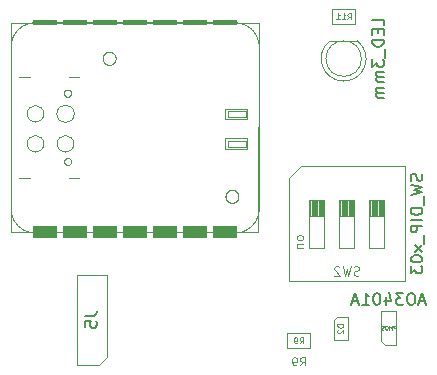
<source format=gbr>
G04 #@! TF.GenerationSoftware,KiCad,Pcbnew,8.0.1*
G04 #@! TF.CreationDate,2024-07-15T10:08:49+02:00*
G04 #@! TF.ProjectId,RGB 2x2 with WS2811,52474220-3278-4322-9077-697468205753,rev?*
G04 #@! TF.SameCoordinates,Original*
G04 #@! TF.FileFunction,AssemblyDrawing,Bot*
%FSLAX46Y46*%
G04 Gerber Fmt 4.6, Leading zero omitted, Abs format (unit mm)*
G04 Created by KiCad (PCBNEW 8.0.1) date 2024-07-15 10:08:49*
%MOMM*%
%LPD*%
G01*
G04 APERTURE LIST*
%ADD10C,0.150000*%
%ADD11C,0.050000*%
%ADD12C,0.080000*%
%ADD13C,0.100000*%
%ADD14C,0.120000*%
%ADD15C,0.025400*%
G04 APERTURE END LIST*
D10*
X153210505Y-68418596D02*
X152734315Y-68418596D01*
X153305743Y-68704311D02*
X152972410Y-67704311D01*
X152972410Y-67704311D02*
X152639077Y-68704311D01*
X152115267Y-67704311D02*
X151924791Y-67704311D01*
X151924791Y-67704311D02*
X151829553Y-67751930D01*
X151829553Y-67751930D02*
X151734315Y-67847168D01*
X151734315Y-67847168D02*
X151686696Y-68037644D01*
X151686696Y-68037644D02*
X151686696Y-68370977D01*
X151686696Y-68370977D02*
X151734315Y-68561453D01*
X151734315Y-68561453D02*
X151829553Y-68656692D01*
X151829553Y-68656692D02*
X151924791Y-68704311D01*
X151924791Y-68704311D02*
X152115267Y-68704311D01*
X152115267Y-68704311D02*
X152210505Y-68656692D01*
X152210505Y-68656692D02*
X152305743Y-68561453D01*
X152305743Y-68561453D02*
X152353362Y-68370977D01*
X152353362Y-68370977D02*
X152353362Y-68037644D01*
X152353362Y-68037644D02*
X152305743Y-67847168D01*
X152305743Y-67847168D02*
X152210505Y-67751930D01*
X152210505Y-67751930D02*
X152115267Y-67704311D01*
X151353362Y-67704311D02*
X150734315Y-67704311D01*
X150734315Y-67704311D02*
X151067648Y-68085263D01*
X151067648Y-68085263D02*
X150924791Y-68085263D01*
X150924791Y-68085263D02*
X150829553Y-68132882D01*
X150829553Y-68132882D02*
X150781934Y-68180501D01*
X150781934Y-68180501D02*
X150734315Y-68275739D01*
X150734315Y-68275739D02*
X150734315Y-68513834D01*
X150734315Y-68513834D02*
X150781934Y-68609072D01*
X150781934Y-68609072D02*
X150829553Y-68656692D01*
X150829553Y-68656692D02*
X150924791Y-68704311D01*
X150924791Y-68704311D02*
X151210505Y-68704311D01*
X151210505Y-68704311D02*
X151305743Y-68656692D01*
X151305743Y-68656692D02*
X151353362Y-68609072D01*
X149877172Y-68037644D02*
X149877172Y-68704311D01*
X150115267Y-67656692D02*
X150353362Y-68370977D01*
X150353362Y-68370977D02*
X149734315Y-68370977D01*
X149162886Y-67704311D02*
X149067648Y-67704311D01*
X149067648Y-67704311D02*
X148972410Y-67751930D01*
X148972410Y-67751930D02*
X148924791Y-67799549D01*
X148924791Y-67799549D02*
X148877172Y-67894787D01*
X148877172Y-67894787D02*
X148829553Y-68085263D01*
X148829553Y-68085263D02*
X148829553Y-68323358D01*
X148829553Y-68323358D02*
X148877172Y-68513834D01*
X148877172Y-68513834D02*
X148924791Y-68609072D01*
X148924791Y-68609072D02*
X148972410Y-68656692D01*
X148972410Y-68656692D02*
X149067648Y-68704311D01*
X149067648Y-68704311D02*
X149162886Y-68704311D01*
X149162886Y-68704311D02*
X149258124Y-68656692D01*
X149258124Y-68656692D02*
X149305743Y-68609072D01*
X149305743Y-68609072D02*
X149353362Y-68513834D01*
X149353362Y-68513834D02*
X149400981Y-68323358D01*
X149400981Y-68323358D02*
X149400981Y-68085263D01*
X149400981Y-68085263D02*
X149353362Y-67894787D01*
X149353362Y-67894787D02*
X149305743Y-67799549D01*
X149305743Y-67799549D02*
X149258124Y-67751930D01*
X149258124Y-67751930D02*
X149162886Y-67704311D01*
X147877172Y-68704311D02*
X148448600Y-68704311D01*
X148162886Y-68704311D02*
X148162886Y-67704311D01*
X148162886Y-67704311D02*
X148258124Y-67847168D01*
X148258124Y-67847168D02*
X148353362Y-67942406D01*
X148353362Y-67942406D02*
X148448600Y-67990025D01*
X147496219Y-68418596D02*
X147020029Y-68418596D01*
X147591457Y-68704311D02*
X147258124Y-67704311D01*
X147258124Y-67704311D02*
X146924791Y-68704311D01*
D11*
X150701934Y-70794930D02*
X150701934Y-70474930D01*
X150701934Y-70474930D02*
X150580029Y-70474930D01*
X150580029Y-70474930D02*
X150549553Y-70490168D01*
X150549553Y-70490168D02*
X150534315Y-70505406D01*
X150534315Y-70505406D02*
X150519077Y-70535882D01*
X150519077Y-70535882D02*
X150519077Y-70581596D01*
X150519077Y-70581596D02*
X150534315Y-70612072D01*
X150534315Y-70612072D02*
X150549553Y-70627311D01*
X150549553Y-70627311D02*
X150580029Y-70642549D01*
X150580029Y-70642549D02*
X150701934Y-70642549D01*
X150381934Y-70794930D02*
X150381934Y-70474930D01*
X150381934Y-70474930D02*
X150275267Y-70703501D01*
X150275267Y-70703501D02*
X150168601Y-70474930D01*
X150168601Y-70474930D02*
X150168601Y-70794930D01*
X149955268Y-70474930D02*
X149894315Y-70474930D01*
X149894315Y-70474930D02*
X149863839Y-70490168D01*
X149863839Y-70490168D02*
X149833363Y-70520644D01*
X149833363Y-70520644D02*
X149818125Y-70581596D01*
X149818125Y-70581596D02*
X149818125Y-70688263D01*
X149818125Y-70688263D02*
X149833363Y-70749215D01*
X149833363Y-70749215D02*
X149863839Y-70779692D01*
X149863839Y-70779692D02*
X149894315Y-70794930D01*
X149894315Y-70794930D02*
X149955268Y-70794930D01*
X149955268Y-70794930D02*
X149985744Y-70779692D01*
X149985744Y-70779692D02*
X150016220Y-70749215D01*
X150016220Y-70749215D02*
X150031458Y-70688263D01*
X150031458Y-70688263D02*
X150031458Y-70581596D01*
X150031458Y-70581596D02*
X150016220Y-70520644D01*
X150016220Y-70520644D02*
X149985744Y-70490168D01*
X149985744Y-70490168D02*
X149955268Y-70474930D01*
X149696220Y-70779692D02*
X149650506Y-70794930D01*
X149650506Y-70794930D02*
X149574315Y-70794930D01*
X149574315Y-70794930D02*
X149543839Y-70779692D01*
X149543839Y-70779692D02*
X149528601Y-70764453D01*
X149528601Y-70764453D02*
X149513363Y-70733977D01*
X149513363Y-70733977D02*
X149513363Y-70703501D01*
X149513363Y-70703501D02*
X149528601Y-70673025D01*
X149528601Y-70673025D02*
X149543839Y-70657787D01*
X149543839Y-70657787D02*
X149574315Y-70642549D01*
X149574315Y-70642549D02*
X149635268Y-70627311D01*
X149635268Y-70627311D02*
X149665744Y-70612072D01*
X149665744Y-70612072D02*
X149680982Y-70596834D01*
X149680982Y-70596834D02*
X149696220Y-70566358D01*
X149696220Y-70566358D02*
X149696220Y-70535882D01*
X149696220Y-70535882D02*
X149680982Y-70505406D01*
X149680982Y-70505406D02*
X149665744Y-70490168D01*
X149665744Y-70490168D02*
X149635268Y-70474930D01*
X149635268Y-70474930D02*
X149559077Y-70474930D01*
X149559077Y-70474930D02*
X149513363Y-70490168D01*
D12*
X146626696Y-44535640D02*
X146793362Y-44297545D01*
X146912410Y-44535640D02*
X146912410Y-44035640D01*
X146912410Y-44035640D02*
X146721934Y-44035640D01*
X146721934Y-44035640D02*
X146674315Y-44059450D01*
X146674315Y-44059450D02*
X146650505Y-44083259D01*
X146650505Y-44083259D02*
X146626696Y-44130878D01*
X146626696Y-44130878D02*
X146626696Y-44202307D01*
X146626696Y-44202307D02*
X146650505Y-44249926D01*
X146650505Y-44249926D02*
X146674315Y-44273735D01*
X146674315Y-44273735D02*
X146721934Y-44297545D01*
X146721934Y-44297545D02*
X146912410Y-44297545D01*
X146150505Y-44535640D02*
X146436219Y-44535640D01*
X146293362Y-44535640D02*
X146293362Y-44035640D01*
X146293362Y-44035640D02*
X146340981Y-44107069D01*
X146340981Y-44107069D02*
X146388600Y-44154688D01*
X146388600Y-44154688D02*
X146436219Y-44178497D01*
X145674315Y-44535640D02*
X145960029Y-44535640D01*
X145817172Y-44535640D02*
X145817172Y-44035640D01*
X145817172Y-44035640D02*
X145864791Y-44107069D01*
X145864791Y-44107069D02*
X145912410Y-44154688D01*
X145912410Y-44154688D02*
X145960029Y-44178497D01*
D13*
X142611934Y-73837123D02*
X142845267Y-73503790D01*
X143011934Y-73837123D02*
X143011934Y-73137123D01*
X143011934Y-73137123D02*
X142745267Y-73137123D01*
X142745267Y-73137123D02*
X142678601Y-73170456D01*
X142678601Y-73170456D02*
X142645267Y-73203790D01*
X142645267Y-73203790D02*
X142611934Y-73270456D01*
X142611934Y-73270456D02*
X142611934Y-73370456D01*
X142611934Y-73370456D02*
X142645267Y-73437123D01*
X142645267Y-73437123D02*
X142678601Y-73470456D01*
X142678601Y-73470456D02*
X142745267Y-73503790D01*
X142745267Y-73503790D02*
X143011934Y-73503790D01*
X142278601Y-73837123D02*
X142145267Y-73837123D01*
X142145267Y-73837123D02*
X142078601Y-73803790D01*
X142078601Y-73803790D02*
X142045267Y-73770456D01*
X142045267Y-73770456D02*
X141978601Y-73670456D01*
X141978601Y-73670456D02*
X141945267Y-73537123D01*
X141945267Y-73537123D02*
X141945267Y-73270456D01*
X141945267Y-73270456D02*
X141978601Y-73203790D01*
X141978601Y-73203790D02*
X142011934Y-73170456D01*
X142011934Y-73170456D02*
X142078601Y-73137123D01*
X142078601Y-73137123D02*
X142211934Y-73137123D01*
X142211934Y-73137123D02*
X142278601Y-73170456D01*
X142278601Y-73170456D02*
X142311934Y-73203790D01*
X142311934Y-73203790D02*
X142345267Y-73270456D01*
X142345267Y-73270456D02*
X142345267Y-73437123D01*
X142345267Y-73437123D02*
X142311934Y-73503790D01*
X142311934Y-73503790D02*
X142278601Y-73537123D01*
X142278601Y-73537123D02*
X142211934Y-73570456D01*
X142211934Y-73570456D02*
X142078601Y-73570456D01*
X142078601Y-73570456D02*
X142011934Y-73537123D01*
X142011934Y-73537123D02*
X141978601Y-73503790D01*
X141978601Y-73503790D02*
X141945267Y-73437123D01*
D12*
X142578601Y-71967639D02*
X142745267Y-71729544D01*
X142864315Y-71967639D02*
X142864315Y-71467639D01*
X142864315Y-71467639D02*
X142673839Y-71467639D01*
X142673839Y-71467639D02*
X142626220Y-71491449D01*
X142626220Y-71491449D02*
X142602410Y-71515258D01*
X142602410Y-71515258D02*
X142578601Y-71562877D01*
X142578601Y-71562877D02*
X142578601Y-71634306D01*
X142578601Y-71634306D02*
X142602410Y-71681925D01*
X142602410Y-71681925D02*
X142626220Y-71705734D01*
X142626220Y-71705734D02*
X142673839Y-71729544D01*
X142673839Y-71729544D02*
X142864315Y-71729544D01*
X142340505Y-71967639D02*
X142245267Y-71967639D01*
X142245267Y-71967639D02*
X142197648Y-71943830D01*
X142197648Y-71943830D02*
X142173839Y-71920020D01*
X142173839Y-71920020D02*
X142126220Y-71848591D01*
X142126220Y-71848591D02*
X142102410Y-71753353D01*
X142102410Y-71753353D02*
X142102410Y-71562877D01*
X142102410Y-71562877D02*
X142126220Y-71515258D01*
X142126220Y-71515258D02*
X142150029Y-71491449D01*
X142150029Y-71491449D02*
X142197648Y-71467639D01*
X142197648Y-71467639D02*
X142292886Y-71467639D01*
X142292886Y-71467639D02*
X142340505Y-71491449D01*
X142340505Y-71491449D02*
X142364315Y-71515258D01*
X142364315Y-71515258D02*
X142388124Y-71562877D01*
X142388124Y-71562877D02*
X142388124Y-71681925D01*
X142388124Y-71681925D02*
X142364315Y-71729544D01*
X142364315Y-71729544D02*
X142340505Y-71753353D01*
X142340505Y-71753353D02*
X142292886Y-71777163D01*
X142292886Y-71777163D02*
X142197648Y-71777163D01*
X142197648Y-71777163D02*
X142150029Y-71753353D01*
X142150029Y-71753353D02*
X142126220Y-71729544D01*
X142126220Y-71729544D02*
X142102410Y-71681925D01*
D10*
X152926469Y-57620205D02*
X152974088Y-57763062D01*
X152974088Y-57763062D02*
X152974088Y-58001157D01*
X152974088Y-58001157D02*
X152926469Y-58096395D01*
X152926469Y-58096395D02*
X152878849Y-58144014D01*
X152878849Y-58144014D02*
X152783611Y-58191633D01*
X152783611Y-58191633D02*
X152688373Y-58191633D01*
X152688373Y-58191633D02*
X152593135Y-58144014D01*
X152593135Y-58144014D02*
X152545516Y-58096395D01*
X152545516Y-58096395D02*
X152497897Y-58001157D01*
X152497897Y-58001157D02*
X152450278Y-57810681D01*
X152450278Y-57810681D02*
X152402659Y-57715443D01*
X152402659Y-57715443D02*
X152355040Y-57667824D01*
X152355040Y-57667824D02*
X152259802Y-57620205D01*
X152259802Y-57620205D02*
X152164564Y-57620205D01*
X152164564Y-57620205D02*
X152069326Y-57667824D01*
X152069326Y-57667824D02*
X152021707Y-57715443D01*
X152021707Y-57715443D02*
X151974088Y-57810681D01*
X151974088Y-57810681D02*
X151974088Y-58048776D01*
X151974088Y-58048776D02*
X152021707Y-58191633D01*
X151974088Y-58524967D02*
X152974088Y-58763062D01*
X152974088Y-58763062D02*
X152259802Y-58953538D01*
X152259802Y-58953538D02*
X152974088Y-59144014D01*
X152974088Y-59144014D02*
X151974088Y-59382110D01*
X153069326Y-59524967D02*
X153069326Y-60286871D01*
X152974088Y-60524967D02*
X151974088Y-60524967D01*
X151974088Y-60524967D02*
X151974088Y-60763062D01*
X151974088Y-60763062D02*
X152021707Y-60905919D01*
X152021707Y-60905919D02*
X152116945Y-61001157D01*
X152116945Y-61001157D02*
X152212183Y-61048776D01*
X152212183Y-61048776D02*
X152402659Y-61096395D01*
X152402659Y-61096395D02*
X152545516Y-61096395D01*
X152545516Y-61096395D02*
X152735992Y-61048776D01*
X152735992Y-61048776D02*
X152831230Y-61001157D01*
X152831230Y-61001157D02*
X152926469Y-60905919D01*
X152926469Y-60905919D02*
X152974088Y-60763062D01*
X152974088Y-60763062D02*
X152974088Y-60524967D01*
X152974088Y-61524967D02*
X151974088Y-61524967D01*
X152974088Y-62001157D02*
X151974088Y-62001157D01*
X151974088Y-62001157D02*
X151974088Y-62382109D01*
X151974088Y-62382109D02*
X152021707Y-62477347D01*
X152021707Y-62477347D02*
X152069326Y-62524966D01*
X152069326Y-62524966D02*
X152164564Y-62572585D01*
X152164564Y-62572585D02*
X152307421Y-62572585D01*
X152307421Y-62572585D02*
X152402659Y-62524966D01*
X152402659Y-62524966D02*
X152450278Y-62477347D01*
X152450278Y-62477347D02*
X152497897Y-62382109D01*
X152497897Y-62382109D02*
X152497897Y-62001157D01*
X153069326Y-62763062D02*
X153069326Y-63524966D01*
X152974088Y-63667824D02*
X152307421Y-64191633D01*
X152307421Y-63667824D02*
X152974088Y-64191633D01*
X151974088Y-64763062D02*
X151974088Y-64858300D01*
X151974088Y-64858300D02*
X152021707Y-64953538D01*
X152021707Y-64953538D02*
X152069326Y-65001157D01*
X152069326Y-65001157D02*
X152164564Y-65048776D01*
X152164564Y-65048776D02*
X152355040Y-65096395D01*
X152355040Y-65096395D02*
X152593135Y-65096395D01*
X152593135Y-65096395D02*
X152783611Y-65048776D01*
X152783611Y-65048776D02*
X152878849Y-65001157D01*
X152878849Y-65001157D02*
X152926469Y-64953538D01*
X152926469Y-64953538D02*
X152974088Y-64858300D01*
X152974088Y-64858300D02*
X152974088Y-64763062D01*
X152974088Y-64763062D02*
X152926469Y-64667824D01*
X152926469Y-64667824D02*
X152878849Y-64620205D01*
X152878849Y-64620205D02*
X152783611Y-64572586D01*
X152783611Y-64572586D02*
X152593135Y-64524967D01*
X152593135Y-64524967D02*
X152355040Y-64524967D01*
X152355040Y-64524967D02*
X152164564Y-64572586D01*
X152164564Y-64572586D02*
X152069326Y-64620205D01*
X152069326Y-64620205D02*
X152021707Y-64667824D01*
X152021707Y-64667824D02*
X151974088Y-64763062D01*
X151974088Y-65429729D02*
X151974088Y-66048776D01*
X151974088Y-66048776D02*
X152355040Y-65715443D01*
X152355040Y-65715443D02*
X152355040Y-65858300D01*
X152355040Y-65858300D02*
X152402659Y-65953538D01*
X152402659Y-65953538D02*
X152450278Y-66001157D01*
X152450278Y-66001157D02*
X152545516Y-66048776D01*
X152545516Y-66048776D02*
X152783611Y-66048776D01*
X152783611Y-66048776D02*
X152878849Y-66001157D01*
X152878849Y-66001157D02*
X152926469Y-65953538D01*
X152926469Y-65953538D02*
X152974088Y-65858300D01*
X152974088Y-65858300D02*
X152974088Y-65572586D01*
X152974088Y-65572586D02*
X152926469Y-65477348D01*
X152926469Y-65477348D02*
X152878849Y-65429729D01*
D14*
X147625936Y-66181751D02*
X147511650Y-66219846D01*
X147511650Y-66219846D02*
X147321174Y-66219846D01*
X147321174Y-66219846D02*
X147244983Y-66181751D01*
X147244983Y-66181751D02*
X147206888Y-66143655D01*
X147206888Y-66143655D02*
X147168793Y-66067465D01*
X147168793Y-66067465D02*
X147168793Y-65991274D01*
X147168793Y-65991274D02*
X147206888Y-65915084D01*
X147206888Y-65915084D02*
X147244983Y-65876989D01*
X147244983Y-65876989D02*
X147321174Y-65838893D01*
X147321174Y-65838893D02*
X147473555Y-65800798D01*
X147473555Y-65800798D02*
X147549745Y-65762703D01*
X147549745Y-65762703D02*
X147587840Y-65724608D01*
X147587840Y-65724608D02*
X147625936Y-65648417D01*
X147625936Y-65648417D02*
X147625936Y-65572227D01*
X147625936Y-65572227D02*
X147587840Y-65496036D01*
X147587840Y-65496036D02*
X147549745Y-65457941D01*
X147549745Y-65457941D02*
X147473555Y-65419846D01*
X147473555Y-65419846D02*
X147283078Y-65419846D01*
X147283078Y-65419846D02*
X147168793Y-65457941D01*
X146902126Y-65419846D02*
X146711650Y-66219846D01*
X146711650Y-66219846D02*
X146559269Y-65648417D01*
X146559269Y-65648417D02*
X146406888Y-66219846D01*
X146406888Y-66219846D02*
X146216412Y-65419846D01*
X145949745Y-65496036D02*
X145911649Y-65457941D01*
X145911649Y-65457941D02*
X145835459Y-65419846D01*
X145835459Y-65419846D02*
X145644983Y-65419846D01*
X145644983Y-65419846D02*
X145568792Y-65457941D01*
X145568792Y-65457941D02*
X145530697Y-65496036D01*
X145530697Y-65496036D02*
X145492602Y-65572227D01*
X145492602Y-65572227D02*
X145492602Y-65648417D01*
X145492602Y-65648417D02*
X145530697Y-65762703D01*
X145530697Y-65762703D02*
X145987840Y-66219846D01*
X145987840Y-66219846D02*
X145492602Y-66219846D01*
X142885624Y-62970441D02*
X142847529Y-62894251D01*
X142847529Y-62894251D02*
X142809433Y-62856156D01*
X142809433Y-62856156D02*
X142733243Y-62818060D01*
X142733243Y-62818060D02*
X142504671Y-62818060D01*
X142504671Y-62818060D02*
X142428481Y-62856156D01*
X142428481Y-62856156D02*
X142390386Y-62894251D01*
X142390386Y-62894251D02*
X142352290Y-62970441D01*
X142352290Y-62970441D02*
X142352290Y-63084727D01*
X142352290Y-63084727D02*
X142390386Y-63160918D01*
X142390386Y-63160918D02*
X142428481Y-63199013D01*
X142428481Y-63199013D02*
X142504671Y-63237108D01*
X142504671Y-63237108D02*
X142733243Y-63237108D01*
X142733243Y-63237108D02*
X142809433Y-63199013D01*
X142809433Y-63199013D02*
X142847529Y-63160918D01*
X142847529Y-63160918D02*
X142885624Y-63084727D01*
X142885624Y-63084727D02*
X142885624Y-62970441D01*
X142352290Y-63579966D02*
X142885624Y-63579966D01*
X142428481Y-63579966D02*
X142390386Y-63618061D01*
X142390386Y-63618061D02*
X142352290Y-63694251D01*
X142352290Y-63694251D02*
X142352290Y-63808537D01*
X142352290Y-63808537D02*
X142390386Y-63884728D01*
X142390386Y-63884728D02*
X142466576Y-63922823D01*
X142466576Y-63922823D02*
X142885624Y-63922823D01*
D12*
X146278417Y-70346444D02*
X145778417Y-70346444D01*
X145778417Y-70346444D02*
X145778417Y-70465492D01*
X145778417Y-70465492D02*
X145802227Y-70536920D01*
X145802227Y-70536920D02*
X145849846Y-70584539D01*
X145849846Y-70584539D02*
X145897465Y-70608349D01*
X145897465Y-70608349D02*
X145992703Y-70632158D01*
X145992703Y-70632158D02*
X146064131Y-70632158D01*
X146064131Y-70632158D02*
X146159369Y-70608349D01*
X146159369Y-70608349D02*
X146206988Y-70584539D01*
X146206988Y-70584539D02*
X146254608Y-70536920D01*
X146254608Y-70536920D02*
X146278417Y-70465492D01*
X146278417Y-70465492D02*
X146278417Y-70346444D01*
X145826036Y-70822635D02*
X145802227Y-70846444D01*
X145802227Y-70846444D02*
X145778417Y-70894063D01*
X145778417Y-70894063D02*
X145778417Y-71013111D01*
X145778417Y-71013111D02*
X145802227Y-71060730D01*
X145802227Y-71060730D02*
X145826036Y-71084539D01*
X145826036Y-71084539D02*
X145873655Y-71108349D01*
X145873655Y-71108349D02*
X145921274Y-71108349D01*
X145921274Y-71108349D02*
X145992703Y-71084539D01*
X145992703Y-71084539D02*
X146278417Y-70798825D01*
X146278417Y-70798825D02*
X146278417Y-71108349D01*
D10*
X149720087Y-45026158D02*
X149720087Y-44549968D01*
X149720087Y-44549968D02*
X148720087Y-44549968D01*
X149196277Y-45359492D02*
X149196277Y-45692825D01*
X149720087Y-45835682D02*
X149720087Y-45359492D01*
X149720087Y-45359492D02*
X148720087Y-45359492D01*
X148720087Y-45359492D02*
X148720087Y-45835682D01*
X149720087Y-46264254D02*
X148720087Y-46264254D01*
X148720087Y-46264254D02*
X148720087Y-46502349D01*
X148720087Y-46502349D02*
X148767706Y-46645206D01*
X148767706Y-46645206D02*
X148862944Y-46740444D01*
X148862944Y-46740444D02*
X148958182Y-46788063D01*
X148958182Y-46788063D02*
X149148658Y-46835682D01*
X149148658Y-46835682D02*
X149291515Y-46835682D01*
X149291515Y-46835682D02*
X149481991Y-46788063D01*
X149481991Y-46788063D02*
X149577229Y-46740444D01*
X149577229Y-46740444D02*
X149672468Y-46645206D01*
X149672468Y-46645206D02*
X149720087Y-46502349D01*
X149720087Y-46502349D02*
X149720087Y-46264254D01*
X149815325Y-47026159D02*
X149815325Y-47788063D01*
X148720087Y-47930921D02*
X148720087Y-48549968D01*
X148720087Y-48549968D02*
X149101039Y-48216635D01*
X149101039Y-48216635D02*
X149101039Y-48359492D01*
X149101039Y-48359492D02*
X149148658Y-48454730D01*
X149148658Y-48454730D02*
X149196277Y-48502349D01*
X149196277Y-48502349D02*
X149291515Y-48549968D01*
X149291515Y-48549968D02*
X149529610Y-48549968D01*
X149529610Y-48549968D02*
X149624848Y-48502349D01*
X149624848Y-48502349D02*
X149672468Y-48454730D01*
X149672468Y-48454730D02*
X149720087Y-48359492D01*
X149720087Y-48359492D02*
X149720087Y-48073778D01*
X149720087Y-48073778D02*
X149672468Y-47978540D01*
X149672468Y-47978540D02*
X149624848Y-47930921D01*
X149720087Y-48978540D02*
X149053420Y-48978540D01*
X149148658Y-48978540D02*
X149101039Y-49026159D01*
X149101039Y-49026159D02*
X149053420Y-49121397D01*
X149053420Y-49121397D02*
X149053420Y-49264254D01*
X149053420Y-49264254D02*
X149101039Y-49359492D01*
X149101039Y-49359492D02*
X149196277Y-49407111D01*
X149196277Y-49407111D02*
X149720087Y-49407111D01*
X149196277Y-49407111D02*
X149101039Y-49454730D01*
X149101039Y-49454730D02*
X149053420Y-49549968D01*
X149053420Y-49549968D02*
X149053420Y-49692825D01*
X149053420Y-49692825D02*
X149101039Y-49788064D01*
X149101039Y-49788064D02*
X149196277Y-49835683D01*
X149196277Y-49835683D02*
X149720087Y-49835683D01*
X149720087Y-50311873D02*
X149053420Y-50311873D01*
X149148658Y-50311873D02*
X149101039Y-50359492D01*
X149101039Y-50359492D02*
X149053420Y-50454730D01*
X149053420Y-50454730D02*
X149053420Y-50597587D01*
X149053420Y-50597587D02*
X149101039Y-50692825D01*
X149101039Y-50692825D02*
X149196277Y-50740444D01*
X149196277Y-50740444D02*
X149720087Y-50740444D01*
X149196277Y-50740444D02*
X149101039Y-50788063D01*
X149101039Y-50788063D02*
X149053420Y-50883301D01*
X149053420Y-50883301D02*
X149053420Y-51026158D01*
X149053420Y-51026158D02*
X149101039Y-51121397D01*
X149101039Y-51121397D02*
X149196277Y-51169016D01*
X149196277Y-51169016D02*
X149720087Y-51169016D01*
X124424087Y-69629157D02*
X125138372Y-69629157D01*
X125138372Y-69629157D02*
X125281229Y-69581538D01*
X125281229Y-69581538D02*
X125376468Y-69486300D01*
X125376468Y-69486300D02*
X125424087Y-69343443D01*
X125424087Y-69343443D02*
X125424087Y-69248205D01*
X124424087Y-70581538D02*
X124424087Y-70105348D01*
X124424087Y-70105348D02*
X124900277Y-70057729D01*
X124900277Y-70057729D02*
X124852658Y-70105348D01*
X124852658Y-70105348D02*
X124805039Y-70200586D01*
X124805039Y-70200586D02*
X124805039Y-70438681D01*
X124805039Y-70438681D02*
X124852658Y-70533919D01*
X124852658Y-70533919D02*
X124900277Y-70581538D01*
X124900277Y-70581538D02*
X124995515Y-70629157D01*
X124995515Y-70629157D02*
X125233610Y-70629157D01*
X125233610Y-70629157D02*
X125328848Y-70581538D01*
X125328848Y-70581538D02*
X125376468Y-70533919D01*
X125376468Y-70533919D02*
X125424087Y-70438681D01*
X125424087Y-70438681D02*
X125424087Y-70200586D01*
X125424087Y-70200586D02*
X125376468Y-70105348D01*
X125376468Y-70105348D02*
X125328848Y-70057729D01*
D13*
G04 #@! TO.C,PMOS*
X149465268Y-69199492D02*
X150765268Y-69199492D01*
X149465268Y-71774493D02*
X149465268Y-69199492D01*
X149790268Y-72099492D02*
X149465268Y-71774493D01*
X150765268Y-69199492D02*
X150765268Y-72099492D01*
X150765268Y-72099492D02*
X149790268Y-72099492D01*
D15*
G04 #@! TO.C,U1*
X118103802Y-44853765D02*
X139096164Y-44853765D01*
X118103802Y-62530743D02*
X118103802Y-44853765D01*
X118103802Y-62530743D02*
X139075484Y-62527377D01*
X118108924Y-46820614D02*
X118108924Y-60536614D01*
X118108924Y-60536614D02*
X118109432Y-60585635D01*
X118109432Y-46771591D02*
X118108924Y-46820614D01*
X118109432Y-60585635D02*
X118111209Y-60634911D01*
X118111209Y-46722315D02*
X118109432Y-46771591D01*
X118111209Y-60634911D02*
X118114257Y-60683679D01*
X118114257Y-46673547D02*
X118111209Y-46722315D01*
X118114257Y-60683679D02*
X118118321Y-60732702D01*
X118118321Y-46624526D02*
X118114257Y-46673547D01*
X118118321Y-60732702D02*
X118123655Y-60781470D01*
X118123655Y-60781470D02*
X118130260Y-60830238D01*
X118123656Y-46575758D02*
X118118321Y-46624526D01*
X118130260Y-60830238D02*
X118137880Y-60878751D01*
X118130261Y-46526990D02*
X118123656Y-46575758D01*
X118137880Y-46478475D02*
X118130261Y-46526990D01*
X118137880Y-60878751D02*
X118146769Y-60927011D01*
X118146769Y-46430215D02*
X118137880Y-46478475D01*
X118146769Y-60927011D02*
X118156676Y-60975018D01*
X118156676Y-46382211D02*
X118146769Y-46430215D01*
X118156676Y-60975018D02*
X118167852Y-61023023D01*
X118167852Y-46334203D02*
X118156676Y-46382211D01*
X118167852Y-61023023D02*
X118180297Y-61070522D01*
X118180297Y-61070522D02*
X118193760Y-61117766D01*
X118180298Y-46286706D02*
X118167852Y-46334203D01*
X118193760Y-46239462D02*
X118180298Y-46286706D01*
X118193760Y-61117766D02*
X118208492Y-61164502D01*
X118208492Y-46192726D02*
X118193760Y-46239462D01*
X118208492Y-61164502D02*
X118224240Y-61210984D01*
X118224240Y-46146243D02*
X118208492Y-46192726D01*
X118224240Y-61210984D02*
X118241004Y-61257211D01*
X118241004Y-46100016D02*
X118224240Y-46146243D01*
X118241004Y-61257211D02*
X118259037Y-61302931D01*
X118259037Y-46054295D02*
X118241004Y-46100016D01*
X118259037Y-61302931D02*
X118278088Y-61348143D01*
X118278088Y-46009083D02*
X118259037Y-46054295D01*
X118278088Y-61348143D02*
X118298153Y-61392847D01*
X118298153Y-45964379D02*
X118278088Y-46009083D01*
X118298153Y-61392847D02*
X118319489Y-61437298D01*
X118319489Y-45919930D02*
X118298153Y-45964379D01*
X118319489Y-61437298D02*
X118341588Y-61480986D01*
X118341588Y-45876242D02*
X118319489Y-45919930D01*
X118341588Y-61480986D02*
X118364956Y-61524166D01*
X118364956Y-45833062D02*
X118341588Y-45876242D01*
X118364956Y-61524166D02*
X118389339Y-61566838D01*
X118389339Y-61566838D02*
X118414740Y-61608747D01*
X118389340Y-45790390D02*
X118364956Y-45833062D01*
X118414740Y-45748479D02*
X118389340Y-45790390D01*
X118414740Y-61608747D02*
X118441156Y-61650150D01*
X118441156Y-45707078D02*
X118414740Y-45748479D01*
X118441156Y-61650150D02*
X118468588Y-61691043D01*
X118468588Y-45666183D02*
X118441156Y-45707078D01*
X118468588Y-61691043D02*
X118497036Y-61730922D01*
X118497036Y-45626306D02*
X118468588Y-45666183D01*
X118497036Y-61730922D02*
X118526245Y-61770291D01*
X118526245Y-45586935D02*
X118497036Y-45626306D01*
X118526245Y-61770291D02*
X118556724Y-61808899D01*
X118556724Y-61808899D02*
X118587713Y-61846999D01*
X118556725Y-45548327D02*
X118526245Y-45586935D01*
X118587713Y-45510227D02*
X118556725Y-45548327D01*
X118587713Y-61846999D02*
X118619972Y-61884083D01*
X118619972Y-45473143D02*
X118587713Y-45510227D01*
X118619972Y-61884083D02*
X118652992Y-61920406D01*
X118652992Y-45436822D02*
X118619972Y-45473143D01*
X118652992Y-61920406D02*
X118686773Y-61955966D01*
X118686773Y-45401262D02*
X118652992Y-45436822D01*
X118686773Y-61955966D02*
X118721572Y-61990763D01*
X118721572Y-45366463D02*
X118686773Y-45401262D01*
X118721572Y-61990763D02*
X118757132Y-62024546D01*
X118757132Y-45332682D02*
X118721572Y-45366463D01*
X118757132Y-62024546D02*
X118793453Y-62057567D01*
X118793453Y-45299662D02*
X118757132Y-45332682D01*
X118793453Y-62057567D02*
X118830537Y-62089823D01*
X118830537Y-45267403D02*
X118793453Y-45299662D01*
X118830537Y-62089823D02*
X118868637Y-62120812D01*
X118834348Y-49378647D02*
X119723348Y-49378647D01*
X118868637Y-45236415D02*
X118830537Y-45267403D01*
X118868637Y-62120812D02*
X118907245Y-62151291D01*
X118907245Y-45205935D02*
X118868637Y-45236415D01*
X118907245Y-62151291D02*
X118946616Y-62180502D01*
X118946616Y-45176726D02*
X118907245Y-45205935D01*
X118946616Y-62180502D02*
X118986493Y-62208950D01*
X118986493Y-45148278D02*
X118946616Y-45176726D01*
X118986493Y-62208950D02*
X119027388Y-62236383D01*
X119027388Y-45120846D02*
X118986493Y-45148278D01*
X119027388Y-62236383D02*
X119068788Y-62262798D01*
X119068788Y-62262798D02*
X119110700Y-62288199D01*
X119068789Y-45094430D02*
X119027388Y-45120846D01*
X119110700Y-45069030D02*
X119068789Y-45094430D01*
X119110700Y-62288199D02*
X119153372Y-62312582D01*
X119153372Y-62312582D02*
X119196552Y-62335950D01*
X119153373Y-45044646D02*
X119110700Y-45069030D01*
X119196552Y-45021278D02*
X119153373Y-45044646D01*
X119196552Y-62335950D02*
X119240240Y-62358047D01*
X119240240Y-62358047D02*
X119284689Y-62379383D01*
X119240241Y-44999179D02*
X119196552Y-45021278D01*
X119284689Y-44977843D02*
X119240241Y-44999179D01*
X119284689Y-62379383D02*
X119329393Y-62399450D01*
X119329393Y-44957778D02*
X119284689Y-44977843D01*
X119329393Y-62399450D02*
X119374605Y-62418499D01*
X119374605Y-44938727D02*
X119329393Y-44957778D01*
X119374605Y-62418499D02*
X119420325Y-62436534D01*
X119420325Y-44920694D02*
X119374605Y-44938727D01*
X119420325Y-62436534D02*
X119466553Y-62453298D01*
X119466553Y-44903930D02*
X119420325Y-44920694D01*
X119466553Y-62453298D02*
X119513036Y-62469046D01*
X119513036Y-44888182D02*
X119466553Y-44903930D01*
X119513036Y-62469046D02*
X119559772Y-62483778D01*
X119559772Y-44873450D02*
X119513036Y-44888182D01*
X119559772Y-62483778D02*
X119607016Y-62497239D01*
X119607016Y-44859987D02*
X119559772Y-44873450D01*
X119607016Y-62497239D02*
X119654513Y-62509686D01*
X119654513Y-44847542D02*
X119607016Y-44859987D01*
X119654513Y-62509686D02*
X119702520Y-62520862D01*
X119702520Y-44836366D02*
X119654513Y-44847542D01*
X119702520Y-62520862D02*
X119750525Y-62530767D01*
X119723348Y-57978579D02*
X118834348Y-57978579D01*
X119750525Y-44826459D02*
X119702520Y-44836366D01*
X119750525Y-62530767D02*
X119798785Y-62539658D01*
X119798785Y-44817571D02*
X119750525Y-44826459D01*
X119798785Y-62539658D02*
X119847300Y-62547278D01*
X119847300Y-44809950D02*
X119798785Y-44817571D01*
X119847300Y-62547278D02*
X119896068Y-62553883D01*
X119896068Y-44803346D02*
X119847300Y-44809950D01*
X119896068Y-62553883D02*
X119944837Y-62559215D01*
X119944836Y-44798011D02*
X119896068Y-44803346D01*
X119944837Y-62559215D02*
X119993857Y-62563279D01*
X119979633Y-44597351D02*
X121975312Y-44597351D01*
X119979633Y-44597859D02*
X121975312Y-44597858D01*
X119979633Y-44598367D02*
X121975312Y-44598368D01*
X119979633Y-44598875D02*
X121975312Y-44598875D01*
X119979633Y-44599383D02*
X121975312Y-44599383D01*
X119979633Y-44599891D02*
X121975312Y-44599891D01*
X119979633Y-44600399D02*
X121975312Y-44600398D01*
X119979633Y-44600907D02*
X121975312Y-44600907D01*
X119979633Y-44601415D02*
X121975312Y-44601415D01*
X119979633Y-44601923D02*
X121975312Y-44601923D01*
X119979633Y-44602431D02*
X121975312Y-44602431D01*
X119979633Y-44602939D02*
X121975312Y-44602940D01*
X119979633Y-44603447D02*
X121975312Y-44603447D01*
X119979633Y-44603955D02*
X121975312Y-44603955D01*
X119979633Y-44604463D02*
X121975312Y-44604463D01*
X119979633Y-44604971D02*
X121975312Y-44604970D01*
X119979633Y-44605479D02*
X121975312Y-44605480D01*
X119979633Y-44605987D02*
X121975312Y-44605987D01*
X119979633Y-44606242D02*
X121975312Y-44606242D01*
X119979633Y-44606750D02*
X121975312Y-44606750D01*
X119979633Y-44607258D02*
X121975312Y-44607259D01*
X119979633Y-44607766D02*
X121975312Y-44607766D01*
X119979633Y-44608274D02*
X121975312Y-44608274D01*
X119979633Y-44608782D02*
X121975312Y-44608782D01*
X119979633Y-44609290D02*
X121975312Y-44609289D01*
X119979633Y-44609798D02*
X121975312Y-44609799D01*
X119979633Y-44610306D02*
X121975312Y-44610306D01*
X119979633Y-44610814D02*
X121975312Y-44610814D01*
X119979633Y-44611322D02*
X121975312Y-44611322D01*
X119979633Y-44611830D02*
X121975312Y-44611829D01*
X119979633Y-44612338D02*
X121975312Y-44612339D01*
X119979633Y-44612846D02*
X121975312Y-44612846D01*
X119979633Y-44613354D02*
X121975312Y-44613354D01*
X119979633Y-44613862D02*
X121975312Y-44613862D01*
X119979633Y-44614370D02*
X121975312Y-44614369D01*
X119979633Y-44614878D02*
X121975312Y-44614878D01*
X119979633Y-44615386D02*
X121975312Y-44615386D01*
X119979633Y-44615894D02*
X121975312Y-44615894D01*
X119979633Y-44616402D02*
X121975312Y-44616402D01*
X119979633Y-44616910D02*
X121975311Y-44616910D01*
X119979633Y-44617418D02*
X121975312Y-44617418D01*
X119979633Y-44617926D02*
X121975312Y-44617926D01*
X119979633Y-44618434D02*
X121975312Y-44618434D01*
X119979633Y-44618942D02*
X121975312Y-44618942D01*
X119979633Y-44619450D02*
X121975312Y-44619451D01*
X119979633Y-44619958D02*
X121975312Y-44619958D01*
X119979633Y-44620466D02*
X121975312Y-44620466D01*
X119979633Y-44620974D02*
X121975312Y-44620974D01*
X119979633Y-44621482D02*
X121975312Y-44621481D01*
X119979633Y-44621990D02*
X121975312Y-44621991D01*
X119979633Y-44622243D02*
X121975311Y-44622243D01*
X119979633Y-44622751D02*
X121975312Y-44622751D01*
X119979633Y-44623259D02*
X121975312Y-44623259D01*
X119979633Y-44623767D02*
X121975312Y-44623767D01*
X119979633Y-44624275D02*
X121975312Y-44624275D01*
X119979633Y-44624783D02*
X121975312Y-44624784D01*
X119979633Y-44625291D02*
X121975312Y-44625291D01*
X119979633Y-44625799D02*
X121975312Y-44625799D01*
X119979633Y-44626307D02*
X121975312Y-44626307D01*
X119979633Y-44626815D02*
X121975312Y-44626814D01*
X119979633Y-44627323D02*
X121975312Y-44627324D01*
X119979633Y-44627831D02*
X121975312Y-44627831D01*
X119979633Y-44628339D02*
X121975312Y-44628339D01*
X119979633Y-44628847D02*
X121975312Y-44628847D01*
X119979633Y-44629355D02*
X121975312Y-44629354D01*
X119979633Y-44629863D02*
X121975312Y-44629863D01*
X119979633Y-44630371D02*
X121975312Y-44630371D01*
X119979633Y-44630879D02*
X121975312Y-44630879D01*
X119979633Y-44631387D02*
X121975312Y-44631387D01*
X119979633Y-44631895D02*
X121975311Y-44631895D01*
X119979633Y-44632403D02*
X121975312Y-44632403D01*
X119979633Y-44632911D02*
X121975312Y-44632911D01*
X119979633Y-44633419D02*
X121975312Y-44633419D01*
X119979633Y-44633927D02*
X121975312Y-44633927D01*
X119979633Y-44634435D02*
X121975312Y-44634436D01*
X119979633Y-44634943D02*
X121975312Y-44634943D01*
X119979633Y-44635451D02*
X121975312Y-44635451D01*
X119979633Y-44635959D02*
X121975312Y-44635959D01*
X119979633Y-44636467D02*
X121975312Y-44636466D01*
X119979633Y-44636975D02*
X121975312Y-44636976D01*
X119979633Y-44637483D02*
X121975312Y-44637483D01*
X119979633Y-44637991D02*
X121975312Y-44637991D01*
X119979633Y-44638246D02*
X121975312Y-44638246D01*
X119979633Y-44638754D02*
X121975312Y-44638755D01*
X119979633Y-44639262D02*
X121975312Y-44639262D01*
X119979633Y-44639770D02*
X121975312Y-44639770D01*
X119979633Y-44640278D02*
X121975312Y-44640278D01*
X119979633Y-44640786D02*
X121975312Y-44640785D01*
X119979633Y-44641294D02*
X121975312Y-44641295D01*
X119979633Y-44641802D02*
X121975312Y-44641802D01*
X119979633Y-44642310D02*
X121975312Y-44642310D01*
X119979633Y-44642818D02*
X121975312Y-44642818D01*
X119979633Y-44643326D02*
X121975312Y-44643325D01*
X119979633Y-44643834D02*
X121975312Y-44643834D01*
X119979633Y-44644342D02*
X121975312Y-44644342D01*
X119979633Y-44644850D02*
X121975312Y-44644850D01*
X119979633Y-44645358D02*
X121975312Y-44645358D01*
X119979633Y-44645866D02*
X121975311Y-44645866D01*
X119979633Y-44646374D02*
X121975312Y-44646374D01*
X119979633Y-44646882D02*
X121975312Y-44646882D01*
X119979633Y-44647390D02*
X121975312Y-44647390D01*
X119979633Y-44647898D02*
X121975312Y-44647898D01*
X119979633Y-44648406D02*
X121975312Y-44648407D01*
X119979633Y-44648914D02*
X121975312Y-44648914D01*
X119979633Y-44649422D02*
X121975312Y-44649422D01*
X119979633Y-44649930D02*
X121975312Y-44649930D01*
X119979633Y-44650438D02*
X121975312Y-44650437D01*
X119979633Y-44650946D02*
X121975312Y-44650947D01*
X119979633Y-44651454D02*
X121975312Y-44651454D01*
X119979633Y-44651962D02*
X121975312Y-44651962D01*
X119979633Y-44652470D02*
X121975312Y-44652470D01*
X119979633Y-44652978D02*
X121975312Y-44652977D01*
X119979633Y-44653486D02*
X121975312Y-44653486D01*
X119979633Y-44653739D02*
X121975312Y-44653740D01*
X119979633Y-44654247D02*
X121975312Y-44654247D01*
X119979633Y-44654755D02*
X121975312Y-44654755D01*
X119979633Y-44655263D02*
X121975312Y-44655263D01*
X119979633Y-44655771D02*
X121975312Y-44655770D01*
X119979633Y-44656279D02*
X121975312Y-44656280D01*
X119979633Y-44656787D02*
X121975312Y-44656787D01*
X119979633Y-44657295D02*
X121975312Y-44657295D01*
X119979633Y-44657803D02*
X121975312Y-44657803D01*
X119979633Y-44658311D02*
X121975312Y-44658310D01*
X119979633Y-44658819D02*
X121975312Y-44658819D01*
X119979633Y-44659327D02*
X121975312Y-44659327D01*
X119979633Y-44659835D02*
X121975312Y-44659835D01*
X119979633Y-44660343D02*
X121975312Y-44660343D01*
X119979633Y-44660851D02*
X121975311Y-44660851D01*
X119979633Y-44661359D02*
X121975312Y-44661359D01*
X119979633Y-44661867D02*
X121975312Y-44661867D01*
X119979633Y-44662375D02*
X121975312Y-44662375D01*
X119979633Y-44662883D02*
X121975312Y-44662883D01*
X119979633Y-44663391D02*
X121975312Y-44663392D01*
X119979633Y-44663899D02*
X121975312Y-44663899D01*
X119979633Y-44664407D02*
X121975312Y-44664407D01*
X119979633Y-44664915D02*
X121975312Y-44664915D01*
X119979633Y-44665423D02*
X121975312Y-44665422D01*
X119979633Y-44665931D02*
X121975312Y-44665932D01*
X119979633Y-44666439D02*
X121975312Y-44666439D01*
X119979633Y-44666947D02*
X121975312Y-44666947D01*
X119979633Y-44667455D02*
X121975312Y-44667455D01*
X119979633Y-44667963D02*
X121975312Y-44667962D01*
X119979633Y-44668471D02*
X121975312Y-44668472D01*
X119979633Y-44668979D02*
X121975312Y-44668979D01*
X119979633Y-44669487D02*
X121975312Y-44669487D01*
X119979633Y-44669742D02*
X121975312Y-44669741D01*
X119979633Y-44670250D02*
X121975312Y-44670251D01*
X119979633Y-44670758D02*
X121975312Y-44670758D01*
X119979633Y-44671266D02*
X121975312Y-44671266D01*
X119979633Y-44671774D02*
X121975312Y-44671774D01*
X119979633Y-44672282D02*
X121975312Y-44672281D01*
X119979633Y-44672790D02*
X121975312Y-44672791D01*
X119979633Y-44673298D02*
X121975312Y-44673298D01*
X119979633Y-44673806D02*
X121975312Y-44673806D01*
X119979633Y-44674314D02*
X121975312Y-44674314D01*
X119979633Y-44674822D02*
X121975312Y-44674821D01*
X119979633Y-44675330D02*
X121975312Y-44675330D01*
X119979633Y-44675838D02*
X121975312Y-44675838D01*
X119979633Y-44676346D02*
X121975312Y-44676346D01*
X119979633Y-44676854D02*
X121975312Y-44676854D01*
X119979633Y-44677362D02*
X121975312Y-44677363D01*
X119979633Y-44677870D02*
X121975312Y-44677870D01*
X119979633Y-44678378D02*
X121975312Y-44678378D01*
X119979633Y-44678886D02*
X121975312Y-44678886D01*
X119979633Y-44679394D02*
X121975312Y-44679393D01*
X119979633Y-44679902D02*
X121975312Y-44679903D01*
X119979633Y-44680410D02*
X121975312Y-44680410D01*
X119979633Y-44680918D02*
X121975312Y-44680918D01*
X119979633Y-44681426D02*
X121975312Y-44681426D01*
X119979633Y-44681934D02*
X121975312Y-44681933D01*
X119979633Y-44682442D02*
X121975312Y-44682443D01*
X119979633Y-44682950D02*
X121975312Y-44682950D01*
X119979633Y-44683458D02*
X121975312Y-44683458D01*
X119979633Y-44683966D02*
X121975312Y-44683966D01*
X119979633Y-44684474D02*
X121975312Y-44684473D01*
X119979633Y-44684982D02*
X121975312Y-44684982D01*
X119979633Y-44685490D02*
X121975312Y-44685490D01*
X119979633Y-44685743D02*
X121975312Y-44685743D01*
X119979633Y-44686251D02*
X121975312Y-44686251D01*
X119979633Y-44686759D02*
X121975312Y-44686759D01*
X119979633Y-44687267D02*
X121975312Y-44687266D01*
X119979633Y-44687775D02*
X121975312Y-44687776D01*
X119979633Y-44688283D02*
X121975312Y-44688283D01*
X119979633Y-44688791D02*
X121975312Y-44688791D01*
X119979633Y-44689299D02*
X121975312Y-44689299D01*
X119979633Y-44689807D02*
X121975312Y-44689806D01*
X119979633Y-44690315D02*
X121975312Y-44690315D01*
X119979633Y-44690823D02*
X121975312Y-44690823D01*
X119979633Y-44691331D02*
X121975312Y-44691331D01*
X119979633Y-44691839D02*
X121975312Y-44691839D01*
X119979633Y-44692347D02*
X121975312Y-44692348D01*
X119979633Y-44692855D02*
X121975312Y-44692855D01*
X119979633Y-44693363D02*
X121975312Y-44693363D01*
X119979633Y-44693871D02*
X121975312Y-44693871D01*
X119979633Y-44694379D02*
X121975312Y-44694378D01*
X119979633Y-44694887D02*
X121975312Y-44694888D01*
X119979633Y-44695395D02*
X121975312Y-44695395D01*
X119979633Y-44695903D02*
X121975312Y-44695903D01*
X119979633Y-44696411D02*
X121975312Y-44696411D01*
X119979633Y-44696919D02*
X121975312Y-44696918D01*
X119979633Y-44697427D02*
X121975312Y-44697428D01*
X119979633Y-44697935D02*
X121975312Y-44697935D01*
X119979633Y-44698443D02*
X121975312Y-44698443D01*
X119979633Y-44698951D02*
X121975312Y-44698951D01*
X119979633Y-44699459D02*
X121975312Y-44699458D01*
X119979633Y-44699967D02*
X121975312Y-44699967D01*
X119979633Y-44700475D02*
X121975312Y-44700475D01*
X119979633Y-44700983D02*
X121975312Y-44700983D01*
X119979633Y-44701491D02*
X121975312Y-44701491D01*
X119979633Y-44701746D02*
X121975312Y-44701747D01*
X119979633Y-44702254D02*
X121975312Y-44702254D01*
X119979633Y-44702762D02*
X121975312Y-44702762D01*
X119979633Y-44703270D02*
X121975312Y-44703270D01*
X119979633Y-44703778D02*
X121975312Y-44703777D01*
X119979633Y-44704286D02*
X121975312Y-44704286D01*
X119979633Y-44704794D02*
X121975312Y-44704794D01*
X119979633Y-44705302D02*
X121975312Y-44705302D01*
X119979633Y-44705810D02*
X121975312Y-44705810D01*
X119979633Y-44706318D02*
X121975312Y-44706319D01*
X119979633Y-44706826D02*
X121975312Y-44706826D01*
X119979633Y-44707334D02*
X121975312Y-44707334D01*
X119979633Y-44707842D02*
X121975312Y-44707842D01*
X119979633Y-44708350D02*
X121975312Y-44708349D01*
X119979633Y-44708858D02*
X121975312Y-44708859D01*
X119979633Y-44709366D02*
X121975312Y-44709366D01*
X119979633Y-44709874D02*
X121975312Y-44709874D01*
X119979633Y-44710382D02*
X121975312Y-44710382D01*
X119979633Y-44710890D02*
X121975312Y-44710889D01*
X119979633Y-44711398D02*
X121975312Y-44711399D01*
X119979633Y-44711906D02*
X121975312Y-44711906D01*
X119979633Y-44712414D02*
X121975312Y-44712414D01*
X119979633Y-44712922D02*
X121975312Y-44712922D01*
X119979633Y-44713430D02*
X121975312Y-44713429D01*
X119979633Y-44713938D02*
X121975312Y-44713938D01*
X119979633Y-44714446D02*
X121975312Y-44714446D01*
X119979633Y-44714954D02*
X121975312Y-44714954D01*
X119979633Y-44715462D02*
X121975312Y-44715462D01*
X119979633Y-44715970D02*
X121975311Y-44715970D01*
X119979633Y-44716478D02*
X121975312Y-44716478D01*
X119979633Y-44716986D02*
X121975312Y-44716986D01*
X119979633Y-44717239D02*
X121975312Y-44717239D01*
X119979633Y-44717747D02*
X121975312Y-44717747D01*
X119979633Y-44718255D02*
X121975312Y-44718255D01*
X119979633Y-44718763D02*
X121975312Y-44718762D01*
X119979633Y-44719271D02*
X121975312Y-44719271D01*
X119979633Y-44719779D02*
X121975312Y-44719779D01*
X119979633Y-44720287D02*
X121975312Y-44720287D01*
X119979633Y-44720795D02*
X121975312Y-44720795D01*
X119979633Y-44721303D02*
X121975311Y-44721303D01*
X119979633Y-44721811D02*
X121975312Y-44721811D01*
X119979633Y-44722319D02*
X121975312Y-44722319D01*
X119979633Y-44722827D02*
X121975312Y-44722827D01*
X119979633Y-44723335D02*
X121975312Y-44723335D01*
X119979633Y-44723843D02*
X121975312Y-44723844D01*
X119979633Y-44724351D02*
X121975312Y-44724351D01*
X119979633Y-44724859D02*
X121975312Y-44724859D01*
X119979633Y-44725367D02*
X121975312Y-44725367D01*
X119979633Y-44725875D02*
X121975312Y-44725874D01*
X119979633Y-44726383D02*
X121975312Y-44726384D01*
X119979633Y-44726891D02*
X121975312Y-44726891D01*
X119979633Y-44727399D02*
X121975312Y-44727399D01*
X119979633Y-44727907D02*
X121975312Y-44727907D01*
X119979633Y-44728415D02*
X121975312Y-44728414D01*
X119979633Y-44728923D02*
X121975312Y-44728923D01*
X119979633Y-44729431D02*
X121975312Y-44729431D01*
X119979633Y-44729939D02*
X121975312Y-44729939D01*
X119979633Y-44730447D02*
X121975312Y-44730447D01*
X119979633Y-44730955D02*
X121975311Y-44730955D01*
X119979633Y-44731463D02*
X121975312Y-44731463D01*
X119979633Y-44731971D02*
X121975312Y-44731971D01*
X119979633Y-44732479D02*
X121975312Y-44732479D01*
X119979633Y-44732987D02*
X121975312Y-44732987D01*
X119979633Y-44733242D02*
X121975312Y-44733242D01*
X119979633Y-44733750D02*
X121975312Y-44733750D01*
X119979633Y-44734258D02*
X121975312Y-44734258D01*
X119979633Y-44734766D02*
X121975312Y-44734766D01*
X119979633Y-44735274D02*
X121975311Y-44735274D01*
X119979633Y-44735782D02*
X121975312Y-44735782D01*
X119979633Y-44736290D02*
X121975312Y-44736290D01*
X119979633Y-44736798D02*
X121975312Y-44736798D01*
X119979633Y-44737306D02*
X121975312Y-44737306D01*
X119979633Y-44737814D02*
X121975312Y-44737815D01*
X119979633Y-44738322D02*
X121975312Y-44738322D01*
X119979633Y-44738830D02*
X121975312Y-44738830D01*
X119979633Y-44739338D02*
X121975312Y-44739338D01*
X119979633Y-44739846D02*
X121975312Y-44739845D01*
X119979633Y-44740354D02*
X121975312Y-44740355D01*
X119979633Y-44740862D02*
X121975312Y-44740862D01*
X119979633Y-44741370D02*
X121975312Y-44741370D01*
X119979633Y-44741878D02*
X121975312Y-44741878D01*
X119979633Y-44742386D02*
X121975312Y-44742385D01*
X119979633Y-44742894D02*
X121975312Y-44742894D01*
X119979633Y-44743402D02*
X121975312Y-44743402D01*
X119979633Y-44743910D02*
X121975312Y-44743910D01*
X119979633Y-44744418D02*
X121975312Y-44744418D01*
X119979633Y-44744926D02*
X121975311Y-44744926D01*
X119979633Y-44745434D02*
X121975312Y-44745434D01*
X119979633Y-44745942D02*
X121975312Y-44745942D01*
X119979633Y-44746450D02*
X121975312Y-44746450D01*
X119979633Y-44746958D02*
X121975312Y-44746958D01*
X119979633Y-44747466D02*
X121975312Y-44747467D01*
X119979633Y-44747974D02*
X121975312Y-44747974D01*
X119979633Y-44748482D02*
X121975312Y-44748482D01*
X119979633Y-44748990D02*
X121975312Y-44748990D01*
X119979633Y-44749243D02*
X121975312Y-44749243D01*
X119979633Y-44749751D02*
X121975312Y-44749751D01*
X119979633Y-44750259D02*
X121975311Y-44750259D01*
X119979633Y-44750767D02*
X121975312Y-44750767D01*
X119979633Y-44751275D02*
X121975312Y-44751275D01*
X119979633Y-44751783D02*
X121975312Y-44751783D01*
X119979633Y-44752291D02*
X121975312Y-44752291D01*
X119979633Y-44752799D02*
X121975312Y-44752800D01*
X119979633Y-44753307D02*
X121975312Y-44753307D01*
X119979633Y-44753815D02*
X121975312Y-44753815D01*
X119979633Y-44754323D02*
X121975312Y-44754323D01*
X119979633Y-44754831D02*
X121975312Y-44754830D01*
X119979633Y-44755339D02*
X121975312Y-44755340D01*
X119979633Y-44755847D02*
X121975312Y-44755847D01*
X119979633Y-44756355D02*
X121975312Y-44756355D01*
X119979633Y-44756863D02*
X121975312Y-44756863D01*
X119979633Y-44757371D02*
X121975312Y-44757370D01*
X119979633Y-44757879D02*
X121975312Y-44757879D01*
X119979633Y-44758387D02*
X121975312Y-44758387D01*
X119979633Y-44758895D02*
X121975312Y-44758895D01*
X119979633Y-44759403D02*
X121975312Y-44759403D01*
X119979633Y-44759911D02*
X121975311Y-44759911D01*
X119979633Y-44760419D02*
X121975312Y-44760419D01*
X119979633Y-44760927D02*
X121975312Y-44760927D01*
X119979633Y-44761435D02*
X121975312Y-44761435D01*
X119979633Y-44761943D02*
X121975312Y-44761943D01*
X119979633Y-44762451D02*
X121975312Y-44762452D01*
X119979633Y-44762959D02*
X121975312Y-44762959D01*
X119979633Y-44763467D02*
X121975312Y-44763467D01*
X119979633Y-44763975D02*
X121975312Y-44763975D01*
X119979633Y-44764483D02*
X121975312Y-44764482D01*
X119979633Y-44764991D02*
X121975312Y-44764992D01*
X119979633Y-44765246D02*
X121975312Y-44765246D01*
X119979633Y-44765754D02*
X121975312Y-44765754D01*
X119979633Y-44766262D02*
X121975312Y-44766262D01*
X119979633Y-44766770D02*
X121975312Y-44766771D01*
X119979633Y-44767278D02*
X121975312Y-44767278D01*
X119979633Y-44767786D02*
X121975312Y-44767786D01*
X119979633Y-44768294D02*
X121975312Y-44768294D01*
X119979633Y-44768802D02*
X121975312Y-44768801D01*
X119979633Y-44769310D02*
X121975312Y-44769311D01*
X119979633Y-44769818D02*
X121975312Y-44769818D01*
X119979633Y-44770326D02*
X121975312Y-44770326D01*
X119979633Y-44770834D02*
X121975312Y-44770834D01*
X119979633Y-44771342D02*
X121975312Y-44771341D01*
X119979633Y-44771850D02*
X121975312Y-44771851D01*
X119979633Y-44772358D02*
X121975312Y-44772358D01*
X119979633Y-44772866D02*
X121975312Y-44772866D01*
X119979633Y-44773374D02*
X121975312Y-44773374D01*
X119979633Y-44773882D02*
X121975312Y-44773881D01*
X119979633Y-44774390D02*
X121975312Y-44774390D01*
X119979633Y-44774898D02*
X121975312Y-44774898D01*
X119979633Y-44775406D02*
X121975312Y-44775406D01*
X119979633Y-44775914D02*
X121975312Y-44775914D01*
X119979633Y-44776422D02*
X121975312Y-44776423D01*
X119979633Y-44776930D02*
X121975312Y-44776930D01*
X119979633Y-44777438D02*
X121975312Y-44777438D01*
X119979633Y-44777946D02*
X121975312Y-44777946D01*
X119979633Y-44778454D02*
X121975312Y-44778453D01*
X119979633Y-44778962D02*
X121975312Y-44778963D01*
X119979633Y-44779470D02*
X121975312Y-44779470D01*
X119979633Y-44779978D02*
X121975312Y-44779978D01*
X119979633Y-44780486D02*
X121975312Y-44780486D01*
X119979633Y-44780739D02*
X121975312Y-44780739D01*
X119979633Y-44781247D02*
X121975312Y-44781247D01*
X119979633Y-44781755D02*
X121975312Y-44781756D01*
X119979633Y-44782263D02*
X121975312Y-44782263D01*
X119979633Y-44782771D02*
X121975312Y-44782771D01*
X119979633Y-44783279D02*
X121975312Y-44783279D01*
X119979633Y-44783787D02*
X121975312Y-44783786D01*
X119979633Y-44784295D02*
X121975312Y-44784296D01*
X119979633Y-44784803D02*
X121975312Y-44784803D01*
X119979633Y-44785311D02*
X121975312Y-44785311D01*
X119979633Y-44785819D02*
X121975312Y-44785819D01*
X119979633Y-44786327D02*
X121975312Y-44786326D01*
X119979633Y-44786835D02*
X121975312Y-44786836D01*
X119979633Y-44787343D02*
X121975312Y-44787343D01*
X119979633Y-44787851D02*
X121975312Y-44787851D01*
X119979633Y-44788359D02*
X121975312Y-44788359D01*
X119979633Y-44788867D02*
X121975312Y-44788866D01*
X119979633Y-44789375D02*
X121975312Y-44789375D01*
X119979633Y-44789883D02*
X121975312Y-44789883D01*
X119979633Y-44790391D02*
X121975312Y-44790391D01*
X119979633Y-44790899D02*
X121975312Y-44790899D01*
X119979633Y-44791407D02*
X121975312Y-44791408D01*
X119979633Y-44791915D02*
X121975312Y-44791915D01*
X119979633Y-44792423D02*
X121975312Y-44792423D01*
X119979633Y-44792931D02*
X121975312Y-44792931D01*
X119979633Y-44793439D02*
X121975312Y-44793438D01*
X119979633Y-44793947D02*
X121975312Y-44793948D01*
X119979633Y-44794455D02*
X121975312Y-44794455D01*
X119979633Y-44794963D02*
X121975312Y-44794963D01*
X119979633Y-44795471D02*
X121975312Y-44795471D01*
X119979633Y-44795979D02*
X121975312Y-44795978D01*
X119979633Y-44796487D02*
X121975312Y-44796488D01*
X119979633Y-44796742D02*
X121975312Y-44796742D01*
X119979633Y-44797250D02*
X121975312Y-44797250D01*
X119979633Y-44797758D02*
X121975312Y-44797757D01*
X119979633Y-44798266D02*
X121975312Y-44798267D01*
X119979633Y-44798774D02*
X121975312Y-44798774D01*
X119979633Y-44799282D02*
X121975312Y-44799282D01*
X119979633Y-44799790D02*
X121975312Y-44799790D01*
X119979633Y-44800298D02*
X121975312Y-44800297D01*
X119979633Y-44800806D02*
X121975312Y-44800807D01*
X119979633Y-44801314D02*
X121975312Y-44801314D01*
X119979633Y-44801822D02*
X121975312Y-44801822D01*
X119979633Y-44802330D02*
X121975312Y-44802330D01*
X119979633Y-44802838D02*
X121975312Y-44802837D01*
X119979633Y-44803346D02*
X121975312Y-44803346D01*
X119979633Y-44803854D02*
X121975312Y-44803854D01*
X119979633Y-44804362D02*
X121975312Y-44804362D01*
X119979633Y-44804870D02*
X121975312Y-44804870D01*
X119979633Y-44805378D02*
X121975311Y-44805378D01*
X119979633Y-44805886D02*
X121975312Y-44805886D01*
X119979633Y-44806394D02*
X121975312Y-44806394D01*
X119979633Y-44806902D02*
X121975312Y-44806902D01*
X119979633Y-44807410D02*
X121975312Y-44807410D01*
X119979633Y-44807918D02*
X121975312Y-44807919D01*
X119979633Y-44808426D02*
X121975312Y-44808426D01*
X119979633Y-44808934D02*
X121975312Y-44808934D01*
X119979633Y-44809442D02*
X121975312Y-44809442D01*
X119979633Y-44809950D02*
X121975312Y-44809949D01*
X119979633Y-44810458D02*
X121975312Y-44810459D01*
X119979633Y-44810966D02*
X121975312Y-44810966D01*
X119979633Y-44811474D02*
X121975312Y-44811474D01*
X119979633Y-44811982D02*
X121975312Y-44811982D01*
X119979633Y-44812490D02*
X121975312Y-44812489D01*
X119979633Y-44812743D02*
X121975312Y-44812742D01*
X119979633Y-44813251D02*
X121975312Y-44813252D01*
X119979633Y-44813759D02*
X121975312Y-44813759D01*
X119979633Y-44814267D02*
X121975312Y-44814267D01*
X119979633Y-44814775D02*
X121975312Y-44814775D01*
X119979633Y-44815283D02*
X121975312Y-44815282D01*
X119979633Y-44815791D02*
X121975312Y-44815792D01*
X119979633Y-44816299D02*
X121975312Y-44816299D01*
X119979633Y-44816807D02*
X121975312Y-44816807D01*
X119979633Y-44817315D02*
X121975312Y-44817315D01*
X119979633Y-44817823D02*
X121975312Y-44817822D01*
X119979633Y-44818331D02*
X121975312Y-44818331D01*
X119979633Y-44818839D02*
X121975312Y-44818839D01*
X119979633Y-44819347D02*
X121975312Y-44819347D01*
X119979633Y-44819855D02*
X121975312Y-44819855D01*
X119979633Y-44820363D02*
X121975311Y-44820363D01*
X119979633Y-44820871D02*
X121975312Y-44820871D01*
X119979633Y-44821379D02*
X121975312Y-44821379D01*
X119979633Y-44821887D02*
X121975312Y-44821887D01*
X119979633Y-44822395D02*
X121975312Y-44822395D01*
X119979633Y-44822903D02*
X121975312Y-44822904D01*
X119979633Y-44823411D02*
X121975312Y-44823411D01*
X119979633Y-44823919D02*
X121975312Y-44823919D01*
X119979633Y-44824427D02*
X121975312Y-44824427D01*
X119979633Y-44824935D02*
X121975312Y-44824934D01*
X119979633Y-44825443D02*
X121975312Y-44825444D01*
X119979633Y-44825951D02*
X121975312Y-44825951D01*
X119979633Y-44826459D02*
X121975312Y-44826459D01*
X119979633Y-44826967D02*
X121975312Y-44826967D01*
X119979633Y-44827475D02*
X121975312Y-44827474D01*
X119979633Y-44827983D02*
X121975312Y-44827983D01*
X119979633Y-44828491D02*
X121975312Y-44828491D01*
X119979633Y-44828746D02*
X121975312Y-44828746D01*
X119979633Y-44829254D02*
X121975312Y-44829253D01*
X119979633Y-44829762D02*
X121975312Y-44829763D01*
X119979633Y-44830270D02*
X121975312Y-44830270D01*
X119979633Y-44830778D02*
X121975312Y-44830778D01*
X119979633Y-44831286D02*
X121975312Y-44831286D01*
X119979633Y-44831794D02*
X121975312Y-44831793D01*
X119979633Y-44832302D02*
X121975312Y-44832302D01*
X119979633Y-44832810D02*
X121975312Y-44832810D01*
X119979633Y-44833318D02*
X121975312Y-44833318D01*
X119979633Y-44833826D02*
X121975312Y-44833826D01*
X119979633Y-44834334D02*
X121975311Y-44834334D01*
X119979633Y-44834842D02*
X121975312Y-44834842D01*
X119979633Y-44835350D02*
X121975312Y-44835350D01*
X119979633Y-44835858D02*
X121975312Y-44835858D01*
X119979633Y-44836366D02*
X121975312Y-44836366D01*
X119979633Y-44836874D02*
X121975312Y-44836875D01*
X119979633Y-44837382D02*
X121975312Y-44837382D01*
X119979633Y-44837890D02*
X121975312Y-44837890D01*
X119979633Y-44838398D02*
X121975312Y-44838398D01*
X119979633Y-44838906D02*
X121975312Y-44838905D01*
X119979633Y-44839414D02*
X121975312Y-44839415D01*
X119979633Y-44839922D02*
X121975312Y-44839922D01*
X119979633Y-44840430D02*
X121975312Y-44840430D01*
X119979633Y-44840938D02*
X121975312Y-44840938D01*
X119979633Y-44841446D02*
X121975312Y-44841445D01*
X119979633Y-44841954D02*
X121975312Y-44841954D01*
X119979633Y-44842462D02*
X121975312Y-44842462D01*
X119979633Y-44842970D02*
X121975312Y-44842970D01*
X119979633Y-44843478D02*
X121975312Y-44843478D01*
X119979633Y-44843986D02*
X121975311Y-44843986D01*
X119979633Y-44844239D02*
X121975312Y-44844238D01*
X119979633Y-44844747D02*
X121975312Y-44844748D01*
X119979633Y-44845255D02*
X121975312Y-44845255D01*
X119979633Y-44845763D02*
X121975312Y-44845763D01*
X119979633Y-44846271D02*
X121975312Y-44846271D01*
X119979633Y-44846779D02*
X121975312Y-44846778D01*
X119979633Y-44847287D02*
X121975312Y-44847287D01*
X119979633Y-44847795D02*
X121975312Y-44847795D01*
X119979633Y-44848303D02*
X121975312Y-44848303D01*
X119979633Y-44848811D02*
X121975312Y-44848811D01*
X119979633Y-44849319D02*
X121975311Y-44849319D01*
X119979633Y-44849827D02*
X121975312Y-44849827D01*
X119979633Y-44850335D02*
X121975312Y-44850335D01*
X119979633Y-44850843D02*
X121975312Y-44850843D01*
X119979633Y-44851351D02*
X121975312Y-44851351D01*
X119979633Y-44851859D02*
X121975312Y-44851860D01*
X119979633Y-44852367D02*
X121975312Y-44852367D01*
X119979633Y-44852875D02*
X121975312Y-44852875D01*
X119979633Y-44853383D02*
X121975312Y-44853383D01*
X119979633Y-44853891D02*
X121975312Y-44853890D01*
X119979633Y-44854399D02*
X121975312Y-44854400D01*
X119979633Y-44854907D02*
X121975312Y-44854907D01*
X119979633Y-44855415D02*
X121975312Y-44855415D01*
X119979633Y-44855923D02*
X121975312Y-44855923D01*
X119979633Y-44856431D02*
X121975312Y-44856430D01*
X119979633Y-44856939D02*
X121975312Y-44856940D01*
X119979633Y-44857447D02*
X121975312Y-44857447D01*
X119979633Y-44857955D02*
X121975312Y-44857955D01*
X119979633Y-44858463D02*
X121975312Y-44858463D01*
X119979633Y-44858971D02*
X121975311Y-44858971D01*
X119979633Y-44859479D02*
X121975312Y-44859479D01*
X119979633Y-44859987D02*
X121975312Y-44859987D01*
X119979633Y-44860242D02*
X121975312Y-44860242D01*
X119979633Y-44860750D02*
X121975312Y-44860749D01*
X119979633Y-44861258D02*
X121975312Y-44861259D01*
X119979633Y-44861766D02*
X121975312Y-44861766D01*
X119979633Y-44862274D02*
X121975312Y-44862274D01*
X119979633Y-44862782D02*
X121975312Y-44862782D01*
X119979633Y-44863290D02*
X121975312Y-44863289D01*
X119979633Y-44863798D02*
X121975312Y-44863798D01*
X119979633Y-44864306D02*
X121975312Y-44864306D01*
X119979633Y-44864814D02*
X121975312Y-44864814D01*
X119979633Y-44865322D02*
X121975312Y-44865322D01*
X119979633Y-44865830D02*
X121975312Y-44865831D01*
X119979633Y-44866338D02*
X121975312Y-44866338D01*
X119979633Y-44866846D02*
X121975312Y-44866846D01*
X119979633Y-44867354D02*
X121975312Y-44867354D01*
X119979633Y-44867862D02*
X121975312Y-44867861D01*
X119979633Y-44868370D02*
X121975312Y-44868371D01*
X119979633Y-44868878D02*
X121975312Y-44868878D01*
X119979633Y-44869386D02*
X121975312Y-44869386D01*
X119979633Y-44869894D02*
X121975312Y-44869894D01*
X119979633Y-44870402D02*
X121975312Y-44870401D01*
X119979633Y-44870910D02*
X121975312Y-44870911D01*
X119979633Y-44871418D02*
X121975312Y-44871418D01*
X119979633Y-44871926D02*
X121975312Y-44871926D01*
X119979633Y-44872434D02*
X121975312Y-44872434D01*
X119979633Y-44872942D02*
X121975312Y-44872941D01*
X119979633Y-44873450D02*
X121975312Y-44873450D01*
X119979633Y-44873958D02*
X121975312Y-44873958D01*
X119979633Y-44874466D02*
X121975312Y-44874466D01*
X119979633Y-44874974D02*
X121975312Y-44874974D01*
X119979633Y-44875482D02*
X121975312Y-44875483D01*
X119979633Y-44875990D02*
X121975312Y-44875990D01*
X119979633Y-44876243D02*
X121975312Y-44876244D01*
X119979633Y-44876751D02*
X121975312Y-44876751D01*
X119979633Y-44877259D02*
X121975312Y-44877259D01*
X119979633Y-44877767D02*
X121975312Y-44877767D01*
X119979633Y-44878275D02*
X121975312Y-44878274D01*
X119979633Y-44878783D02*
X121975312Y-44878783D01*
X119979633Y-44879291D02*
X121975312Y-44879291D01*
X119979633Y-44879799D02*
X121975312Y-44879799D01*
X119979633Y-44880307D02*
X121975312Y-44880307D01*
X119979633Y-44880815D02*
X121975312Y-44880816D01*
X119979633Y-44881323D02*
X121975312Y-44881323D01*
X119979633Y-44881831D02*
X121975312Y-44881831D01*
X119979633Y-44882339D02*
X121975312Y-44882339D01*
X119979633Y-44882847D02*
X121975312Y-44882846D01*
X119979633Y-44883355D02*
X121975312Y-44883356D01*
X119979633Y-44883863D02*
X121975312Y-44883863D01*
X119979633Y-44884371D02*
X121975312Y-44884371D01*
X119979633Y-44884879D02*
X121975312Y-44884879D01*
X119979633Y-44885387D02*
X121975312Y-44885386D01*
X119979633Y-44885895D02*
X121975312Y-44885896D01*
X119979633Y-44886403D02*
X121975312Y-44886403D01*
X119979633Y-44886911D02*
X121975312Y-44886911D01*
X119979633Y-44887419D02*
X121975312Y-44887419D01*
X119979633Y-44887927D02*
X121975312Y-44887926D01*
X119979633Y-44888435D02*
X121975312Y-44888435D01*
X119979633Y-44888943D02*
X121975312Y-44888943D01*
X119979633Y-44889451D02*
X121975312Y-44889451D01*
X119979633Y-44889959D02*
X121975312Y-44889959D01*
X119979633Y-44890467D02*
X121975312Y-44890468D01*
X119979633Y-44890975D02*
X121975312Y-44890975D01*
X119979633Y-44891483D02*
X121975312Y-44891483D01*
X119979633Y-44891991D02*
X121975312Y-44891991D01*
X119979633Y-44892246D02*
X121975312Y-44892245D01*
X119979633Y-44892754D02*
X121975312Y-44892754D01*
X119979633Y-44893262D02*
X121975312Y-44893262D01*
X119979633Y-44893770D02*
X121975312Y-44893770D01*
X119979633Y-44894278D02*
X121975312Y-44894278D01*
X119979633Y-44894786D02*
X121975312Y-44894787D01*
X119979633Y-44895294D02*
X121975312Y-44895294D01*
X119979633Y-44895802D02*
X121975312Y-44895802D01*
X119979633Y-44896310D02*
X121975312Y-44896310D01*
X119979633Y-44896818D02*
X121975312Y-44896817D01*
X119979633Y-44897326D02*
X121975312Y-44897327D01*
X119979633Y-44897834D02*
X121975312Y-44897834D01*
X119979633Y-44898342D02*
X121975312Y-44898342D01*
X119979633Y-44898850D02*
X121975312Y-44898850D01*
X119979633Y-44899358D02*
X121975312Y-44899357D01*
X119979633Y-44899866D02*
X121975312Y-44899867D01*
X119979633Y-44900374D02*
X121975312Y-44900374D01*
X119979633Y-44900882D02*
X121975312Y-44900882D01*
X119979633Y-44901390D02*
X121975312Y-44901390D01*
X119979633Y-44901898D02*
X121975312Y-44901897D01*
X119979633Y-44902406D02*
X121975312Y-44902406D01*
X119979633Y-44902914D02*
X121975312Y-44902914D01*
X119979633Y-44903422D02*
X121975312Y-44903422D01*
X119979633Y-44903930D02*
X121975312Y-44903930D01*
X119979633Y-44904438D02*
X121975311Y-44904438D01*
X119979633Y-44904946D02*
X121975312Y-44904946D01*
X119979633Y-44905454D02*
X121975312Y-44905454D01*
X119979633Y-44905962D02*
X121975312Y-44905962D01*
X119979633Y-44906470D02*
X121975312Y-44906470D01*
X119979633Y-44906978D02*
X121975312Y-44906979D01*
X119979633Y-44907486D02*
X121975312Y-44907486D01*
X119979633Y-44907739D02*
X121975312Y-44907739D01*
X119979633Y-44908247D02*
X121975312Y-44908247D01*
X119979633Y-44908755D02*
X121975312Y-44908755D01*
X119979633Y-44909263D02*
X121975312Y-44909263D01*
X119979633Y-44909771D02*
X121975311Y-44909771D01*
X119979633Y-44910279D02*
X121975312Y-44910279D01*
X119979633Y-44910787D02*
X121975312Y-44910787D01*
X119979633Y-44911295D02*
X121975312Y-44911295D01*
X119979633Y-44911803D02*
X121975312Y-44911803D01*
X119979633Y-44912311D02*
X121975312Y-44912312D01*
X119979633Y-44912819D02*
X121975312Y-44912819D01*
X119979633Y-44913327D02*
X121975312Y-44913327D01*
X119979633Y-44913835D02*
X121975312Y-44913835D01*
X119979633Y-44914343D02*
X121975312Y-44914342D01*
X119979633Y-44914851D02*
X121975312Y-44914852D01*
X119979633Y-44915359D02*
X121975312Y-44915359D01*
X119979633Y-44915867D02*
X121975312Y-44915867D01*
X119979633Y-44916375D02*
X121975312Y-44916375D01*
X119979633Y-44916883D02*
X121975312Y-44916882D01*
X119979633Y-44917391D02*
X121975312Y-44917391D01*
X119979633Y-44917899D02*
X121975312Y-44917899D01*
X119979633Y-44918407D02*
X121975312Y-44918407D01*
X119979633Y-44918915D02*
X121975312Y-44918915D01*
X119979633Y-44919423D02*
X121975311Y-44919423D01*
X119979633Y-44919931D02*
X121975312Y-44919931D01*
X119979633Y-44920439D02*
X121975312Y-44920439D01*
X119979633Y-44920947D02*
X121975312Y-44920947D01*
X119979633Y-44921455D02*
X121975312Y-44921455D01*
X119979633Y-44921963D02*
X121975312Y-44921964D01*
X119979633Y-44922471D02*
X121975312Y-44922471D01*
X119979633Y-44922979D02*
X121975312Y-44922979D01*
X119979633Y-44923487D02*
X121975312Y-44923487D01*
X119979633Y-44923742D02*
X121975311Y-44923742D01*
X119979633Y-44924250D02*
X121975312Y-44924250D01*
X119979633Y-44924758D02*
X121975312Y-44924758D01*
X119979633Y-44925266D02*
X121975312Y-44925266D01*
X119979633Y-44925774D02*
X121975312Y-44925774D01*
X119979633Y-44926282D02*
X121975312Y-44926283D01*
X119979633Y-44926790D02*
X121975312Y-44926790D01*
X119979633Y-44927298D02*
X121975312Y-44927298D01*
X119979633Y-44927806D02*
X121975312Y-44927806D01*
X119979633Y-44928314D02*
X121975312Y-44928313D01*
X119979633Y-44928822D02*
X121975312Y-44928823D01*
X119979633Y-44929330D02*
X121975312Y-44929330D01*
X119979633Y-44929838D02*
X121975312Y-44929838D01*
X119979633Y-44930346D02*
X121975312Y-44930346D01*
X119979633Y-44930854D02*
X121975312Y-44930853D01*
X119979633Y-44931362D02*
X121975312Y-44931362D01*
X119979633Y-44931870D02*
X121975312Y-44931870D01*
X119979633Y-44932378D02*
X121975312Y-44932378D01*
X119979633Y-44932886D02*
X121975312Y-44932886D01*
X119979633Y-44933394D02*
X121975311Y-44933394D01*
X119979633Y-44933902D02*
X121975312Y-44933902D01*
X119979633Y-44934410D02*
X121975312Y-44934410D01*
X119979633Y-44934918D02*
X121975312Y-44934918D01*
X119979633Y-44935426D02*
X121975312Y-44935426D01*
X119979633Y-44935934D02*
X121975312Y-44935935D01*
X119979633Y-44936442D02*
X121975312Y-44936442D01*
X119979633Y-44936950D02*
X121975312Y-44936950D01*
X119979633Y-44937458D02*
X121975312Y-44937458D01*
X119979633Y-44937966D02*
X121975312Y-44937965D01*
X119979633Y-44938474D02*
X121975312Y-44938475D01*
X119979633Y-44938982D02*
X121975312Y-44938982D01*
X119979633Y-44939490D02*
X121975312Y-44939490D01*
X119979633Y-44939743D02*
X121975312Y-44939743D01*
X119979633Y-44940251D02*
X121975312Y-44940251D01*
X119979633Y-44940759D02*
X121975312Y-44940759D01*
X119979633Y-44941267D02*
X121975312Y-44941268D01*
X119979633Y-44941775D02*
X121975312Y-44941775D01*
X119979633Y-44942283D02*
X121975312Y-44942283D01*
X119979633Y-44942791D02*
X121975312Y-44942791D01*
X119979633Y-44943299D02*
X121975312Y-44943298D01*
X119979633Y-44943807D02*
X121975312Y-44943808D01*
X119979633Y-44944315D02*
X121975312Y-44944315D01*
X119979633Y-44944823D02*
X121975312Y-44944823D01*
X119979633Y-44945331D02*
X121975312Y-44945331D01*
X119979633Y-44945839D02*
X121975312Y-44945838D01*
X119979633Y-44946347D02*
X121975312Y-44946347D01*
X119979633Y-44946855D02*
X121975312Y-44946855D01*
X119979633Y-44947363D02*
X121975312Y-44947363D01*
X119979633Y-44947871D02*
X121975312Y-44947871D01*
X119979633Y-44948379D02*
X121975311Y-44948379D01*
X119979633Y-44948887D02*
X121975312Y-44948887D01*
X119979633Y-44949395D02*
X121975312Y-44949395D01*
X119979633Y-44949903D02*
X121975312Y-44949903D01*
X119979633Y-44950411D02*
X121975312Y-44950411D01*
X119979633Y-44950919D02*
X121975312Y-44950920D01*
X119979633Y-44951427D02*
X121975312Y-44951427D01*
X119979633Y-44951935D02*
X121975312Y-44951935D01*
X119979633Y-44952443D02*
X121975312Y-44952443D01*
X119979633Y-44952951D02*
X121975312Y-44952950D01*
X119979633Y-44953459D02*
X121975312Y-44953460D01*
X119979633Y-44953967D02*
X121975312Y-44953967D01*
X119979633Y-44954475D02*
X121975312Y-44954475D01*
X119979633Y-44954983D02*
X121975312Y-44954983D01*
X119979633Y-44955491D02*
X121975312Y-44955490D01*
X119979633Y-44955746D02*
X121975312Y-44955746D01*
X119979633Y-44956254D02*
X121975312Y-44956254D01*
X119979633Y-44956762D02*
X121975312Y-44956762D01*
X119979633Y-44957270D02*
X121975312Y-44957269D01*
X119979633Y-44957778D02*
X121975312Y-44957779D01*
X119979633Y-44958286D02*
X121975312Y-44958286D01*
X119979633Y-44958794D02*
X121975312Y-44958794D01*
X119979633Y-44959302D02*
X121975312Y-44959302D01*
X119979633Y-44959810D02*
X121975312Y-44959809D01*
X119979633Y-44960318D02*
X121975312Y-44960319D01*
X119979633Y-44960826D02*
X121975312Y-44960826D01*
X119979633Y-44961334D02*
X121975312Y-44961334D01*
X119986491Y-62066710D02*
X121982169Y-62066710D01*
X119986491Y-62070011D02*
X121982169Y-62070011D01*
X119986491Y-62072043D02*
X121982169Y-62072043D01*
X119986491Y-62074583D02*
X121982169Y-62074583D01*
X119986491Y-62077123D02*
X121982169Y-62077123D01*
X119986491Y-62079663D02*
X121982169Y-62079663D01*
X119986491Y-62081695D02*
X121982169Y-62081695D01*
X119986491Y-62084235D02*
X121982169Y-62084235D01*
X119986491Y-62086014D02*
X121982169Y-62086014D01*
X119986491Y-62086522D02*
X121982169Y-62086522D01*
X119986491Y-62088554D02*
X121982169Y-62088554D01*
X119986491Y-62091094D02*
X121982169Y-62091094D01*
X119986491Y-62093634D02*
X121982169Y-62093634D01*
X119986491Y-62095666D02*
X121982169Y-62095666D01*
X119986491Y-62096174D02*
X121982169Y-62096174D01*
X119986491Y-62098206D02*
X121982169Y-62098206D01*
X119986491Y-62100999D02*
X121982169Y-62100999D01*
X119986491Y-62101507D02*
X121982169Y-62101507D01*
X119986491Y-62103539D02*
X121982169Y-62103539D01*
X119986491Y-62106079D02*
X121982169Y-62106079D01*
X119986491Y-62108619D02*
X121982169Y-62108619D01*
X119986491Y-62110651D02*
X121982169Y-62110651D01*
X119986491Y-62111159D02*
X121982169Y-62111159D01*
X119986491Y-62113191D02*
X121982169Y-62113191D01*
X119986491Y-62115731D02*
X121982169Y-62115731D01*
X119986491Y-62117510D02*
X121982169Y-62117510D01*
X119986491Y-62120050D02*
X121982169Y-62120050D01*
X119986491Y-62122590D02*
X121982169Y-62122590D01*
X119986491Y-62124622D02*
X121982169Y-62124622D01*
X119986491Y-62125130D02*
X121982169Y-62125130D01*
X119986491Y-62127162D02*
X121982169Y-62127162D01*
X119986491Y-62129702D02*
X121982169Y-62129702D01*
X119986491Y-62132242D02*
X121982169Y-62132242D01*
X119986491Y-62132495D02*
X121982169Y-62132495D01*
X119986491Y-62135035D02*
X121982169Y-62135035D01*
X119986491Y-62137575D02*
X121982169Y-62137575D01*
X119986491Y-62139607D02*
X121982169Y-62139607D01*
X119986491Y-62140115D02*
X121982169Y-62140115D01*
X119986491Y-62142147D02*
X121982169Y-62142147D01*
X119986491Y-62144687D02*
X121982169Y-62144687D01*
X119986491Y-62147227D02*
X121982169Y-62147227D01*
X119986491Y-62149006D02*
X121982169Y-62149006D01*
X119986491Y-62151546D02*
X121982169Y-62151546D01*
X119986491Y-62154086D02*
X121982169Y-62154086D01*
X119986491Y-62156118D02*
X121982169Y-62156118D01*
X119986491Y-62158658D02*
X121982169Y-62158658D01*
X119986491Y-62161198D02*
X121982169Y-62161198D01*
X119986491Y-62163738D02*
X121982169Y-62163738D01*
X119986491Y-62163991D02*
X121982169Y-62163991D01*
X119986491Y-62166531D02*
X121982169Y-62166531D01*
X119986491Y-62169071D02*
X121982169Y-62169071D01*
X119986491Y-62171103D02*
X121982169Y-62171103D01*
X119986491Y-62173643D02*
X121982169Y-62173643D01*
X119986491Y-62176183D02*
X121982169Y-62176183D01*
X119986491Y-62178723D02*
X121982169Y-62178723D01*
X119986491Y-62180502D02*
X121982169Y-62180502D01*
X119986491Y-62183042D02*
X121982169Y-62183042D01*
X119986491Y-62185074D02*
X121982169Y-62185074D01*
X119986491Y-62185582D02*
X121982169Y-62185582D01*
X119986491Y-62187614D02*
X121982169Y-62187614D01*
X119986491Y-62190154D02*
X121982169Y-62190154D01*
X119986491Y-62192694D02*
X121982169Y-62192694D01*
X119986491Y-62194726D02*
X121982169Y-62194726D01*
X119986491Y-62195234D02*
X121982169Y-62195234D01*
X119986491Y-62198027D02*
X121982169Y-62198027D01*
X119986491Y-62200059D02*
X121982169Y-62200059D01*
X119986491Y-62200567D02*
X121982169Y-62200567D01*
X119986491Y-62202599D02*
X121982169Y-62202599D01*
X119986491Y-62205139D02*
X121982169Y-62205139D01*
X119986491Y-62207679D02*
X121982169Y-62207679D01*
X119986491Y-62209711D02*
X121982169Y-62209711D01*
X119986491Y-62210219D02*
X121982169Y-62210219D01*
X119986491Y-62211998D02*
X121982169Y-62211998D01*
X119986491Y-62214030D02*
X121982169Y-62214030D01*
X119986491Y-62214538D02*
X121982169Y-62214538D01*
X119986491Y-62216570D02*
X121982169Y-62216570D01*
X119986491Y-62219110D02*
X121982169Y-62219110D01*
X119986491Y-62221650D02*
X121982169Y-62221650D01*
X119986491Y-62223682D02*
X121982169Y-62223682D01*
X119986491Y-62224190D02*
X121982169Y-62224190D01*
X119986491Y-62226222D02*
X121982169Y-62226222D01*
X119986491Y-62229015D02*
X121982169Y-62229015D01*
X119986491Y-62229523D02*
X121982169Y-62229523D01*
X119986491Y-62231555D02*
X121982169Y-62231555D01*
X119986491Y-62234095D02*
X121982169Y-62234095D01*
X119986491Y-62236635D02*
X121982169Y-62236635D01*
X119986491Y-62238667D02*
X121982169Y-62238667D01*
X119986491Y-62239175D02*
X121982169Y-62239175D01*
X119986491Y-62241207D02*
X121982169Y-62241207D01*
X119986491Y-62243494D02*
X121982169Y-62243494D01*
X119986491Y-62245526D02*
X121982169Y-62245526D01*
X119986491Y-62248066D02*
X121982169Y-62248066D01*
X119986491Y-62250606D02*
X121982169Y-62250606D01*
X119986491Y-62253146D02*
X121982169Y-62253146D01*
X119986491Y-62255178D02*
X121982169Y-62255178D01*
X119986491Y-62257718D02*
X121982169Y-62257718D01*
X119986491Y-62260511D02*
X121982169Y-62260511D01*
X119986491Y-62263051D02*
X121982169Y-62263051D01*
X119986491Y-62265591D02*
X121982169Y-62265591D01*
X119986491Y-62268131D02*
X121982169Y-62268131D01*
X119986491Y-62270163D02*
X121982169Y-62270163D01*
X119986491Y-62272703D02*
X121982169Y-62272703D01*
X119986491Y-62277022D02*
X121982169Y-62277022D01*
X119986491Y-62279562D02*
X121982169Y-62279562D01*
X119986491Y-62282102D02*
X121982169Y-62282102D01*
X119986491Y-62284134D02*
X121982169Y-62284134D01*
X119986491Y-62284642D02*
X121982169Y-62284642D01*
X119986491Y-62286674D02*
X121982169Y-62286674D01*
X119986491Y-62289214D02*
X121982169Y-62289214D01*
X119986491Y-62292007D02*
X121982169Y-62292007D01*
X119986491Y-62294547D02*
X121982169Y-62294547D01*
X119986491Y-62297087D02*
X121982169Y-62297087D01*
X119986491Y-62299119D02*
X121982169Y-62299119D01*
X119986491Y-62299627D02*
X121982169Y-62299627D01*
X119986491Y-62301659D02*
X121982169Y-62301659D01*
X119986491Y-62304199D02*
X121982169Y-62304199D01*
X119986491Y-62306739D02*
X121982169Y-62306739D01*
X119986491Y-62308518D02*
X121982169Y-62308518D01*
X119986491Y-62311058D02*
X121982169Y-62311058D01*
X119986491Y-62313090D02*
X121982169Y-62313090D01*
X119986491Y-62313598D02*
X121982169Y-62313598D01*
X119986491Y-62315630D02*
X121982169Y-62315630D01*
X119986491Y-62318170D02*
X121982169Y-62318170D01*
X119986491Y-62320710D02*
X121982169Y-62320710D01*
X119986491Y-62322742D02*
X121982169Y-62322742D01*
X119986491Y-62323503D02*
X121982169Y-62323503D01*
X119986491Y-62326043D02*
X121982169Y-62326043D01*
X119986491Y-62328075D02*
X121982169Y-62328075D01*
X119986491Y-62328583D02*
X121982169Y-62328583D01*
X119986491Y-62330615D02*
X121982169Y-62330615D01*
X119986491Y-62333155D02*
X121982169Y-62333155D01*
X119986491Y-62335695D02*
X121982169Y-62335695D01*
X119986491Y-62337727D02*
X121982169Y-62337727D01*
X119986491Y-62338235D02*
X121982169Y-62338235D01*
X119986491Y-62340014D02*
X121982169Y-62340014D01*
X119986491Y-62342554D02*
X121982169Y-62342554D01*
X119986491Y-62344586D02*
X121982169Y-62344586D01*
X119986491Y-62347126D02*
X121982169Y-62347126D01*
X119986491Y-62349666D02*
X121982169Y-62349666D01*
X119986491Y-62352206D02*
X121982169Y-62352206D01*
X119986491Y-62354238D02*
X121982169Y-62354238D01*
X119986491Y-62354999D02*
X121982169Y-62354999D01*
X119986491Y-62357539D02*
X121982169Y-62357539D01*
X119986491Y-62359571D02*
X121982169Y-62359571D01*
X119986491Y-62362111D02*
X121982169Y-62362111D01*
X119986491Y-62364651D02*
X121982169Y-62364651D01*
X119986491Y-62367191D02*
X121982169Y-62367191D01*
X119986491Y-62369223D02*
X121982169Y-62369223D01*
X119986491Y-62371510D02*
X121982169Y-62371510D01*
X119986491Y-62373542D02*
X121982169Y-62373542D01*
X119986491Y-62374050D02*
X121982169Y-62374050D01*
X119986491Y-62376082D02*
X121982169Y-62376082D01*
X119986491Y-62378622D02*
X121982169Y-62378622D01*
X119986491Y-62381162D02*
X121982169Y-62381162D01*
X119986491Y-62383194D02*
X121982169Y-62383194D01*
X119986491Y-62383702D02*
X121982169Y-62383702D01*
X119986491Y-62385734D02*
X121982169Y-62385734D01*
X119986491Y-62386495D02*
X121982169Y-62386495D01*
X119986491Y-62388527D02*
X121982169Y-62388527D01*
X119986491Y-62389035D02*
X121982169Y-62389035D01*
X119986491Y-62391067D02*
X121982169Y-62391067D01*
X119986491Y-62393607D02*
X121982169Y-62393607D01*
X119986491Y-62396147D02*
X121982169Y-62396147D01*
X119986491Y-62398179D02*
X121982169Y-62398179D01*
X119986491Y-62398687D02*
X121982169Y-62398687D01*
X119986491Y-62400719D02*
X121982169Y-62400719D01*
X119986491Y-62402498D02*
X121982169Y-62402498D01*
X119986491Y-62403006D02*
X121982169Y-62403006D01*
X119986491Y-62405038D02*
X121982169Y-62405038D01*
X119986491Y-62407578D02*
X121982169Y-62407578D01*
X119986491Y-62410118D02*
X121982169Y-62410118D01*
X119986491Y-62412150D02*
X121982169Y-62412150D01*
X119986491Y-62412658D02*
X121982169Y-62412658D01*
X119986491Y-62414690D02*
X121982169Y-62414690D01*
X119986491Y-62417230D02*
X121982169Y-62417230D01*
X119986491Y-62417991D02*
X121982169Y-62417991D01*
X119986491Y-62420023D02*
X121982169Y-62420023D01*
X119986491Y-62422563D02*
X121982169Y-62422563D01*
X119986491Y-62425103D02*
X121982169Y-62425103D01*
X119986491Y-62427135D02*
X121982169Y-62427135D01*
X119986491Y-62427643D02*
X121982169Y-62427643D01*
X119986491Y-62429675D02*
X121982169Y-62429675D01*
X119986491Y-62432215D02*
X121982169Y-62432215D01*
X119986491Y-62433994D02*
X121982169Y-62433994D01*
X119986491Y-62436534D02*
X121982169Y-62436534D01*
X119986491Y-62439074D02*
X121982169Y-62439074D01*
X119986491Y-62441614D02*
X121982169Y-62441614D01*
X119986491Y-62443646D02*
X121982169Y-62443646D01*
X119986491Y-62446186D02*
X121982169Y-62446186D01*
X119986491Y-62448726D02*
X121982169Y-62448726D01*
X119986491Y-62451519D02*
X121982169Y-62451519D01*
X119986491Y-62454059D02*
X121982169Y-62454059D01*
X119986491Y-62456599D02*
X121982169Y-62456599D01*
X119986491Y-62458631D02*
X121982169Y-62458631D01*
X119986491Y-62461171D02*
X121982169Y-62461171D01*
X119986491Y-62463711D02*
X121982169Y-62463711D01*
X119986491Y-62465490D02*
X121982169Y-62465490D01*
X119986491Y-62468030D02*
X121982169Y-62468030D01*
X119986491Y-62470570D02*
X121982169Y-62470570D01*
X119986491Y-62472602D02*
X121982169Y-62472602D01*
X119986491Y-62473110D02*
X121982169Y-62473110D01*
X119986491Y-62475142D02*
X121982169Y-62475142D01*
X119986491Y-62477682D02*
X121982169Y-62477682D01*
X119986491Y-62480222D02*
X121982169Y-62480222D01*
X119986491Y-62483015D02*
X121982169Y-62483015D01*
X119986491Y-62485555D02*
X121982169Y-62485555D01*
X119986491Y-62487587D02*
X121982169Y-62487587D01*
X119986491Y-62488095D02*
X121982169Y-62488095D01*
X119986491Y-62490127D02*
X121982169Y-62490127D01*
X119986491Y-62492667D02*
X121982169Y-62492667D01*
X119986491Y-62495207D02*
X121982169Y-62495207D01*
X119986491Y-62497239D02*
X121982169Y-62497239D01*
X119986491Y-62499526D02*
X121982169Y-62499526D01*
X119986491Y-62501558D02*
X121982169Y-62501558D01*
X119986491Y-62502066D02*
X121982169Y-62502066D01*
X119986491Y-62504098D02*
X121982169Y-62504098D01*
X119986491Y-62506638D02*
X121982169Y-62506638D01*
X119986491Y-62509178D02*
X121982169Y-62509178D01*
X119986491Y-62511210D02*
X121982169Y-62511210D01*
X119986491Y-62511718D02*
X121982169Y-62511718D01*
X119986491Y-62514511D02*
X121982169Y-62514511D01*
X119986491Y-62516543D02*
X121982169Y-62516543D01*
X119986491Y-62517051D02*
X121982169Y-62517051D01*
X119986491Y-62519083D02*
X121982169Y-62519083D01*
X119986491Y-62521623D02*
X121982169Y-62521623D01*
X119986491Y-62524163D02*
X121982169Y-62524163D01*
X119986491Y-62526195D02*
X121982169Y-62526195D01*
X119986491Y-62526703D02*
X121982169Y-62526703D01*
X119986491Y-62528735D02*
X121982169Y-62528735D01*
X119986491Y-62531022D02*
X121982169Y-62531022D01*
X119986491Y-62533054D02*
X121982169Y-62533054D01*
X119986491Y-62535594D02*
X121982169Y-62535594D01*
X119986491Y-62538134D02*
X121982169Y-62538134D01*
X119986491Y-62540674D02*
X121982169Y-62540674D01*
X119986491Y-62542706D02*
X121982169Y-62542706D01*
X119986491Y-62546007D02*
X121982169Y-62546007D01*
X119986491Y-62548039D02*
X121982169Y-62548039D01*
X119986491Y-62550579D02*
X121982169Y-62550579D01*
X119986491Y-62553119D02*
X121982169Y-62553119D01*
X119986491Y-62555659D02*
X121982169Y-62555659D01*
X119986491Y-62557691D02*
X121982169Y-62557691D01*
X119986491Y-62560231D02*
X121982169Y-62560231D01*
X119986491Y-62562010D02*
X121982169Y-62562010D01*
X119986491Y-62562518D02*
X121982169Y-62562518D01*
X119986491Y-62564550D02*
X121982169Y-62564550D01*
X119986491Y-62567090D02*
X121982169Y-62567090D01*
X119986491Y-62569630D02*
X121982169Y-62569630D01*
X119986491Y-62571662D02*
X121982169Y-62571662D01*
X119986491Y-62572170D02*
X121982169Y-62572170D01*
X119986491Y-62574202D02*
X121982169Y-62574202D01*
X119986491Y-62576742D02*
X121982169Y-62576742D01*
X119986491Y-62576995D02*
X121982169Y-62576995D01*
X119986491Y-62577503D02*
X121982169Y-62577503D01*
X119986491Y-62579535D02*
X121982169Y-62579535D01*
X119986491Y-62582075D02*
X121982169Y-62582075D01*
X119986491Y-62584615D02*
X121982169Y-62584615D01*
X119986491Y-62586647D02*
X121982169Y-62586647D01*
X119986491Y-62587155D02*
X121982169Y-62587155D01*
X119986491Y-62589187D02*
X121982169Y-62589187D01*
X119986491Y-62591727D02*
X121982169Y-62591727D01*
X119986491Y-62593506D02*
X121982169Y-62593506D01*
X119986491Y-62596046D02*
X121982169Y-62596046D01*
X119986491Y-62598586D02*
X121982169Y-62598586D01*
X119986491Y-62600618D02*
X121982169Y-62600618D01*
X119986491Y-62601126D02*
X121982169Y-62601126D01*
X119986491Y-62603158D02*
X121982169Y-62603158D01*
X119986491Y-62605698D02*
X121982169Y-62605698D01*
X119986491Y-62608238D02*
X121982169Y-62608238D01*
X119986491Y-62608491D02*
X121982169Y-62608491D01*
X119986491Y-62611031D02*
X121982169Y-62611031D01*
X119986491Y-62613571D02*
X121982169Y-62613571D01*
X119986491Y-62615603D02*
X121982169Y-62615603D01*
X119986491Y-62616111D02*
X121982169Y-62616111D01*
X119986491Y-62618143D02*
X121982169Y-62618143D01*
X119986491Y-62620683D02*
X121982169Y-62620683D01*
X119986491Y-62623223D02*
X121982169Y-62623223D01*
X119986491Y-62625002D02*
X121982169Y-62625002D01*
X119986491Y-62627542D02*
X121982169Y-62627542D01*
X119986491Y-62630082D02*
X121982169Y-62630082D01*
X119986491Y-62632114D02*
X121982169Y-62632114D01*
X119986491Y-62634654D02*
X121982169Y-62634654D01*
X119986491Y-62637194D02*
X121982169Y-62637194D01*
X119986491Y-62639734D02*
X121982169Y-62639734D01*
X119986491Y-62642527D02*
X121982169Y-62642527D01*
X119986491Y-62645067D02*
X121982169Y-62645067D01*
X119986491Y-62647099D02*
X121982169Y-62647099D01*
X119986491Y-62649639D02*
X121982169Y-62649639D01*
X119986491Y-62652179D02*
X121982169Y-62652179D01*
X119986491Y-62654719D02*
X121982169Y-62654719D01*
X119986491Y-62656498D02*
X121982169Y-62656498D01*
X119986491Y-62659038D02*
X121982169Y-62659038D01*
X119986491Y-62661070D02*
X121982169Y-62661070D01*
X119986491Y-62661578D02*
X121982169Y-62661578D01*
X119986491Y-62663610D02*
X121982169Y-62663610D01*
X119986491Y-62666150D02*
X121982169Y-62666150D01*
X119986491Y-62668690D02*
X121982169Y-62668690D01*
X119986491Y-62670722D02*
X121982169Y-62670722D01*
X119986491Y-62671230D02*
X121982169Y-62671230D01*
X119986491Y-62674023D02*
X121982169Y-62674023D01*
X119986491Y-62676055D02*
X121982169Y-62676055D01*
X119986491Y-62676563D02*
X121982169Y-62676563D01*
X119986491Y-62678595D02*
X121982169Y-62678595D01*
X119986491Y-62681135D02*
X121982169Y-62681135D01*
X119986491Y-62683675D02*
X121982169Y-62683675D01*
X119986491Y-62685707D02*
X121982169Y-62685707D01*
X119986491Y-62686215D02*
X121982169Y-62686215D01*
X119986491Y-62687994D02*
X121982169Y-62687994D01*
X119986491Y-62690026D02*
X121982169Y-62690026D01*
X119986491Y-62690534D02*
X121982169Y-62690534D01*
X119986491Y-62692566D02*
X121982169Y-62692566D01*
X119986491Y-62695106D02*
X121982169Y-62695106D01*
X119986491Y-62697646D02*
X121982169Y-62697646D01*
X119986491Y-62699678D02*
X121982169Y-62699678D01*
X119986491Y-62700186D02*
X121982169Y-62700186D01*
X119986491Y-62702218D02*
X121982169Y-62702218D01*
X119986491Y-62705011D02*
X121982169Y-62705011D01*
X119986491Y-62705519D02*
X121982169Y-62705519D01*
X119986491Y-62707551D02*
X121982169Y-62707551D01*
X119986491Y-62710091D02*
X121982169Y-62710091D01*
X119986491Y-62712631D02*
X121982169Y-62712631D01*
X119986491Y-62714663D02*
X121982169Y-62714663D01*
X119986491Y-62715171D02*
X121982169Y-62715171D01*
X119986491Y-62717203D02*
X121982169Y-62717203D01*
X119986491Y-62719490D02*
X121982169Y-62719490D01*
X119986491Y-62721522D02*
X121982169Y-62721522D01*
X119986491Y-62724062D02*
X121982169Y-62724062D01*
X119986491Y-62726602D02*
X121982169Y-62726602D01*
X119986491Y-62729142D02*
X121982169Y-62729142D01*
X119986491Y-62731174D02*
X121982169Y-62731174D01*
X119986491Y-62733714D02*
X121982169Y-62733714D01*
X119986491Y-62736507D02*
X121982169Y-62736507D01*
X119986491Y-62739047D02*
X121982169Y-62739047D01*
X119986491Y-62741587D02*
X121982169Y-62741587D01*
X119986491Y-62744127D02*
X121982169Y-62744127D01*
X119986491Y-62746159D02*
X121982169Y-62746159D01*
X119986491Y-62748699D02*
X121982169Y-62748699D01*
X119986491Y-62751239D02*
X121982169Y-62751239D01*
X119986491Y-62753018D02*
X121982169Y-62753018D01*
X119986491Y-62755558D02*
X121982169Y-62755558D01*
X119986491Y-62758098D02*
X121982169Y-62758098D01*
X119986491Y-62760130D02*
X121982169Y-62760130D01*
X119986491Y-62760638D02*
X121982169Y-62760638D01*
X119986491Y-62762670D02*
X121982169Y-62762670D01*
X119986491Y-62765210D02*
X121982169Y-62765210D01*
X119986491Y-62768003D02*
X121982169Y-62768003D01*
X119986491Y-62770543D02*
X121982169Y-62770543D01*
X119986491Y-62773083D02*
X121982169Y-62773083D01*
X119986491Y-62775115D02*
X121982169Y-62775115D01*
X119986491Y-62775623D02*
X121982169Y-62775623D01*
X119986491Y-62777655D02*
X121982169Y-62777655D01*
X119986491Y-62780195D02*
X121982169Y-62780195D01*
X119986491Y-62782735D02*
X121982169Y-62782735D01*
X119986491Y-62784514D02*
X121982169Y-62784514D01*
X119986491Y-62787054D02*
X121982169Y-62787054D01*
X119986491Y-62789086D02*
X121982169Y-62789086D01*
X119986491Y-62789594D02*
X121982169Y-62789594D01*
X119986491Y-62791626D02*
X121982169Y-62791626D01*
X119986491Y-62794166D02*
X121982169Y-62794166D01*
X119986491Y-62796706D02*
X121982169Y-62796706D01*
X119986491Y-62798738D02*
X121982169Y-62798738D01*
X119986491Y-62799499D02*
X121982169Y-62799499D01*
X119986491Y-62802039D02*
X121982169Y-62802039D01*
X119986491Y-62804071D02*
X121982169Y-62804071D01*
X119986491Y-62804579D02*
X121982169Y-62804579D01*
X119986491Y-62806611D02*
X121982169Y-62806611D01*
X119986491Y-62809151D02*
X121982169Y-62809151D01*
X119986491Y-62811691D02*
X121982169Y-62811691D01*
X119986491Y-62813723D02*
X121982169Y-62813723D01*
X119986491Y-62814231D02*
X121982169Y-62814231D01*
X119986491Y-62816010D02*
X121982169Y-62816010D01*
X119986491Y-62818550D02*
X121982169Y-62818550D01*
X119986491Y-62820582D02*
X121982169Y-62820582D01*
X119986491Y-62823122D02*
X121982169Y-62823122D01*
X119986491Y-62825662D02*
X121982169Y-62825662D01*
X119986491Y-62828202D02*
X121982169Y-62828202D01*
X119986491Y-62830234D02*
X121982169Y-62830234D01*
X119986491Y-62830995D02*
X121982169Y-62830995D01*
X119986491Y-62833535D02*
X121982169Y-62833535D01*
X119986491Y-62835567D02*
X121982169Y-62835567D01*
X119986491Y-62838107D02*
X121982169Y-62838107D01*
X119986491Y-62840647D02*
X121982169Y-62840647D01*
X119986491Y-62843187D02*
X121982169Y-62843187D01*
X119986491Y-62845219D02*
X121982169Y-62845219D01*
X119986491Y-62847506D02*
X121982169Y-62847506D01*
X119986491Y-62849538D02*
X121982169Y-62849538D01*
X119986491Y-62850046D02*
X121982169Y-62850046D01*
X119986491Y-62852078D02*
X121982169Y-62852078D01*
X119986491Y-62854618D02*
X121982169Y-62854618D01*
X119986491Y-62857158D02*
X121982169Y-62857158D01*
X119986491Y-62859190D02*
X121982169Y-62859190D01*
X119986491Y-62859698D02*
X121982169Y-62859698D01*
X119986491Y-62861730D02*
X121982169Y-62861730D01*
X119986491Y-62862491D02*
X121982169Y-62862491D01*
X119986491Y-62864523D02*
X121982169Y-62864523D01*
X119986491Y-62865031D02*
X121982169Y-62865031D01*
X119986491Y-62867063D02*
X121982169Y-62867063D01*
X119986491Y-62869603D02*
X121982169Y-62869603D01*
X119986491Y-62872143D02*
X121982169Y-62872143D01*
X119986491Y-62874175D02*
X121982169Y-62874175D01*
X119986491Y-62874683D02*
X121982169Y-62874683D01*
X119986491Y-62876715D02*
X121982169Y-62876715D01*
X119986491Y-62878494D02*
X121982169Y-62878494D01*
X119986491Y-62879002D02*
X121982169Y-62879002D01*
X119986491Y-62881034D02*
X121982169Y-62881034D01*
X119986491Y-62883574D02*
X121982169Y-62883574D01*
X119986491Y-62886114D02*
X121982169Y-62886114D01*
X119986491Y-62888146D02*
X121982169Y-62888146D01*
X119986491Y-62888654D02*
X121982169Y-62888654D01*
X119986491Y-62890686D02*
X121982169Y-62890686D01*
X119986491Y-62893226D02*
X121982169Y-62893226D01*
X119986491Y-62896019D02*
X121982169Y-62896019D01*
X119986491Y-62898559D02*
X121982169Y-62898559D01*
X119986491Y-62901099D02*
X121982169Y-62901099D01*
X119986491Y-62903131D02*
X121982169Y-62903131D01*
X119986491Y-62903639D02*
X121982169Y-62903639D01*
X119986491Y-62905671D02*
X121982169Y-62905671D01*
X119986491Y-62908211D02*
X121982169Y-62908211D01*
X119986491Y-62909990D02*
X121982169Y-62909990D01*
X119986491Y-62912530D02*
X121982169Y-62912530D01*
X119986491Y-62915070D02*
X121982169Y-62915070D01*
X119986491Y-62917610D02*
X121982169Y-62917610D01*
X119986491Y-62919642D02*
X121982169Y-62919642D01*
X119986491Y-62922182D02*
X121982169Y-62922182D01*
X119986491Y-62924722D02*
X121982169Y-62924722D01*
X119986491Y-62927515D02*
X121982169Y-62927515D01*
X119986492Y-62066202D02*
X121982169Y-62066202D01*
X119986492Y-62067219D02*
X121982169Y-62067218D01*
X119986492Y-62067726D02*
X121982169Y-62067726D01*
X119986492Y-62068234D02*
X121982170Y-62068234D01*
X119986492Y-62068742D02*
X121982169Y-62068742D01*
X119986492Y-62068995D02*
X121982169Y-62068995D01*
X119986492Y-62069502D02*
X121982169Y-62069503D01*
X119986492Y-62070519D02*
X121982169Y-62070519D01*
X119986492Y-62071027D02*
X121982170Y-62071027D01*
X119986492Y-62071535D02*
X121982169Y-62071535D01*
X119986492Y-62072552D02*
X121982169Y-62072551D01*
X119986492Y-62073059D02*
X121982169Y-62073059D01*
X119986492Y-62073567D02*
X121982170Y-62073567D01*
X119986492Y-62074075D02*
X121982169Y-62074075D01*
X119986492Y-62075091D02*
X121982169Y-62075091D01*
X119986492Y-62075599D02*
X121982170Y-62075599D01*
X119986492Y-62076107D02*
X121982170Y-62076107D01*
X119986492Y-62076615D02*
X121982169Y-62076615D01*
X119986492Y-62077631D02*
X121982169Y-62077631D01*
X119986492Y-62078139D02*
X121982170Y-62078139D01*
X119986492Y-62078647D02*
X121982169Y-62078647D01*
X119986492Y-62079154D02*
X121982169Y-62079155D01*
X119986492Y-62080171D02*
X121982169Y-62080171D01*
X119986492Y-62080679D02*
X121982170Y-62080679D01*
X119986492Y-62081187D02*
X121982169Y-62081187D01*
X119986492Y-62082204D02*
X121982169Y-62082203D01*
X119986492Y-62082711D02*
X121982169Y-62082711D01*
X119986492Y-62083219D02*
X121982170Y-62083219D01*
X119986492Y-62083727D02*
X121982169Y-62083727D01*
X119986492Y-62084490D02*
X121982169Y-62084490D01*
X119986492Y-62084998D02*
X121982170Y-62084998D01*
X119986492Y-62085506D02*
X121982169Y-62085506D01*
X119986492Y-62087030D02*
X121982169Y-62087030D01*
X119986492Y-62087538D02*
X121982170Y-62087538D01*
X119986492Y-62088046D02*
X121982169Y-62088046D01*
X119986492Y-62089062D02*
X121982169Y-62089062D01*
X119986492Y-62089570D02*
X121982170Y-62089570D01*
X119986492Y-62090078D02*
X121982170Y-62090078D01*
X119986492Y-62090586D02*
X121982169Y-62090586D01*
X119986492Y-62091602D02*
X121982169Y-62091602D01*
X119986492Y-62092110D02*
X121982170Y-62092110D01*
X119986492Y-62092618D02*
X121982169Y-62092619D01*
X119986492Y-62093125D02*
X121982169Y-62093126D01*
X119986492Y-62094142D02*
X121982169Y-62094142D01*
X119986492Y-62094650D02*
X121982170Y-62094650D01*
X119986492Y-62095158D02*
X121982169Y-62095158D01*
X119986492Y-62096682D02*
X121982169Y-62096682D01*
X119986492Y-62097190D02*
X121982170Y-62097190D01*
X119986492Y-62097698D02*
X121982169Y-62097698D01*
X119986492Y-62098714D02*
X121982169Y-62098714D01*
X119986492Y-62099222D02*
X121982169Y-62099221D01*
X119986492Y-62099730D02*
X121982170Y-62099730D01*
X119986492Y-62100238D02*
X121982169Y-62100238D01*
X119986492Y-62100491D02*
X121982169Y-62100491D01*
X119986492Y-62102015D02*
X121982169Y-62102015D01*
X119986492Y-62102523D02*
X121982170Y-62102523D01*
X119986492Y-62103031D02*
X121982169Y-62103031D01*
X119986492Y-62104047D02*
X121982169Y-62104047D01*
X119986492Y-62104555D02*
X121982169Y-62104554D01*
X119986492Y-62105063D02*
X121982170Y-62105063D01*
X119986492Y-62105571D02*
X121982169Y-62105571D01*
X119986492Y-62106587D02*
X121982169Y-62106587D01*
X119986492Y-62107095D02*
X121982170Y-62107095D01*
X119986492Y-62107603D02*
X121982169Y-62107604D01*
X119986492Y-62108111D02*
X121982169Y-62108111D01*
X119986492Y-62109127D02*
X121982169Y-62109127D01*
X119986492Y-62109635D02*
X121982170Y-62109635D01*
X119986492Y-62110143D02*
X121982169Y-62110143D01*
X119986492Y-62111667D02*
X121982169Y-62111667D01*
X119986492Y-62112175D02*
X121982170Y-62112175D01*
X119986492Y-62112683D02*
X121982169Y-62112683D01*
X119986492Y-62113699D02*
X121982169Y-62113699D01*
X119986492Y-62114207D02*
X121982169Y-62114206D01*
X119986492Y-62114715D02*
X121982170Y-62114715D01*
X119986492Y-62115223D02*
X121982169Y-62115223D01*
X119986492Y-62116239D02*
X121982169Y-62116239D01*
X119986492Y-62116494D02*
X121982170Y-62116494D01*
X119986492Y-62117002D02*
X121982169Y-62117002D01*
X119986492Y-62118018D02*
X121982169Y-62118018D01*
X119986492Y-62118526D02*
X121982169Y-62118525D01*
X119986492Y-62119034D02*
X121982170Y-62119034D01*
X119986492Y-62119542D02*
X121982169Y-62119542D01*
X119986492Y-62120558D02*
X121982169Y-62120558D01*
X119986492Y-62121066D02*
X121982170Y-62121066D01*
X119986492Y-62121574D02*
X121982169Y-62121575D01*
X119986492Y-62122082D02*
X121982169Y-62122082D01*
X119986492Y-62123098D02*
X121982169Y-62123098D01*
X119986492Y-62123606D02*
X121982170Y-62123606D01*
X119986492Y-62124114D02*
X121982169Y-62124114D01*
X119986492Y-62125638D02*
X121982169Y-62125638D01*
X119986492Y-62126146D02*
X121982170Y-62126146D01*
X119986492Y-62126654D02*
X121982169Y-62126654D01*
X119986492Y-62127670D02*
X121982169Y-62127670D01*
X119986492Y-62128178D02*
X121982169Y-62128177D01*
X119986492Y-62128686D02*
X121982170Y-62128686D01*
X119986492Y-62129194D02*
X121982169Y-62129194D01*
X119986492Y-62130210D02*
X121982169Y-62130210D01*
X119986492Y-62130718D02*
X121982170Y-62130718D01*
X119986492Y-62131226D02*
X121982169Y-62131227D01*
X119986492Y-62131734D02*
X121982169Y-62131734D01*
X119986492Y-62133003D02*
X121982169Y-62133003D01*
X119986492Y-62133511D02*
X121982169Y-62133510D01*
X119986492Y-62134019D02*
X121982170Y-62134019D01*
X119986492Y-62134527D02*
X121982169Y-62134527D01*
X119986492Y-62135543D02*
X121982169Y-62135543D01*
X119986492Y-62136051D02*
X121982170Y-62136051D01*
X119986492Y-62136559D02*
X121982169Y-62136560D01*
X119986492Y-62137067D02*
X121982169Y-62137067D01*
X119986492Y-62138083D02*
X121982169Y-62138083D01*
X119986492Y-62138591D02*
X121982170Y-62138591D01*
X119986492Y-62139099D02*
X121982169Y-62139099D01*
X119986492Y-62140623D02*
X121982169Y-62140623D01*
X119986492Y-62141131D02*
X121982170Y-62141131D01*
X119986492Y-62141639D02*
X121982169Y-62141639D01*
X119986492Y-62142655D02*
X121982169Y-62142655D01*
X119986492Y-62143163D02*
X121982169Y-62143162D01*
X119986492Y-62143671D02*
X121982170Y-62143671D01*
X119986492Y-62144179D02*
X121982169Y-62144179D01*
X119986492Y-62145195D02*
X121982169Y-62145195D01*
X119986492Y-62145703D02*
X121982170Y-62145703D01*
X119986492Y-62146211D02*
X121982169Y-62146212D01*
X119986492Y-62146719D02*
X121982169Y-62146719D01*
X119986492Y-62147735D02*
X121982169Y-62147735D01*
X119986492Y-62147990D02*
X121982170Y-62147990D01*
X119986492Y-62148498D02*
X121982169Y-62148498D01*
X119986492Y-62149514D02*
X121982169Y-62149514D01*
X119986492Y-62150022D02*
X121982170Y-62150022D01*
X119986492Y-62150530D02*
X121982170Y-62150530D01*
X119986492Y-62151038D02*
X121982169Y-62151038D01*
X119986492Y-62152054D02*
X121982169Y-62152054D01*
X119986492Y-62152562D02*
X121982170Y-62152562D01*
X119986492Y-62153070D02*
X121982169Y-62153070D01*
X119986492Y-62153577D02*
X121982169Y-62153578D01*
X119986492Y-62154594D02*
X121982169Y-62154594D01*
X119986492Y-62155102D02*
X121982170Y-62155102D01*
X119986492Y-62155610D02*
X121982169Y-62155610D01*
X119986492Y-62156627D02*
X121982169Y-62156626D01*
X119986492Y-62157134D02*
X121982169Y-62157134D01*
X119986492Y-62157642D02*
X121982170Y-62157642D01*
X119986492Y-62158150D02*
X121982169Y-62158150D01*
X119986492Y-62159166D02*
X121982169Y-62159166D01*
X119986492Y-62159674D02*
X121982170Y-62159674D01*
X119986492Y-62160182D02*
X121982170Y-62160182D01*
X119986492Y-62160690D02*
X121982169Y-62160690D01*
X119986492Y-62161706D02*
X121982169Y-62161706D01*
X119986492Y-62162214D02*
X121982170Y-62162214D01*
X119986492Y-62162722D02*
X121982169Y-62162722D01*
X119986492Y-62163229D02*
X121982169Y-62163230D01*
X119986492Y-62164499D02*
X121982169Y-62164499D01*
X119986492Y-62165007D02*
X121982170Y-62165007D01*
X119986492Y-62165515D02*
X121982170Y-62165515D01*
X119986492Y-62166023D02*
X121982169Y-62166023D01*
X119986492Y-62167039D02*
X121982169Y-62167039D01*
X119986492Y-62167547D02*
X121982170Y-62167547D01*
X119986492Y-62168055D02*
X121982169Y-62168055D01*
X119986492Y-62168562D02*
X121982169Y-62168563D01*
X119986492Y-62169579D02*
X121982169Y-62169579D01*
X119986492Y-62170087D02*
X121982170Y-62170087D01*
X119986492Y-62170595D02*
X121982169Y-62170595D01*
X119986492Y-62171612D02*
X121982169Y-62171611D01*
X119986492Y-62172119D02*
X121982169Y-62172119D01*
X119986492Y-62172627D02*
X121982170Y-62172627D01*
X119986492Y-62173135D02*
X121982169Y-62173135D01*
X119986492Y-62174151D02*
X121982169Y-62174151D01*
X119986492Y-62174659D02*
X121982170Y-62174659D01*
X119986492Y-62175167D02*
X121982170Y-62175167D01*
X119986492Y-62175675D02*
X121982169Y-62175675D01*
X119986492Y-62176691D02*
X121982169Y-62176691D01*
X119986492Y-62177199D02*
X121982170Y-62177199D01*
X119986492Y-62177707D02*
X121982169Y-62177707D01*
X119986492Y-62178214D02*
X121982169Y-62178215D01*
X119986492Y-62179231D02*
X121982169Y-62179231D01*
X119986492Y-62179739D02*
X121982170Y-62179739D01*
X119986492Y-62179994D02*
X121982169Y-62179994D01*
X119986492Y-62181010D02*
X121982169Y-62181010D01*
X119986492Y-62181518D02*
X121982170Y-62181518D01*
X119986492Y-62182026D02*
X121982169Y-62182026D01*
X119986492Y-62182533D02*
X121982169Y-62182534D01*
X119986492Y-62183550D02*
X121982169Y-62183550D01*
X119986492Y-62184058D02*
X121982170Y-62184058D01*
X119986492Y-62184566D02*
X121982169Y-62184566D01*
X119986492Y-62186090D02*
X121982169Y-62186090D01*
X119986492Y-62186598D02*
X121982170Y-62186598D01*
X119986492Y-62187106D02*
X121982169Y-62187106D01*
X119986492Y-62188122D02*
X121982169Y-62188122D01*
X119986492Y-62188630D02*
X121982169Y-62188629D01*
X119986492Y-62189138D02*
X121982170Y-62189138D01*
X119986492Y-62189646D02*
X121982169Y-62189646D01*
X119986492Y-62190662D02*
X121982169Y-62190662D01*
X119986492Y-62191170D02*
X121982170Y-62191170D01*
X119986492Y-62191678D02*
X121982169Y-62191679D01*
X119986492Y-62192186D02*
X121982169Y-62192186D01*
X119986492Y-62193202D02*
X121982169Y-62193202D01*
X119986492Y-62193710D02*
X121982170Y-62193710D01*
X119986492Y-62194218D02*
X121982169Y-62194218D01*
X119986492Y-62195742D02*
X121982169Y-62195742D01*
X119986492Y-62195995D02*
X121982169Y-62195995D01*
X119986492Y-62196503D02*
X121982170Y-62196503D01*
X119986492Y-62197011D02*
X121982169Y-62197012D01*
X119986492Y-62197519D02*
X121982169Y-62197519D01*
X119986492Y-62198535D02*
X121982169Y-62198535D01*
X119986492Y-62199043D02*
X121982170Y-62199043D01*
X119986492Y-62199551D02*
X121982169Y-62199551D01*
X119986492Y-62201075D02*
X121982169Y-62201075D01*
X119986492Y-62201583D02*
X121982170Y-62201583D01*
X119986492Y-62202091D02*
X121982169Y-62202091D01*
X119986492Y-62203107D02*
X121982169Y-62203107D01*
X119986492Y-62203615D02*
X121982169Y-62203614D01*
X119986492Y-62204123D02*
X121982170Y-62204123D01*
X119986492Y-62204631D02*
X121982169Y-62204631D01*
X119986492Y-62205647D02*
X121982169Y-62205647D01*
X119986492Y-62206155D02*
X121982170Y-62206155D01*
X119986492Y-62206663D02*
X121982169Y-62206664D01*
X119986492Y-62207171D02*
X121982169Y-62207171D01*
X119986492Y-62208187D02*
X121982169Y-62208187D01*
X119986492Y-62208695D02*
X121982170Y-62208695D01*
X119986492Y-62209203D02*
X121982169Y-62209203D01*
X119986492Y-62210727D02*
X121982169Y-62210727D01*
X119986492Y-62211235D02*
X121982170Y-62211235D01*
X119986492Y-62211490D02*
X121982169Y-62211490D01*
X119986492Y-62212506D02*
X121982169Y-62212506D01*
X119986492Y-62213014D02*
X121982170Y-62213014D01*
X119986492Y-62213522D02*
X121982169Y-62213522D01*
X119986492Y-62215046D02*
X121982169Y-62215046D01*
X119986492Y-62215554D02*
X121982170Y-62215554D01*
X119986492Y-62216062D02*
X121982169Y-62216062D01*
X119986492Y-62217078D02*
X121982169Y-62217078D01*
X119986492Y-62217586D02*
X121982169Y-62217585D01*
X119986492Y-62218094D02*
X121982170Y-62218094D01*
X119986492Y-62218602D02*
X121982169Y-62218602D01*
X119986492Y-62219618D02*
X121982169Y-62219618D01*
X119986492Y-62220126D02*
X121982170Y-62220126D01*
X119986492Y-62220634D02*
X121982169Y-62220635D01*
X119986492Y-62221142D02*
X121982169Y-62221142D01*
X119986492Y-62222158D02*
X121982169Y-62222158D01*
X119986492Y-62222666D02*
X121982170Y-62222666D01*
X119986492Y-62223174D02*
X121982169Y-62223174D01*
X119986492Y-62224698D02*
X121982169Y-62224698D01*
X119986492Y-62225206D02*
X121982170Y-62225206D01*
X119986492Y-62225714D02*
X121982169Y-62225714D01*
X119986492Y-62226730D02*
X121982169Y-62226730D01*
X119986492Y-62227238D02*
X121982169Y-62227237D01*
X119986492Y-62227491D02*
X121982169Y-62227491D01*
X119986492Y-62227999D02*
X121982170Y-62227999D01*
X119986492Y-62228507D02*
X121982169Y-62228507D01*
X119986492Y-62230031D02*
X121982169Y-62230031D01*
X119986492Y-62230539D02*
X121982170Y-62230539D01*
X119986492Y-62231047D02*
X121982169Y-62231047D01*
X119986492Y-62232063D02*
X121982169Y-62232063D01*
X119986492Y-62232571D02*
X121982169Y-62232570D01*
X119986492Y-62233079D02*
X121982170Y-62233079D01*
X119986492Y-62233587D02*
X121982169Y-62233587D01*
X119986492Y-62234603D02*
X121982169Y-62234603D01*
X119986492Y-62235111D02*
X121982170Y-62235111D01*
X119986492Y-62235619D02*
X121982169Y-62235620D01*
X119986492Y-62236127D02*
X121982169Y-62236127D01*
X119986492Y-62237143D02*
X121982169Y-62237143D01*
X119986492Y-62237651D02*
X121982170Y-62237651D01*
X119986492Y-62238159D02*
X121982169Y-62238159D01*
X119986492Y-62239683D02*
X121982169Y-62239683D01*
X119986492Y-62240191D02*
X121982170Y-62240191D01*
X119986492Y-62240699D02*
X121982169Y-62240699D01*
X119986492Y-62241716D02*
X121982169Y-62241715D01*
X119986492Y-62242223D02*
X121982169Y-62242222D01*
X119986492Y-62242731D02*
X121982170Y-62242731D01*
X119986492Y-62243239D02*
X121982169Y-62243239D01*
X119986492Y-62244002D02*
X121982169Y-62244002D01*
X119986492Y-62244510D02*
X121982170Y-62244510D01*
X119986492Y-62245018D02*
X121982169Y-62245018D01*
X119986492Y-62246035D02*
X121982169Y-62246034D01*
X119986492Y-62246542D02*
X121982169Y-62246542D01*
X119986492Y-62247050D02*
X121982170Y-62247050D01*
X119986492Y-62247558D02*
X121982169Y-62247558D01*
X119986492Y-62248574D02*
X121982169Y-62248574D01*
X119986492Y-62249082D02*
X121982170Y-62249082D01*
X119986492Y-62249590D02*
X121982170Y-62249590D01*
X119986492Y-62250098D02*
X121982169Y-62250098D01*
X119986492Y-62251114D02*
X121982169Y-62251114D01*
X119986492Y-62251622D02*
X121982170Y-62251622D01*
X119986492Y-62252130D02*
X121982169Y-62252130D01*
X119986492Y-62252637D02*
X121982169Y-62252638D01*
X119986492Y-62253654D02*
X121982169Y-62253654D01*
X119986492Y-62254162D02*
X121982170Y-62254162D01*
X119986492Y-62254670D02*
X121982169Y-62254670D01*
X119986492Y-62255687D02*
X121982169Y-62255686D01*
X119986492Y-62256194D02*
X121982169Y-62256194D01*
X119986492Y-62256702D02*
X121982170Y-62256702D01*
X119986492Y-62257210D02*
X121982169Y-62257210D01*
X119986492Y-62258226D02*
X121982169Y-62258226D01*
X119986492Y-62258734D02*
X121982170Y-62258734D01*
X119986492Y-62259242D02*
X121982170Y-62259242D01*
X119986492Y-62259495D02*
X121982170Y-62259495D01*
X119986492Y-62260003D02*
X121982169Y-62260003D01*
X119986492Y-62261020D02*
X121982169Y-62261019D01*
X119986492Y-62261527D02*
X121982169Y-62261527D01*
X119986492Y-62262035D02*
X121982170Y-62262035D01*
X119986492Y-62262543D02*
X121982169Y-62262543D01*
X119986492Y-62263559D02*
X121982169Y-62263559D01*
X119986492Y-62264067D02*
X121982170Y-62264067D01*
X119986492Y-62264575D02*
X121982170Y-62264575D01*
X119986492Y-62265083D02*
X121982169Y-62265083D01*
X119986492Y-62266099D02*
X121982169Y-62266099D01*
X119986492Y-62266607D02*
X121982170Y-62266607D01*
X119986492Y-62267115D02*
X121982169Y-62267115D01*
X119986492Y-62267622D02*
X121982169Y-62267623D01*
X119986492Y-62268639D02*
X121982169Y-62268639D01*
X119986492Y-62269147D02*
X121982170Y-62269147D01*
X119986492Y-62269655D02*
X121982169Y-62269655D01*
X119986492Y-62270672D02*
X121982169Y-62270671D01*
X119986492Y-62271179D02*
X121982169Y-62271179D01*
X119986492Y-62271687D02*
X121982170Y-62271687D01*
X119986492Y-62272195D02*
X121982169Y-62272195D01*
X119986492Y-62273211D02*
X121982169Y-62273211D01*
X119986492Y-62273719D02*
X121982170Y-62273719D01*
X119986492Y-62274227D02*
X121982170Y-62274227D01*
X119986492Y-62274735D02*
X121982169Y-62274735D01*
X119986492Y-62274991D02*
X121982169Y-62274990D01*
X119986492Y-62275498D02*
X121982169Y-62275498D01*
X119986492Y-62276006D02*
X121982170Y-62276006D01*
X119986492Y-62276514D02*
X121982169Y-62276514D01*
X119986492Y-62277530D02*
X121982169Y-62277530D01*
X119986492Y-62278038D02*
X121982170Y-62278038D01*
X119986492Y-62278546D02*
X121982170Y-62278546D01*
X119986492Y-62279054D02*
X121982169Y-62279054D01*
X119986492Y-62280070D02*
X121982169Y-62280070D01*
X119986492Y-62280578D02*
X121982170Y-62280578D01*
X119986492Y-62281086D02*
X121982169Y-62281087D01*
X119986492Y-62281593D02*
X121982169Y-62281594D01*
X119986492Y-62282610D02*
X121982169Y-62282610D01*
X119986492Y-62283118D02*
X121982170Y-62283118D01*
X119986492Y-62283626D02*
X121982169Y-62283626D01*
X119986492Y-62285150D02*
X121982169Y-62285150D01*
X119986492Y-62285658D02*
X121982170Y-62285658D01*
X119986492Y-62286166D02*
X121982169Y-62286166D01*
X119986492Y-62287182D02*
X121982169Y-62287182D01*
X119986492Y-62287690D02*
X121982169Y-62287689D01*
X119986492Y-62288198D02*
X121982170Y-62288198D01*
X119986492Y-62288706D02*
X121982169Y-62288706D01*
X119986492Y-62289722D02*
X121982169Y-62289722D01*
X119986492Y-62290230D02*
X121982170Y-62290230D01*
X119986492Y-62290738D02*
X121982169Y-62290739D01*
X119986492Y-62290991D02*
X121982170Y-62290991D01*
X119986492Y-62291499D02*
X121982169Y-62291499D01*
X119986492Y-62292515D02*
X121982169Y-62292515D01*
X119986492Y-62293023D02*
X121982169Y-62293022D01*
X119986492Y-62293531D02*
X121982170Y-62293531D01*
X119986492Y-62294039D02*
X121982169Y-62294039D01*
X119986492Y-62295055D02*
X121982169Y-62295055D01*
X119986492Y-62295563D02*
X121982170Y-62295563D01*
X119986492Y-62296071D02*
X121982169Y-62296072D01*
X119986492Y-62296579D02*
X121982169Y-62296579D01*
X119986492Y-62297595D02*
X121982169Y-62297595D01*
X119986492Y-62298103D02*
X121982170Y-62298103D01*
X119986492Y-62298611D02*
X121982169Y-62298611D01*
X119986492Y-62300135D02*
X121982169Y-62300135D01*
X119986492Y-62300643D02*
X121982170Y-62300643D01*
X119986492Y-62301151D02*
X121982169Y-62301151D01*
X119986492Y-62302167D02*
X121982169Y-62302167D01*
X119986492Y-62302675D02*
X121982169Y-62302674D01*
X119986492Y-62303183D02*
X121982170Y-62303183D01*
X119986492Y-62303691D02*
X121982169Y-62303691D01*
X119986492Y-62304707D02*
X121982169Y-62304707D01*
X119986492Y-62305215D02*
X121982170Y-62305215D01*
X119986492Y-62305723D02*
X121982169Y-62305724D01*
X119986492Y-62306231D02*
X121982169Y-62306231D01*
X119986492Y-62306994D02*
X121982169Y-62306993D01*
X119986492Y-62307502D02*
X121982170Y-62307502D01*
X119986492Y-62308010D02*
X121982169Y-62308010D01*
X119986492Y-62309026D02*
X121982169Y-62309026D01*
X119986492Y-62309534D02*
X121982170Y-62309534D01*
X119986492Y-62310042D02*
X121982169Y-62310043D01*
X119986492Y-62310550D02*
X121982169Y-62310550D01*
X119986492Y-62311566D02*
X121982169Y-62311566D01*
X119986492Y-62312074D02*
X121982170Y-62312074D01*
X119986492Y-62312582D02*
X121982169Y-62312582D01*
X119986492Y-62314106D02*
X121982169Y-62314106D01*
X119986492Y-62314614D02*
X121982170Y-62314614D01*
X119986492Y-62315122D02*
X121982169Y-62315122D01*
X119986492Y-62316138D02*
X121982169Y-62316138D01*
X119986492Y-62316646D02*
X121982169Y-62316645D01*
X119986492Y-62317154D02*
X121982170Y-62317154D01*
X119986492Y-62317662D02*
X121982169Y-62317662D01*
X119986492Y-62318678D02*
X121982169Y-62318678D01*
X119986492Y-62319186D02*
X121982170Y-62319186D01*
X119986492Y-62319694D02*
X121982169Y-62319695D01*
X119986492Y-62320202D02*
X121982169Y-62320202D01*
X119986492Y-62321218D02*
X121982169Y-62321218D01*
X119986492Y-62321726D02*
X121982170Y-62321726D01*
X119986492Y-62322234D02*
X121982169Y-62322234D01*
X119986492Y-62322995D02*
X121982169Y-62322995D01*
X119986492Y-62324011D02*
X121982169Y-62324011D01*
X119986492Y-62324519D02*
X121982170Y-62324519D01*
X119986492Y-62325027D02*
X121982169Y-62325028D01*
X119986492Y-62325535D02*
X121982169Y-62325535D01*
X119986492Y-62326551D02*
X121982169Y-62326551D01*
X119986492Y-62327059D02*
X121982170Y-62327059D01*
X119986492Y-62327567D02*
X121982169Y-62327567D01*
X119986492Y-62329091D02*
X121982169Y-62329091D01*
X119986492Y-62329599D02*
X121982170Y-62329599D01*
X119986492Y-62330107D02*
X121982169Y-62330107D01*
X119986492Y-62331123D02*
X121982169Y-62331123D01*
X119986492Y-62331631D02*
X121982169Y-62331630D01*
X119986492Y-62332139D02*
X121982170Y-62332139D01*
X119986492Y-62332647D02*
X121982169Y-62332647D01*
X119986492Y-62333663D02*
X121982169Y-62333663D01*
X119986492Y-62334171D02*
X121982170Y-62334171D01*
X119986492Y-62334679D02*
X121982169Y-62334680D01*
X119986492Y-62335187D02*
X121982169Y-62335187D01*
X119986492Y-62336203D02*
X121982169Y-62336203D01*
X119986492Y-62336711D02*
X121982170Y-62336711D01*
X119986492Y-62337219D02*
X121982169Y-62337219D01*
X119986492Y-62338490D02*
X121982170Y-62338490D01*
X119986492Y-62338998D02*
X121982170Y-62338998D01*
X119986492Y-62339506D02*
X121982169Y-62339506D01*
X119986492Y-62340522D02*
X121982169Y-62340522D01*
X119986492Y-62341030D02*
X121982170Y-62341030D01*
X119986492Y-62341538D02*
X121982169Y-62341538D01*
X119986492Y-62342045D02*
X121982169Y-62342046D01*
X119986492Y-62343062D02*
X121982169Y-62343062D01*
X119986492Y-62343570D02*
X121982170Y-62343570D01*
X119986492Y-62344078D02*
X121982169Y-62344078D01*
X119986492Y-62345095D02*
X121982169Y-62345094D01*
X119986492Y-62345602D02*
X121982169Y-62345602D01*
X119986492Y-62346110D02*
X121982170Y-62346110D01*
X119986492Y-62346618D02*
X121982169Y-62346618D01*
X119986492Y-62347634D02*
X121982169Y-62347634D01*
X119986492Y-62348142D02*
X121982170Y-62348142D01*
X119986492Y-62348650D02*
X121982170Y-62348650D01*
X119986492Y-62349158D02*
X121982169Y-62349158D01*
X119986492Y-62350174D02*
X121982169Y-62350174D01*
X119986492Y-62350682D02*
X121982170Y-62350682D01*
X119986492Y-62351190D02*
X121982169Y-62351190D01*
X119986492Y-62351697D02*
X121982169Y-62351698D01*
X119986492Y-62352714D02*
X121982169Y-62352714D01*
X119986492Y-62353222D02*
X121982170Y-62353222D01*
X119986492Y-62353730D02*
X121982169Y-62353730D01*
X119986492Y-62354491D02*
X121982169Y-62354491D01*
X119986492Y-62355507D02*
X121982169Y-62355507D01*
X119986492Y-62356015D02*
X121982170Y-62356015D01*
X119986492Y-62356523D02*
X121982169Y-62356523D01*
X119986492Y-62357030D02*
X121982169Y-62357031D01*
X119986492Y-62358047D02*
X121982169Y-62358047D01*
X119986492Y-62358555D02*
X121982170Y-62358555D01*
X119986492Y-62359063D02*
X121982169Y-62359063D01*
X119986492Y-62360080D02*
X121982169Y-62360079D01*
X119986492Y-62360587D02*
X121982169Y-62360587D01*
X119986492Y-62361095D02*
X121982170Y-62361095D01*
X119986492Y-62361603D02*
X121982169Y-62361603D01*
X119986492Y-62362619D02*
X121982169Y-62362619D01*
X119986492Y-62363127D02*
X121982170Y-62363127D01*
X119986492Y-62363635D02*
X121982170Y-62363635D01*
X119986492Y-62364143D02*
X121982169Y-62364143D01*
X119986492Y-62365159D02*
X121982169Y-62365159D01*
X119986492Y-62365667D02*
X121982170Y-62365667D01*
X119986492Y-62366175D02*
X121982169Y-62366175D01*
X119986492Y-62366682D02*
X121982169Y-62366683D01*
X119986492Y-62367699D02*
X121982169Y-62367699D01*
X119986492Y-62368207D02*
X121982170Y-62368207D01*
X119986492Y-62368715D02*
X121982169Y-62368715D01*
X119986492Y-62369732D02*
X121982169Y-62369731D01*
X119986492Y-62370239D02*
X121982169Y-62370239D01*
X119986492Y-62370494D02*
X121982169Y-62370494D01*
X119986492Y-62371001D02*
X121982169Y-62371002D01*
X119986492Y-62372018D02*
X121982169Y-62372018D01*
X119986492Y-62372526D02*
X121982170Y-62372526D01*
X119986492Y-62373034D02*
X121982169Y-62373034D01*
X119986492Y-62374558D02*
X121982169Y-62374558D01*
X119986492Y-62375066D02*
X121982170Y-62375066D01*
X119986492Y-62375574D02*
X121982169Y-62375574D01*
X119986492Y-62376590D02*
X121982169Y-62376590D01*
X119986492Y-62377098D02*
X121982169Y-62377097D01*
X119986492Y-62377606D02*
X121982170Y-62377606D01*
X119986492Y-62378114D02*
X121982169Y-62378114D01*
X119986492Y-62379130D02*
X121982169Y-62379130D01*
X119986492Y-62379638D02*
X121982170Y-62379638D01*
X119986492Y-62380146D02*
X121982169Y-62380147D01*
X119986492Y-62380654D02*
X121982169Y-62380654D01*
X119986492Y-62381670D02*
X121982169Y-62381670D01*
X119986492Y-62382178D02*
X121982170Y-62382178D01*
X119986492Y-62382686D02*
X121982169Y-62382686D01*
X119986492Y-62384210D02*
X121982169Y-62384210D01*
X119986492Y-62384718D02*
X121982170Y-62384718D01*
X119986492Y-62385226D02*
X121982169Y-62385226D01*
X119986492Y-62386242D02*
X121982169Y-62386242D01*
X119986492Y-62387003D02*
X121982169Y-62387003D01*
X119986492Y-62387511D02*
X121982170Y-62387511D01*
X119986492Y-62388019D02*
X121982169Y-62388019D01*
X119986492Y-62389543D02*
X121982169Y-62389543D01*
X119986492Y-62390051D02*
X121982170Y-62390051D01*
X119986492Y-62390559D02*
X121982169Y-62390559D01*
X119986492Y-62391575D02*
X121982169Y-62391575D01*
X119986492Y-62392083D02*
X121982169Y-62392082D01*
X119986492Y-62392591D02*
X121982170Y-62392591D01*
X119986492Y-62393099D02*
X121982169Y-62393099D01*
X119986492Y-62394115D02*
X121982169Y-62394115D01*
X119986492Y-62394623D02*
X121982170Y-62394623D01*
X119986492Y-62395131D02*
X121982169Y-62395132D01*
X119986492Y-62395639D02*
X121982169Y-62395639D01*
X119986492Y-62396655D02*
X121982169Y-62396655D01*
X119986492Y-62397163D02*
X121982170Y-62397163D01*
X119986492Y-62397671D02*
X121982169Y-62397671D01*
X119986492Y-62399195D02*
X121982169Y-62399195D01*
X119986492Y-62399703D02*
X121982170Y-62399703D01*
X119986492Y-62400211D02*
X121982169Y-62400211D01*
X119986492Y-62401227D02*
X121982169Y-62401227D01*
X119986492Y-62401735D02*
X121982169Y-62401734D01*
X119986492Y-62401990D02*
X121982169Y-62401990D01*
X119986492Y-62403514D02*
X121982169Y-62403514D01*
X119986492Y-62404022D02*
X121982170Y-62404022D01*
X119986492Y-62404530D02*
X121982169Y-62404530D01*
X119986492Y-62405546D02*
X121982169Y-62405546D01*
X119986492Y-62406054D02*
X121982169Y-62406053D01*
X119986492Y-62406562D02*
X121982170Y-62406562D01*
X119986492Y-62407070D02*
X121982169Y-62407070D01*
X119986492Y-62408086D02*
X121982169Y-62408086D01*
X119986492Y-62408594D02*
X121982170Y-62408594D01*
X119986492Y-62409102D02*
X121982169Y-62409103D01*
X119986492Y-62409610D02*
X121982169Y-62409610D01*
X119986492Y-62410626D02*
X121982169Y-62410626D01*
X119986492Y-62411134D02*
X121982170Y-62411134D01*
X119986492Y-62411642D02*
X121982169Y-62411642D01*
X119986492Y-62413166D02*
X121982169Y-62413166D01*
X119986492Y-62413674D02*
X121982170Y-62413674D01*
X119986492Y-62414182D02*
X121982169Y-62414182D01*
X119986492Y-62415198D02*
X121982169Y-62415198D01*
X119986492Y-62415706D02*
X121982169Y-62415705D01*
X119986492Y-62416214D02*
X121982170Y-62416214D01*
X119986492Y-62416722D02*
X121982169Y-62416722D01*
X119986492Y-62417738D02*
X121982169Y-62417738D01*
X119986492Y-62418499D02*
X121982169Y-62418499D01*
X119986492Y-62419007D02*
X121982170Y-62419007D01*
X119986492Y-62419515D02*
X121982169Y-62419515D01*
X119986492Y-62420531D02*
X121982169Y-62420531D01*
X119986492Y-62421039D02*
X121982169Y-62421038D01*
X119986492Y-62421547D02*
X121982170Y-62421547D01*
X119986492Y-62422055D02*
X121982169Y-62422055D01*
X119986492Y-62423071D02*
X121982169Y-62423071D01*
X119986492Y-62423579D02*
X121982170Y-62423579D01*
X119986492Y-62424087D02*
X121982169Y-62424088D01*
X119986492Y-62424595D02*
X121982169Y-62424595D01*
X119986492Y-62425611D02*
X121982169Y-62425611D01*
X119986492Y-62426119D02*
X121982170Y-62426119D01*
X119986492Y-62426627D02*
X121982169Y-62426627D01*
X119986492Y-62428151D02*
X121982169Y-62428151D01*
X119986492Y-62428659D02*
X121982170Y-62428659D01*
X119986492Y-62429167D02*
X121982169Y-62429167D01*
X119986492Y-62430184D02*
X121982169Y-62430183D01*
X119986492Y-62430691D02*
X121982169Y-62430690D01*
X119986492Y-62431199D02*
X121982170Y-62431199D01*
X119986492Y-62431707D02*
X121982169Y-62431707D01*
X119986492Y-62432723D02*
X121982169Y-62432723D01*
X119986492Y-62433231D02*
X121982170Y-62433231D01*
X119986492Y-62433739D02*
X121982170Y-62433739D01*
X119986492Y-62434503D02*
X121982169Y-62434502D01*
X119986492Y-62435010D02*
X121982169Y-62435010D01*
X119986492Y-62435518D02*
X121982170Y-62435518D01*
X119986492Y-62436026D02*
X121982169Y-62436026D01*
X119986492Y-62437042D02*
X121982169Y-62437042D01*
X119986492Y-62437550D02*
X121982170Y-62437550D01*
X119986492Y-62438058D02*
X121982170Y-62438058D01*
X119986492Y-62438566D02*
X121982169Y-62438566D01*
X119986492Y-62439582D02*
X121982169Y-62439582D01*
X119986492Y-62440090D02*
X121982170Y-62440090D01*
X119986492Y-62440598D02*
X121982169Y-62440598D01*
X119986492Y-62441105D02*
X121982169Y-62441106D01*
X119986492Y-62442122D02*
X121982169Y-62442122D01*
X119986492Y-62442630D02*
X121982170Y-62442630D01*
X119986492Y-62443138D02*
X121982169Y-62443138D01*
X119986492Y-62444155D02*
X121982169Y-62444154D01*
X119986492Y-62444662D02*
X121982169Y-62444662D01*
X119986492Y-62445170D02*
X121982170Y-62445170D01*
X119986492Y-62445678D02*
X121982169Y-62445678D01*
X119986492Y-62446694D02*
X121982169Y-62446694D01*
X119986492Y-62447202D02*
X121982170Y-62447202D01*
X119986492Y-62447710D02*
X121982170Y-62447710D01*
X119986492Y-62448218D02*
X121982169Y-62448218D01*
X119986492Y-62449234D02*
X121982169Y-62449234D01*
X119986492Y-62449742D02*
X121982170Y-62449742D01*
X119986492Y-62449995D02*
X121982169Y-62449995D01*
X119986492Y-62450503D02*
X121982170Y-62450503D01*
X119986492Y-62451011D02*
X121982169Y-62451011D01*
X119986492Y-62452027D02*
X121982169Y-62452027D01*
X119986492Y-62452535D02*
X121982170Y-62452535D01*
X119986492Y-62453043D02*
X121982170Y-62453043D01*
X119986492Y-62453551D02*
X121982169Y-62453551D01*
X119986492Y-62454567D02*
X121982169Y-62454567D01*
X119986492Y-62455075D02*
X121982170Y-62455075D01*
X119986492Y-62455583D02*
X121982169Y-62455583D01*
X119986492Y-62456090D02*
X121982169Y-62456091D01*
X119986492Y-62457107D02*
X121982169Y-62457107D01*
X119986492Y-62457615D02*
X121982170Y-62457615D01*
X119986492Y-62458123D02*
X121982169Y-62458123D01*
X119986492Y-62459140D02*
X121982169Y-62459139D01*
X119986492Y-62459647D02*
X121982169Y-62459647D01*
X119986492Y-62460155D02*
X121982170Y-62460155D01*
X119986492Y-62460663D02*
X121982169Y-62460663D01*
X119986492Y-62461679D02*
X121982169Y-62461679D01*
X119986492Y-62462187D02*
X121982170Y-62462187D01*
X119986492Y-62462695D02*
X121982170Y-62462695D01*
X119986492Y-62463203D02*
X121982169Y-62463203D01*
X119986492Y-62464219D02*
X121982169Y-62464219D01*
X119986492Y-62464727D02*
X121982170Y-62464727D01*
X119986492Y-62465235D02*
X121982169Y-62465235D01*
X119986492Y-62465998D02*
X121982169Y-62465998D01*
X119986492Y-62466506D02*
X121982170Y-62466506D01*
X119986492Y-62467014D02*
X121982170Y-62467014D01*
X119986492Y-62467522D02*
X121982169Y-62467522D01*
X119986492Y-62468538D02*
X121982169Y-62468538D01*
X119986492Y-62469046D02*
X121982170Y-62469046D01*
X119986492Y-62469554D02*
X121982169Y-62469555D01*
X119986492Y-62470061D02*
X121982169Y-62470062D01*
X119986492Y-62471078D02*
X121982169Y-62471078D01*
X119986492Y-62471586D02*
X121982170Y-62471586D01*
X119986492Y-62472094D02*
X121982169Y-62472094D01*
X119986492Y-62473618D02*
X121982169Y-62473618D01*
X119986492Y-62474126D02*
X121982170Y-62474126D01*
X119986492Y-62474634D02*
X121982169Y-62474634D01*
X119986492Y-62475650D02*
X121982169Y-62475650D01*
X119986492Y-62476158D02*
X121982169Y-62476157D01*
X119986492Y-62476666D02*
X121982170Y-62476666D01*
X119986492Y-62477174D02*
X121982169Y-62477174D01*
X119986492Y-62478190D02*
X121982169Y-62478190D01*
X119986492Y-62478698D02*
X121982170Y-62478698D01*
X119986492Y-62479206D02*
X121982169Y-62479207D01*
X119986492Y-62479714D02*
X121982169Y-62479714D01*
X119986492Y-62480730D02*
X121982169Y-62480730D01*
X119986492Y-62481238D02*
X121982170Y-62481238D01*
X119986492Y-62481491D02*
X121982169Y-62481490D01*
X119986492Y-62481999D02*
X121982170Y-62481999D01*
X119986492Y-62482507D02*
X121982169Y-62482507D01*
X119986492Y-62483523D02*
X121982169Y-62483523D01*
X119986492Y-62484031D02*
X121982170Y-62484031D01*
X119986492Y-62484539D02*
X121982169Y-62484540D01*
X119986492Y-62485047D02*
X121982169Y-62485047D01*
X119986492Y-62486063D02*
X121982169Y-62486063D01*
X119986492Y-62486571D02*
X121982170Y-62486571D01*
X119986492Y-62487079D02*
X121982169Y-62487079D01*
X119986492Y-62488603D02*
X121982169Y-62488603D01*
X119986492Y-62489111D02*
X121982170Y-62489111D01*
X119986492Y-62489619D02*
X121982169Y-62489619D01*
X119986492Y-62490635D02*
X121982169Y-62490635D01*
X119986492Y-62491143D02*
X121982169Y-62491142D01*
X119986492Y-62491651D02*
X121982170Y-62491651D01*
X119986492Y-62492159D02*
X121982169Y-62492159D01*
X119986492Y-62493175D02*
X121982169Y-62493175D01*
X119986492Y-62493683D02*
X121982170Y-62493683D01*
X119986492Y-62494191D02*
X121982169Y-62494192D01*
X119986492Y-62494699D02*
X121982169Y-62494699D01*
X119986492Y-62495715D02*
X121982169Y-62495715D01*
X119986492Y-62496223D02*
X121982170Y-62496223D01*
X119986492Y-62496731D02*
X121982169Y-62496731D01*
X119986492Y-62497494D02*
X121982169Y-62497494D01*
X119986492Y-62498002D02*
X121982170Y-62498002D01*
X119986492Y-62498510D02*
X121982169Y-62498511D01*
X119986492Y-62499018D02*
X121982169Y-62499018D01*
X119986492Y-62500034D02*
X121982169Y-62500034D01*
X119986492Y-62500542D02*
X121982170Y-62500542D01*
X119986492Y-62501050D02*
X121982169Y-62501050D01*
X119986492Y-62502574D02*
X121982169Y-62502574D01*
X119986492Y-62503082D02*
X121982170Y-62503082D01*
X119986492Y-62503590D02*
X121982169Y-62503590D01*
X119986492Y-62504606D02*
X121982169Y-62504606D01*
X119986492Y-62505114D02*
X121982169Y-62505113D01*
X119986492Y-62505622D02*
X121982170Y-62505622D01*
X119986492Y-62506130D02*
X121982169Y-62506130D01*
X119986492Y-62507146D02*
X121982169Y-62507146D01*
X119986492Y-62507654D02*
X121982170Y-62507654D01*
X119986492Y-62508162D02*
X121982169Y-62508163D01*
X119986492Y-62508670D02*
X121982169Y-62508670D01*
X119986492Y-62509686D02*
X121982169Y-62509686D01*
X119986492Y-62510194D02*
X121982170Y-62510194D01*
X119986492Y-62510702D02*
X121982169Y-62510702D01*
X119986492Y-62512226D02*
X121982169Y-62512226D01*
X119986492Y-62512734D02*
X121982170Y-62512734D01*
X119986492Y-62513242D02*
X121982169Y-62513242D01*
X119986492Y-62513495D02*
X121982169Y-62513496D01*
X119986492Y-62514003D02*
X121982169Y-62514003D01*
X119986492Y-62515019D02*
X121982169Y-62515019D01*
X119986492Y-62515527D02*
X121982170Y-62515527D01*
X119986492Y-62516035D02*
X121982169Y-62516035D01*
X119986492Y-62517559D02*
X121982169Y-62517559D01*
X119986492Y-62518067D02*
X121982170Y-62518067D01*
X119986492Y-62518575D02*
X121982169Y-62518575D01*
X119986492Y-62519591D02*
X121982169Y-62519591D01*
X119986492Y-62520099D02*
X121982169Y-62520098D01*
X119986492Y-62520607D02*
X121982170Y-62520607D01*
X119986492Y-62521115D02*
X121982169Y-62521115D01*
X119986492Y-62522131D02*
X121982169Y-62522131D01*
X119986492Y-62522639D02*
X121982170Y-62522639D01*
X119986492Y-62523147D02*
X121982169Y-62523148D01*
X119986492Y-62523655D02*
X121982169Y-62523655D01*
X119986492Y-62524671D02*
X121982169Y-62524671D01*
X119986492Y-62525179D02*
X121982170Y-62525179D01*
X119986492Y-62525687D02*
X121982169Y-62525687D01*
X119986492Y-62527211D02*
X121982169Y-62527211D01*
X119986492Y-62527719D02*
X121982170Y-62527719D01*
X119986492Y-62528227D02*
X121982169Y-62528227D01*
X119986492Y-62528990D02*
X121982169Y-62528990D01*
X119986492Y-62529498D02*
X121982170Y-62529498D01*
X119986492Y-62530006D02*
X121982169Y-62530006D01*
X119986492Y-62530513D02*
X121982169Y-62530514D01*
X119986492Y-62531530D02*
X121982169Y-62531530D01*
X119986492Y-62532038D02*
X121982170Y-62532038D01*
X119986492Y-62532546D02*
X121982169Y-62532546D01*
X119986492Y-62533563D02*
X121982169Y-62533562D01*
X119986492Y-62534070D02*
X121982169Y-62534070D01*
X119986492Y-62534578D02*
X121982170Y-62534578D01*
X119986492Y-62535086D02*
X121982169Y-62535086D01*
X119986492Y-62536102D02*
X121982169Y-62536102D01*
X119986492Y-62536610D02*
X121982170Y-62536610D01*
X119986492Y-62537118D02*
X121982170Y-62537118D01*
X119986492Y-62537626D02*
X121982169Y-62537626D01*
X119986492Y-62538642D02*
X121982169Y-62538642D01*
X119986492Y-62539150D02*
X121982170Y-62539150D01*
X119986492Y-62539658D02*
X121982169Y-62539658D01*
X119986492Y-62540165D02*
X121982169Y-62540166D01*
X119986492Y-62541182D02*
X121982169Y-62541182D01*
X119986492Y-62541690D02*
X121982170Y-62541690D01*
X119986492Y-62542198D02*
X121982169Y-62542198D01*
X119986492Y-62543215D02*
X121982169Y-62543214D01*
X119986492Y-62543722D02*
X121982169Y-62543722D01*
X119986492Y-62544230D02*
X121982170Y-62544230D01*
X119986492Y-62544738D02*
X121982169Y-62544738D01*
X119986492Y-62544991D02*
X121982169Y-62544991D01*
X119986492Y-62545498D02*
X121982169Y-62545499D01*
X119986492Y-62546515D02*
X121982169Y-62546515D01*
X119986492Y-62547023D02*
X121982170Y-62547023D01*
X119986492Y-62547531D02*
X121982169Y-62547531D01*
X119986492Y-62548548D02*
X121982169Y-62548547D01*
X119986492Y-62549055D02*
X121982169Y-62549055D01*
X119986492Y-62549563D02*
X121982170Y-62549563D01*
X119986492Y-62550071D02*
X121982169Y-62550071D01*
X119986492Y-62551087D02*
X121982169Y-62551087D01*
X119986492Y-62551595D02*
X121982170Y-62551595D01*
X119986492Y-62552103D02*
X121982170Y-62552103D01*
X119986492Y-62552611D02*
X121982169Y-62552611D01*
X119986492Y-62553627D02*
X121982169Y-62553627D01*
X119986492Y-62554135D02*
X121982170Y-62554135D01*
X119986492Y-62554643D02*
X121982169Y-62554643D01*
X119986492Y-62555150D02*
X121982169Y-62555151D01*
X119986492Y-62556167D02*
X121982169Y-62556167D01*
X119986492Y-62556675D02*
X121982170Y-62556675D01*
X119986492Y-62557183D02*
X121982169Y-62557183D01*
X119986492Y-62558200D02*
X121982169Y-62558199D01*
X119986492Y-62558707D02*
X121982169Y-62558707D01*
X119986492Y-62559215D02*
X121982170Y-62559215D01*
X119986492Y-62559723D02*
X121982169Y-62559723D01*
X119986492Y-62560739D02*
X121982169Y-62560739D01*
X119986492Y-62560994D02*
X121982170Y-62560994D01*
X119986492Y-62561502D02*
X121982169Y-62561502D01*
X119986492Y-62563026D02*
X121982169Y-62563026D01*
X119986492Y-62563534D02*
X121982170Y-62563534D01*
X119986492Y-62564042D02*
X121982169Y-62564042D01*
X119986492Y-62565058D02*
X121982169Y-62565058D01*
X119986492Y-62565566D02*
X121982169Y-62565565D01*
X119986492Y-62566074D02*
X121982170Y-62566074D01*
X119986492Y-62566582D02*
X121982169Y-62566582D01*
X119986492Y-62567598D02*
X121982169Y-62567598D01*
X119986492Y-62568106D02*
X121982170Y-62568106D01*
X119986492Y-62568614D02*
X121982169Y-62568615D01*
X119986492Y-62569121D02*
X121982169Y-62569122D01*
X119986492Y-62570138D02*
X121982169Y-62570138D01*
X119986492Y-62570646D02*
X121982170Y-62570646D01*
X119986492Y-62571154D02*
X121982169Y-62571154D01*
X119986492Y-62572678D02*
X121982169Y-62572678D01*
X119986492Y-62573186D02*
X121982170Y-62573186D01*
X119986492Y-62573694D02*
X121982169Y-62573694D01*
X119986492Y-62574710D02*
X121982169Y-62574710D01*
X119986492Y-62575218D02*
X121982169Y-62575217D01*
X119986492Y-62575726D02*
X121982170Y-62575726D01*
X119986492Y-62576234D02*
X121982169Y-62576234D01*
X119986492Y-62578011D02*
X121982169Y-62578011D01*
X119986492Y-62578519D02*
X121982170Y-62578519D01*
X119986492Y-62579027D02*
X121982169Y-62579027D01*
X119986492Y-62580043D02*
X121982169Y-62580043D01*
X119986492Y-62580551D02*
X121982169Y-62580550D01*
X119986492Y-62581059D02*
X121982170Y-62581059D01*
X119986492Y-62581567D02*
X121982169Y-62581567D01*
X119986492Y-62582583D02*
X121982169Y-62582583D01*
X119986492Y-62583091D02*
X121982170Y-62583091D01*
X119986492Y-62583599D02*
X121982169Y-62583600D01*
X119986492Y-62584107D02*
X121982169Y-62584107D01*
X119986492Y-62585123D02*
X121982169Y-62585123D01*
X119986492Y-62585631D02*
X121982170Y-62585631D01*
X119986492Y-62586139D02*
X121982169Y-62586139D01*
X119986492Y-62587663D02*
X121982169Y-62587663D01*
X119986492Y-62588171D02*
X121982170Y-62588171D01*
X119986492Y-62588679D02*
X121982169Y-62588679D01*
X119986492Y-62589695D02*
X121982169Y-62589695D01*
X119986492Y-62590203D02*
X121982169Y-62590202D01*
X119986492Y-62590711D02*
X121982170Y-62590711D01*
X119986492Y-62591219D02*
X121982169Y-62591219D01*
X119986492Y-62592235D02*
X121982169Y-62592235D01*
X119986492Y-62592490D02*
X121982170Y-62592490D01*
X119986492Y-62592998D02*
X121982169Y-62592998D01*
X119986492Y-62594014D02*
X121982169Y-62594014D01*
X119986492Y-62594522D02*
X121982169Y-62594521D01*
X119986492Y-62595030D02*
X121982170Y-62595030D01*
X119986492Y-62595538D02*
X121982169Y-62595538D01*
X119986492Y-62596554D02*
X121982169Y-62596554D01*
X119986492Y-62597062D02*
X121982170Y-62597062D01*
X119986492Y-62597570D02*
X121982169Y-62597571D01*
X119986492Y-62598078D02*
X121982169Y-62598078D01*
X119986492Y-62599094D02*
X121982169Y-62599094D01*
X119986492Y-62599602D02*
X121982170Y-62599602D01*
X119986492Y-62600110D02*
X121982169Y-62600110D01*
X119986492Y-62601634D02*
X121982169Y-62601634D01*
X119986492Y-62602142D02*
X121982170Y-62602142D01*
X119986492Y-62602650D02*
X121982169Y-62602650D01*
X119986492Y-62603666D02*
X121982169Y-62603666D01*
X119986492Y-62604174D02*
X121982169Y-62604173D01*
X119986492Y-62604682D02*
X121982170Y-62604682D01*
X119986492Y-62605190D02*
X121982169Y-62605190D01*
X119986492Y-62606206D02*
X121982169Y-62606206D01*
X119986492Y-62606714D02*
X121982170Y-62606714D01*
X119986492Y-62607222D02*
X121982169Y-62607223D01*
X119986492Y-62607730D02*
X121982169Y-62607730D01*
X119986492Y-62608999D02*
X121982169Y-62608999D01*
X119986492Y-62609507D02*
X121982169Y-62609506D01*
X119986492Y-62610015D02*
X121982170Y-62610015D01*
X119986492Y-62610523D02*
X121982169Y-62610523D01*
X119986492Y-62611539D02*
X121982169Y-62611539D01*
X119986492Y-62612047D02*
X121982170Y-62612047D01*
X119986492Y-62612555D02*
X121982169Y-62612556D01*
X119986492Y-62613063D02*
X121982169Y-62613063D01*
X119986492Y-62614079D02*
X121982169Y-62614079D01*
X119986492Y-62614587D02*
X121982170Y-62614587D01*
X119986492Y-62615095D02*
X121982169Y-62615095D01*
X119986492Y-62616619D02*
X121982169Y-62616619D01*
X119986492Y-62617127D02*
X121982170Y-62617127D01*
X119986492Y-62617635D02*
X121982169Y-62617635D01*
X119986492Y-62618652D02*
X121982169Y-62618651D01*
X119986492Y-62619159D02*
X121982169Y-62619158D01*
X119986492Y-62619667D02*
X121982170Y-62619667D01*
X119986492Y-62620175D02*
X121982169Y-62620175D01*
X119986492Y-62621191D02*
X121982169Y-62621191D01*
X119986492Y-62621699D02*
X121982170Y-62621699D01*
X119986492Y-62622207D02*
X121982169Y-62622208D01*
X119986492Y-62622715D02*
X121982169Y-62622715D01*
X119986492Y-62623731D02*
X121982169Y-62623731D01*
X119986492Y-62624239D02*
X121982170Y-62624239D01*
X119986492Y-62624494D02*
X121982169Y-62624494D01*
X119986492Y-62625510D02*
X121982169Y-62625510D01*
X119986492Y-62626018D02*
X121982170Y-62626018D01*
X119986492Y-62626526D02*
X121982170Y-62626526D01*
X119986492Y-62627034D02*
X121982169Y-62627034D01*
X119986492Y-62628050D02*
X121982169Y-62628050D01*
X119986492Y-62628558D02*
X121982170Y-62628558D01*
X119986492Y-62629066D02*
X121982169Y-62629066D01*
X119986492Y-62629573D02*
X121982169Y-62629574D01*
X119986492Y-62630590D02*
X121982169Y-62630590D01*
X119986492Y-62631098D02*
X121982170Y-62631098D01*
X119986492Y-62631606D02*
X121982169Y-62631606D01*
X119986492Y-62632623D02*
X121982169Y-62632622D01*
X119986492Y-62633130D02*
X121982169Y-62633130D01*
X119986492Y-62633638D02*
X121982170Y-62633638D01*
X119986492Y-62634146D02*
X121982169Y-62634146D01*
X119986492Y-62635162D02*
X121982169Y-62635162D01*
X119986492Y-62635670D02*
X121982170Y-62635670D01*
X119986492Y-62636178D02*
X121982170Y-62636178D01*
X119986492Y-62636686D02*
X121982169Y-62636686D01*
X119986492Y-62637702D02*
X121982169Y-62637702D01*
X119986492Y-62638210D02*
X121982170Y-62638210D01*
X119986492Y-62638718D02*
X121982169Y-62638718D01*
X119986492Y-62639225D02*
X121982169Y-62639226D01*
X119986492Y-62640242D02*
X121982169Y-62640242D01*
X119986492Y-62640495D02*
X121982169Y-62640495D01*
X119986492Y-62641003D02*
X121982170Y-62641003D01*
X119986492Y-62641511D02*
X121982170Y-62641511D01*
X119986492Y-62642019D02*
X121982169Y-62642019D01*
X119986492Y-62643035D02*
X121982169Y-62643035D01*
X119986492Y-62643543D02*
X121982170Y-62643543D01*
X119986492Y-62644051D02*
X121982169Y-62644051D01*
X119986492Y-62644558D02*
X121982169Y-62644559D01*
X119986492Y-62645575D02*
X121982169Y-62645575D01*
X119986492Y-62646083D02*
X121982170Y-62646083D01*
X119986492Y-62646591D02*
X121982169Y-62646591D01*
X119986492Y-62647608D02*
X121982169Y-62647607D01*
X119986492Y-62648115D02*
X121982169Y-62648115D01*
X119986492Y-62648623D02*
X121982170Y-62648623D01*
X119986492Y-62649131D02*
X121982169Y-62649131D01*
X119986492Y-62650147D02*
X121982169Y-62650147D01*
X119986492Y-62650655D02*
X121982170Y-62650655D01*
X119986492Y-62651163D02*
X121982170Y-62651163D01*
X119986492Y-62651671D02*
X121982169Y-62651671D01*
X119986492Y-62652687D02*
X121982169Y-62652687D01*
X119986492Y-62653195D02*
X121982170Y-62653195D01*
X119986492Y-62653703D02*
X121982169Y-62653703D01*
X119986492Y-62654210D02*
X121982169Y-62654211D01*
X119986492Y-62655227D02*
X121982169Y-62655227D01*
X119986492Y-62655735D02*
X121982170Y-62655735D01*
X119986492Y-62655990D02*
X121982169Y-62655990D01*
X119986492Y-62657006D02*
X121982169Y-62657006D01*
X119986492Y-62657514D02*
X121982170Y-62657514D01*
X119986492Y-62658022D02*
X121982169Y-62658022D01*
X119986492Y-62658529D02*
X121982169Y-62658530D01*
X119986492Y-62659546D02*
X121982169Y-62659546D01*
X119986492Y-62660054D02*
X121982170Y-62660054D01*
X119986492Y-62660562D02*
X121982169Y-62660562D01*
X119986492Y-62662086D02*
X121982169Y-62662086D01*
X119986492Y-62662594D02*
X121982170Y-62662594D01*
X119986492Y-62663102D02*
X121982169Y-62663102D01*
X119986492Y-62664118D02*
X121982169Y-62664118D01*
X119986492Y-62664626D02*
X121982169Y-62664625D01*
X119986492Y-62665134D02*
X121982170Y-62665134D01*
X119986492Y-62665642D02*
X121982169Y-62665642D01*
X119986492Y-62666658D02*
X121982169Y-62666658D01*
X119986492Y-62667166D02*
X121982170Y-62667166D01*
X119986492Y-62667674D02*
X121982169Y-62667675D01*
X119986492Y-62668182D02*
X121982169Y-62668182D01*
X119986492Y-62669198D02*
X121982169Y-62669198D01*
X119986492Y-62669706D02*
X121982170Y-62669706D01*
X119986492Y-62670214D02*
X121982169Y-62670214D01*
X119986492Y-62671738D02*
X121982169Y-62671738D01*
X119986492Y-62671991D02*
X121982169Y-62671991D01*
X119986492Y-62672499D02*
X121982170Y-62672499D01*
X119986492Y-62673007D02*
X121982169Y-62673008D01*
X119986492Y-62673515D02*
X121982169Y-62673515D01*
X119986492Y-62674531D02*
X121982169Y-62674531D01*
X119986492Y-62675039D02*
X121982170Y-62675039D01*
X119986492Y-62675547D02*
X121982169Y-62675547D01*
X119986492Y-62677071D02*
X121982169Y-62677071D01*
X119986492Y-62677579D02*
X121982170Y-62677579D01*
X119986492Y-62678087D02*
X121982169Y-62678087D01*
X119986492Y-62679103D02*
X121982169Y-62679103D01*
X119986492Y-62679611D02*
X121982169Y-62679610D01*
X119986492Y-62680119D02*
X121982170Y-62680119D01*
X119986492Y-62680627D02*
X121982169Y-62680627D01*
X119986492Y-62681643D02*
X121982169Y-62681643D01*
X119986492Y-62682151D02*
X121982170Y-62682151D01*
X119986492Y-62682659D02*
X121982169Y-62682660D01*
X119986492Y-62683167D02*
X121982169Y-62683167D01*
X119986492Y-62684183D02*
X121982169Y-62684183D01*
X119986492Y-62684691D02*
X121982170Y-62684691D01*
X119986492Y-62685199D02*
X121982169Y-62685199D01*
X119986492Y-62686723D02*
X121982169Y-62686723D01*
X119986492Y-62687231D02*
X121982170Y-62687231D01*
X119986492Y-62687739D02*
X121982169Y-62687739D01*
X119986492Y-62688502D02*
X121982169Y-62688502D01*
X119986492Y-62689010D02*
X121982170Y-62689010D01*
X119986492Y-62689518D02*
X121982169Y-62689518D01*
X119986492Y-62691042D02*
X121982169Y-62691042D01*
X119986492Y-62691550D02*
X121982170Y-62691550D01*
X119986492Y-62692058D02*
X121982169Y-62692058D01*
X119986492Y-62693074D02*
X121982169Y-62693074D01*
X119986492Y-62693582D02*
X121982169Y-62693581D01*
X119986492Y-62694090D02*
X121982170Y-62694090D01*
X119986492Y-62694598D02*
X121982169Y-62694598D01*
X119986492Y-62695614D02*
X121982169Y-62695614D01*
X119986492Y-62696122D02*
X121982170Y-62696122D01*
X119986492Y-62696630D02*
X121982169Y-62696631D01*
X119986492Y-62697138D02*
X121982169Y-62697138D01*
X119986492Y-62698154D02*
X121982169Y-62698154D01*
X119986492Y-62698662D02*
X121982170Y-62698662D01*
X119986492Y-62699170D02*
X121982169Y-62699170D01*
X119986492Y-62700694D02*
X121982169Y-62700694D01*
X119986492Y-62701202D02*
X121982170Y-62701202D01*
X119986492Y-62701710D02*
X121982169Y-62701710D01*
X119986492Y-62702726D02*
X121982169Y-62702726D01*
X119986492Y-62703234D02*
X121982169Y-62703233D01*
X119986492Y-62703742D02*
X121982170Y-62703742D01*
X119986492Y-62703995D02*
X121982170Y-62703995D01*
X119986492Y-62704503D02*
X121982169Y-62704503D01*
X119986492Y-62706027D02*
X121982169Y-62706027D01*
X119986492Y-62706535D02*
X121982170Y-62706535D01*
X119986492Y-62707043D02*
X121982169Y-62707043D01*
X119986492Y-62708059D02*
X121982169Y-62708059D01*
X119986492Y-62708567D02*
X121982169Y-62708566D01*
X119986492Y-62709075D02*
X121982170Y-62709075D01*
X119986492Y-62709583D02*
X121982169Y-62709583D01*
X119986492Y-62710599D02*
X121982169Y-62710599D01*
X119986492Y-62711107D02*
X121982170Y-62711107D01*
X119986492Y-62711615D02*
X121982169Y-62711616D01*
X119986492Y-62712123D02*
X121982169Y-62712123D01*
X119986492Y-62713139D02*
X121982169Y-62713139D01*
X119986492Y-62713647D02*
X121982170Y-62713647D01*
X119986492Y-62714155D02*
X121982169Y-62714155D01*
X119986492Y-62715679D02*
X121982169Y-62715679D01*
X119986492Y-62716187D02*
X121982170Y-62716187D01*
X119986492Y-62716695D02*
X121982169Y-62716695D01*
X119986492Y-62717712D02*
X121982169Y-62717711D01*
X119986492Y-62718219D02*
X121982169Y-62718218D01*
X119986492Y-62718727D02*
X121982170Y-62718727D01*
X119986492Y-62719235D02*
X121982169Y-62719235D01*
X119986492Y-62719998D02*
X121982169Y-62719998D01*
X119986492Y-62720506D02*
X121982170Y-62720506D01*
X119986492Y-62721014D02*
X121982169Y-62721014D01*
X119986492Y-62722031D02*
X121982169Y-62722030D01*
X119986492Y-62722538D02*
X121982169Y-62722538D01*
X119986492Y-62723046D02*
X121982170Y-62723046D01*
X119986492Y-62723554D02*
X121982169Y-62723554D01*
X119986492Y-62724570D02*
X121982169Y-62724570D01*
X119986492Y-62725078D02*
X121982170Y-62725078D01*
X119986492Y-62725586D02*
X121982170Y-62725586D01*
X119986492Y-62726094D02*
X121982169Y-62726094D01*
X119986492Y-62727110D02*
X121982169Y-62727110D01*
X119986492Y-62727618D02*
X121982170Y-62727618D01*
X119986492Y-62728126D02*
X121982169Y-62728126D01*
X119986492Y-62728633D02*
X121982169Y-62728634D01*
X119986492Y-62729650D02*
X121982169Y-62729650D01*
X119986492Y-62730158D02*
X121982170Y-62730158D01*
X119986492Y-62730666D02*
X121982169Y-62730666D01*
X119986492Y-62731683D02*
X121982169Y-62731682D01*
X119986492Y-62732190D02*
X121982169Y-62732190D01*
X119986492Y-62732698D02*
X121982170Y-62732698D01*
X119986492Y-62733206D02*
X121982169Y-62733206D01*
X119986492Y-62734222D02*
X121982169Y-62734222D01*
X119986492Y-62734730D02*
X121982170Y-62734730D01*
X119986492Y-62735238D02*
X121982170Y-62735238D01*
X119986492Y-62735491D02*
X121982170Y-62735491D01*
X119986492Y-62735999D02*
X121982169Y-62735999D01*
X119986492Y-62737016D02*
X121982169Y-62737015D01*
X119986492Y-62737523D02*
X121982169Y-62737523D01*
X119986492Y-62738031D02*
X121982170Y-62738031D01*
X119986492Y-62738539D02*
X121982169Y-62738539D01*
X119986492Y-62739555D02*
X121982169Y-62739555D01*
X119986492Y-62740063D02*
X121982170Y-62740063D01*
X119986492Y-62740571D02*
X121982170Y-62740571D01*
X119986492Y-62741079D02*
X121982169Y-62741079D01*
X119986492Y-62742095D02*
X121982169Y-62742095D01*
X119986492Y-62742603D02*
X121982170Y-62742603D01*
X119986492Y-62743111D02*
X121982169Y-62743111D01*
X119986492Y-62743618D02*
X121982169Y-62743619D01*
X119986492Y-62744635D02*
X121982169Y-62744635D01*
X119986492Y-62745143D02*
X121982170Y-62745143D01*
X119986492Y-62745651D02*
X121982169Y-62745651D01*
X119986492Y-62746668D02*
X121982169Y-62746667D01*
X119986492Y-62747175D02*
X121982169Y-62747175D01*
X119986492Y-62747683D02*
X121982170Y-62747683D01*
X119986492Y-62748191D02*
X121982169Y-62748191D01*
X119986492Y-62749207D02*
X121982169Y-62749207D01*
X119986492Y-62749715D02*
X121982170Y-62749715D01*
X119986492Y-62750223D02*
X121982170Y-62750223D01*
X119986492Y-62750731D02*
X121982169Y-62750731D01*
X119986492Y-62751494D02*
X121982169Y-62751494D01*
X119986492Y-62752002D02*
X121982170Y-62752002D01*
X119986492Y-62752510D02*
X121982169Y-62752510D01*
X119986492Y-62753526D02*
X121982169Y-62753526D01*
X119986492Y-62754034D02*
X121982170Y-62754034D01*
X119986492Y-62754542D02*
X121982170Y-62754542D01*
X119986492Y-62755050D02*
X121982169Y-62755050D01*
X119986492Y-62756066D02*
X121982169Y-62756066D01*
X119986492Y-62756574D02*
X121982170Y-62756574D01*
X119986492Y-62757082D02*
X121982169Y-62757083D01*
X119986492Y-62757589D02*
X121982169Y-62757590D01*
X119986492Y-62758606D02*
X121982169Y-62758606D01*
X119986492Y-62759114D02*
X121982170Y-62759114D01*
X119986492Y-62759622D02*
X121982169Y-62759622D01*
X119986492Y-62761146D02*
X121982169Y-62761146D01*
X119986492Y-62761654D02*
X121982170Y-62761654D01*
X119986492Y-62762162D02*
X121982169Y-62762162D01*
X119986492Y-62763178D02*
X121982169Y-62763178D01*
X119986492Y-62763686D02*
X121982169Y-62763685D01*
X119986492Y-62764194D02*
X121982170Y-62764194D01*
X119986492Y-62764702D02*
X121982169Y-62764702D01*
X119986492Y-62765718D02*
X121982169Y-62765718D01*
X119986492Y-62766226D02*
X121982170Y-62766226D01*
X119986492Y-62766734D02*
X121982169Y-62766735D01*
X119986492Y-62767242D02*
X121982169Y-62767242D01*
X119986492Y-62767495D02*
X121982169Y-62767495D01*
X119986492Y-62768511D02*
X121982169Y-62768511D01*
X119986492Y-62769019D02*
X121982169Y-62769018D01*
X119986492Y-62769527D02*
X121982170Y-62769527D01*
X119986492Y-62770035D02*
X121982169Y-62770035D01*
X119986492Y-62771051D02*
X121982169Y-62771051D01*
X119986492Y-62771559D02*
X121982170Y-62771559D01*
X119986492Y-62772067D02*
X121982169Y-62772068D01*
X119986492Y-62772575D02*
X121982169Y-62772575D01*
X119986492Y-62773591D02*
X121982169Y-62773591D01*
X119986492Y-62774099D02*
X121982170Y-62774099D01*
X119986492Y-62774607D02*
X121982169Y-62774607D01*
X119986492Y-62776131D02*
X121982169Y-62776131D01*
X119986492Y-62776639D02*
X121982170Y-62776639D01*
X119986492Y-62777147D02*
X121982169Y-62777147D01*
X119986492Y-62778163D02*
X121982169Y-62778163D01*
X119986492Y-62778671D02*
X121982169Y-62778670D01*
X119986492Y-62779179D02*
X121982170Y-62779179D01*
X119986492Y-62779687D02*
X121982169Y-62779687D01*
X119986492Y-62780703D02*
X121982169Y-62780703D01*
X119986492Y-62781211D02*
X121982170Y-62781211D01*
X119986492Y-62781719D02*
X121982169Y-62781720D01*
X119986492Y-62782227D02*
X121982169Y-62782227D01*
X119986492Y-62782990D02*
X121982169Y-62782989D01*
X119986492Y-62783498D02*
X121982170Y-62783498D01*
X119986492Y-62784006D02*
X121982169Y-62784006D01*
X119986492Y-62785022D02*
X121982169Y-62785022D01*
X119986492Y-62785530D02*
X121982170Y-62785530D01*
X119986492Y-62786038D02*
X121982169Y-62786039D01*
X119986492Y-62786546D02*
X121982169Y-62786546D01*
X119986492Y-62787562D02*
X121982169Y-62787562D01*
X119986492Y-62788070D02*
X121982170Y-62788070D01*
X119986492Y-62788578D02*
X121982169Y-62788578D01*
X119986492Y-62790102D02*
X121982169Y-62790102D01*
X119986492Y-62790610D02*
X121982170Y-62790610D01*
X119986492Y-62791118D02*
X121982169Y-62791118D01*
X119986492Y-62792134D02*
X121982169Y-62792134D01*
X119986492Y-62792642D02*
X121982169Y-62792641D01*
X119986492Y-62793150D02*
X121982170Y-62793150D01*
X119986492Y-62793658D02*
X121982169Y-62793658D01*
X119986492Y-62794674D02*
X121982169Y-62794674D01*
X119986492Y-62795182D02*
X121982170Y-62795182D01*
X119986492Y-62795690D02*
X121982169Y-62795691D01*
X119986492Y-62796198D02*
X121982169Y-62796198D01*
X119986492Y-62797214D02*
X121982169Y-62797214D01*
X119986492Y-62797722D02*
X121982170Y-62797722D01*
X119986492Y-62798230D02*
X121982169Y-62798230D01*
X119986492Y-62798991D02*
X121982169Y-62798991D01*
X119986492Y-62800007D02*
X121982169Y-62800007D01*
X119986492Y-62800515D02*
X121982170Y-62800515D01*
X119986492Y-62801023D02*
X121982169Y-62801024D01*
X119986492Y-62801531D02*
X121982169Y-62801531D01*
X119986492Y-62802547D02*
X121982169Y-62802547D01*
X119986492Y-62803055D02*
X121982170Y-62803055D01*
X119986492Y-62803563D02*
X121982169Y-62803563D01*
X119986492Y-62805087D02*
X121982169Y-62805087D01*
X119986492Y-62805595D02*
X121982170Y-62805595D01*
X119986492Y-62806103D02*
X121982169Y-62806103D01*
X119986492Y-62807119D02*
X121982169Y-62807119D01*
X119986492Y-62807627D02*
X121982169Y-62807626D01*
X119986492Y-62808135D02*
X121982170Y-62808135D01*
X119986492Y-62808643D02*
X121982169Y-62808643D01*
X119986492Y-62809659D02*
X121982169Y-62809659D01*
X119986492Y-62810167D02*
X121982170Y-62810167D01*
X119986492Y-62810675D02*
X121982169Y-62810676D01*
X119986492Y-62811183D02*
X121982169Y-62811183D01*
X119986492Y-62812199D02*
X121982169Y-62812199D01*
X119986492Y-62812707D02*
X121982170Y-62812707D01*
X119986492Y-62813215D02*
X121982169Y-62813215D01*
X119986492Y-62814739D02*
X121982169Y-62814739D01*
X119986492Y-62814994D02*
X121982170Y-62814994D01*
X119986492Y-62815502D02*
X121982169Y-62815502D01*
X119986492Y-62816518D02*
X121982169Y-62816518D01*
X119986492Y-62817026D02*
X121982170Y-62817026D01*
X119986492Y-62817534D02*
X121982169Y-62817534D01*
X119986492Y-62818041D02*
X121982169Y-62818042D01*
X119986492Y-62819058D02*
X121982169Y-62819058D01*
X119986492Y-62819566D02*
X121982170Y-62819566D01*
X119986492Y-62820074D02*
X121982169Y-62820074D01*
X119986492Y-62821091D02*
X121982169Y-62821090D01*
X119986492Y-62821598D02*
X121982169Y-62821598D01*
X119986492Y-62822106D02*
X121982170Y-62822106D01*
X119986492Y-62822614D02*
X121982169Y-62822614D01*
X119986492Y-62823630D02*
X121982169Y-62823630D01*
X119986492Y-62824138D02*
X121982170Y-62824138D01*
X119986492Y-62824646D02*
X121982170Y-62824646D01*
X119986492Y-62825154D02*
X121982169Y-62825154D01*
X119986492Y-62826170D02*
X121982169Y-62826170D01*
X119986492Y-62826678D02*
X121982170Y-62826678D01*
X119986492Y-62827186D02*
X121982169Y-62827186D01*
X119986492Y-62827693D02*
X121982169Y-62827694D01*
X119986492Y-62828710D02*
X121982169Y-62828710D01*
X119986492Y-62829218D02*
X121982170Y-62829218D01*
X119986492Y-62829726D02*
X121982169Y-62829726D01*
X119986492Y-62830743D02*
X121982169Y-62830742D01*
X119986492Y-62831503D02*
X121982169Y-62831503D01*
X119986492Y-62832011D02*
X121982170Y-62832011D01*
X119986492Y-62832519D02*
X121982169Y-62832519D01*
X119986492Y-62833026D02*
X121982169Y-62833027D01*
X119986492Y-62834043D02*
X121982169Y-62834043D01*
X119986492Y-62834551D02*
X121982170Y-62834551D01*
X119986492Y-62835059D02*
X121982169Y-62835059D01*
X119986492Y-62836076D02*
X121982169Y-62836075D01*
X119986492Y-62836583D02*
X121982169Y-62836583D01*
X119986492Y-62837091D02*
X121982170Y-62837091D01*
X119986492Y-62837599D02*
X121982169Y-62837599D01*
X119986492Y-62838615D02*
X121982169Y-62838615D01*
X119986492Y-62839123D02*
X121982170Y-62839123D01*
X119986492Y-62839631D02*
X121982170Y-62839631D01*
X119986492Y-62840139D02*
X121982169Y-62840139D01*
X119986492Y-62841155D02*
X121982169Y-62841155D01*
X119986492Y-62841663D02*
X121982170Y-62841663D01*
X119986492Y-62842171D02*
X121982169Y-62842171D01*
X119986492Y-62842678D02*
X121982169Y-62842679D01*
X119986492Y-62843695D02*
X121982169Y-62843695D01*
X119986492Y-62844203D02*
X121982170Y-62844203D01*
X119986492Y-62844711D02*
X121982169Y-62844711D01*
X119986492Y-62845728D02*
X121982169Y-62845727D01*
X119986492Y-62846235D02*
X121982169Y-62846235D01*
X119986492Y-62846490D02*
X121982169Y-62846490D01*
X119986492Y-62846997D02*
X121982169Y-62846998D01*
X119986492Y-62848014D02*
X121982169Y-62848014D01*
X119986492Y-62848522D02*
X121982170Y-62848522D01*
X119986492Y-62849030D02*
X121982169Y-62849030D01*
X119986492Y-62850554D02*
X121982169Y-62850554D01*
X119986492Y-62851062D02*
X121982170Y-62851062D01*
X119986492Y-62851570D02*
X121982169Y-62851570D01*
X119986492Y-62852586D02*
X121982169Y-62852586D01*
X119986492Y-62853094D02*
X121982169Y-62853093D01*
X119986492Y-62853602D02*
X121982170Y-62853602D01*
X119986492Y-62854110D02*
X121982169Y-62854110D01*
X119986492Y-62855126D02*
X121982169Y-62855126D01*
X119986492Y-62855634D02*
X121982170Y-62855634D01*
X119986492Y-62856142D02*
X121982169Y-62856143D01*
X119986492Y-62856650D02*
X121982169Y-62856650D01*
X119986492Y-62857666D02*
X121982169Y-62857666D01*
X119986492Y-62858174D02*
X121982170Y-62858174D01*
X119986492Y-62858682D02*
X121982169Y-62858682D01*
X119986492Y-62860206D02*
X121982169Y-62860206D01*
X119986492Y-62860714D02*
X121982170Y-62860714D01*
X119986492Y-62861222D02*
X121982169Y-62861222D01*
X119986492Y-62862238D02*
X121982169Y-62862238D01*
X119986492Y-62862999D02*
X121982169Y-62862999D01*
X119986492Y-62863507D02*
X121982170Y-62863507D01*
X119986492Y-62864015D02*
X121982169Y-62864015D01*
X119986492Y-62865539D02*
X121982169Y-62865539D01*
X119986492Y-62866047D02*
X121982170Y-62866047D01*
X119986492Y-62866555D02*
X121982169Y-62866555D01*
X119986492Y-62867571D02*
X121982169Y-62867571D01*
X119986492Y-62868079D02*
X121982169Y-62868078D01*
X119986492Y-62868587D02*
X121982170Y-62868587D01*
X119986492Y-62869095D02*
X121982169Y-62869095D01*
X119986492Y-62870111D02*
X121982169Y-62870111D01*
X119986492Y-62870619D02*
X121982170Y-62870619D01*
X119986492Y-62871127D02*
X121982169Y-62871128D01*
X119986492Y-62871635D02*
X121982169Y-62871635D01*
X119986492Y-62872651D02*
X121982169Y-62872651D01*
X119986492Y-62873159D02*
X121982170Y-62873159D01*
X119986492Y-62873667D02*
X121982169Y-62873667D01*
X119986492Y-62875191D02*
X121982169Y-62875191D01*
X119986492Y-62875699D02*
X121982170Y-62875699D01*
X119986492Y-62876207D02*
X121982169Y-62876207D01*
X119986492Y-62877223D02*
X121982169Y-62877223D01*
X119986492Y-62877731D02*
X121982169Y-62877730D01*
X119986492Y-62878239D02*
X121982170Y-62878239D01*
X119986492Y-62879510D02*
X121982169Y-62879510D01*
X119986492Y-62880018D02*
X121982170Y-62880018D01*
X119986492Y-62880526D02*
X121982169Y-62880526D01*
X119986492Y-62881542D02*
X121982169Y-62881542D01*
X119986492Y-62882050D02*
X121982169Y-62882049D01*
X119986492Y-62882558D02*
X121982170Y-62882558D01*
X119986492Y-62883066D02*
X121982169Y-62883066D01*
X119986492Y-62884082D02*
X121982169Y-62884082D01*
X119986492Y-62884590D02*
X121982170Y-62884590D01*
X119986492Y-62885098D02*
X121982169Y-62885099D01*
X119986492Y-62885606D02*
X121982169Y-62885606D01*
X119986492Y-62886622D02*
X121982169Y-62886622D01*
X119986492Y-62887130D02*
X121982170Y-62887130D01*
X119986492Y-62887638D02*
X121982169Y-62887638D01*
X119986492Y-62889162D02*
X121982169Y-62889162D01*
X119986492Y-62889670D02*
X121982170Y-62889670D01*
X119986492Y-62890178D02*
X121982169Y-62890178D01*
X119986492Y-62891194D02*
X121982169Y-62891194D01*
X119986492Y-62891702D02*
X121982169Y-62891701D01*
X119986492Y-62892210D02*
X121982170Y-62892210D01*
X119986492Y-62892718D02*
X121982169Y-62892718D01*
X119986492Y-62893734D02*
X121982169Y-62893734D01*
X119986492Y-62894242D02*
X121982170Y-62894242D01*
X119986492Y-62894495D02*
X121982169Y-62894495D01*
X119986492Y-62895003D02*
X121982170Y-62895003D01*
X119986492Y-62895511D02*
X121982169Y-62895511D01*
X119986492Y-62896527D02*
X121982169Y-62896527D01*
X119986492Y-62897035D02*
X121982169Y-62897034D01*
X119986492Y-62897543D02*
X121982170Y-62897543D01*
X119986492Y-62898051D02*
X121982169Y-62898051D01*
X119986492Y-62899067D02*
X121982169Y-62899067D01*
X119986492Y-62899575D02*
X121982170Y-62899575D01*
X119986492Y-62900083D02*
X121982169Y-62900084D01*
X119986492Y-62900591D02*
X121982169Y-62900591D01*
X119986492Y-62901607D02*
X121982169Y-62901607D01*
X119986492Y-62902115D02*
X121982170Y-62902115D01*
X119986492Y-62902623D02*
X121982169Y-62902623D01*
X119986492Y-62904147D02*
X121982169Y-62904147D01*
X119986492Y-62904655D02*
X121982170Y-62904655D01*
X119986492Y-62905163D02*
X121982169Y-62905163D01*
X119986492Y-62906180D02*
X121982169Y-62906179D01*
X119986492Y-62906687D02*
X121982169Y-62906686D01*
X119986492Y-62907195D02*
X121982170Y-62907195D01*
X119986492Y-62907703D02*
X121982169Y-62907703D01*
X119986492Y-62908719D02*
X121982169Y-62908719D01*
X119986492Y-62909227D02*
X121982170Y-62909227D01*
X119986492Y-62909735D02*
X121982170Y-62909735D01*
X119986492Y-62910499D02*
X121982169Y-62910498D01*
X119986492Y-62911006D02*
X121982169Y-62911006D01*
X119986492Y-62911514D02*
X121982170Y-62911514D01*
X119986492Y-62912022D02*
X121982169Y-62912022D01*
X119986492Y-62913038D02*
X121982169Y-62913038D01*
X119986492Y-62913546D02*
X121982170Y-62913546D01*
X119986492Y-62914054D02*
X121982170Y-62914054D01*
X119986492Y-62914562D02*
X121982169Y-62914562D01*
X119986492Y-62915578D02*
X121982169Y-62915578D01*
X119986492Y-62916086D02*
X121982170Y-62916086D01*
X119986492Y-62916594D02*
X121982169Y-62916594D01*
X119986492Y-62917101D02*
X121982169Y-62917102D01*
X119986492Y-62918118D02*
X121982169Y-62918118D01*
X119986492Y-62918626D02*
X121982170Y-62918626D01*
X119986492Y-62919134D02*
X121982169Y-62919134D01*
X119986492Y-62920151D02*
X121982169Y-62920150D01*
X119986492Y-62920658D02*
X121982169Y-62920658D01*
X119986492Y-62921166D02*
X121982170Y-62921166D01*
X119986492Y-62921674D02*
X121982169Y-62921674D01*
X119986492Y-62922690D02*
X121982169Y-62922690D01*
X119986492Y-62923198D02*
X121982170Y-62923198D01*
X119986492Y-62923706D02*
X121982170Y-62923706D01*
X119986492Y-62924214D02*
X121982169Y-62924214D01*
X119986492Y-62925230D02*
X121982169Y-62925230D01*
X119986492Y-62925738D02*
X121982170Y-62925738D01*
X119986492Y-62925991D02*
X121982169Y-62925991D01*
X119986492Y-62926499D02*
X121982170Y-62926499D01*
X119986492Y-62927007D02*
X121982169Y-62927007D01*
X119986492Y-62928023D02*
X121982169Y-62928023D01*
X119993857Y-44793947D02*
X119944836Y-44798011D01*
X119993857Y-62563279D02*
X120042625Y-62566327D01*
X120042625Y-44790899D02*
X119993857Y-44793947D01*
X120042625Y-62566327D02*
X120091901Y-62568106D01*
X120091901Y-44789122D02*
X120042625Y-44790899D01*
X120091901Y-62568106D02*
X120140924Y-62568614D01*
X120140924Y-44788614D02*
X120091901Y-44789122D01*
X120140924Y-62568614D02*
X137076881Y-62568614D01*
X121975311Y-44626562D02*
X119979633Y-44626562D01*
X121975311Y-44636214D02*
X119979633Y-44636214D01*
X121975311Y-44641547D02*
X119979633Y-44641547D01*
X121975311Y-44651199D02*
X119979633Y-44651199D01*
X121975311Y-44655518D02*
X119979633Y-44655518D01*
X121975311Y-44725622D02*
X119979633Y-44725622D01*
X121975311Y-44740607D02*
X119979633Y-44740607D01*
X121975311Y-44754578D02*
X119979633Y-44754578D01*
X121975311Y-44810711D02*
X119979633Y-44810711D01*
X121975311Y-44815030D02*
X119979633Y-44815030D01*
X121975311Y-44824682D02*
X119979633Y-44824682D01*
X121975311Y-44830015D02*
X119979633Y-44830015D01*
X121975311Y-44839667D02*
X119979633Y-44839667D01*
X121975311Y-44914090D02*
X119979633Y-44914090D01*
X121975311Y-44923742D02*
X119979633Y-44923742D01*
X121975311Y-44929075D02*
X119979633Y-44929075D01*
X121975311Y-44938727D02*
X119979633Y-44938727D01*
X121975311Y-44943046D02*
X119979633Y-44943046D01*
X121975312Y-44597607D02*
X119979633Y-44597606D01*
X121975312Y-44598114D02*
X119979633Y-44598114D01*
X121975312Y-44598622D02*
X119979633Y-44598622D01*
X121975312Y-44599130D02*
X119979633Y-44599130D01*
X121975312Y-44599637D02*
X119979633Y-44599638D01*
X121975312Y-44600147D02*
X119979633Y-44600146D01*
X121975312Y-44600654D02*
X119979633Y-44600654D01*
X121975312Y-44601162D02*
X119979633Y-44601162D01*
X121975312Y-44601670D02*
X119979633Y-44601670D01*
X121975312Y-44602177D02*
X119979633Y-44602178D01*
X121975312Y-44602687D02*
X119979633Y-44602686D01*
X121975312Y-44603194D02*
X119979633Y-44603194D01*
X121975312Y-44603702D02*
X119979633Y-44603702D01*
X121975312Y-44604210D02*
X119979633Y-44604210D01*
X121975312Y-44604717D02*
X119979633Y-44604718D01*
X121975312Y-44605226D02*
X119979633Y-44605226D01*
X121975312Y-44605734D02*
X119979633Y-44605734D01*
X121975312Y-44606242D02*
X119979633Y-44606242D01*
X121975312Y-44606495D02*
X119979633Y-44606495D01*
X121975312Y-44607003D02*
X119979633Y-44607003D01*
X121975312Y-44607510D02*
X119979633Y-44607511D01*
X121975312Y-44608020D02*
X119979633Y-44608019D01*
X121975312Y-44608527D02*
X119979633Y-44608527D01*
X121975312Y-44609035D02*
X119979633Y-44609035D01*
X121975312Y-44609543D02*
X119979633Y-44609543D01*
X121975312Y-44610050D02*
X119979633Y-44610051D01*
X121975312Y-44610559D02*
X119979633Y-44610559D01*
X121975312Y-44611067D02*
X119979633Y-44611067D01*
X121975312Y-44611575D02*
X119979633Y-44611575D01*
X121975312Y-44612083D02*
X119979633Y-44612083D01*
X121975312Y-44612592D02*
X119979633Y-44612591D01*
X121975312Y-44613099D02*
X119979633Y-44613099D01*
X121975312Y-44613607D02*
X119979633Y-44613607D01*
X121975312Y-44614115D02*
X119979633Y-44614115D01*
X121975312Y-44614622D02*
X119979633Y-44614623D01*
X121975312Y-44615132D02*
X119979633Y-44615131D01*
X121975312Y-44615639D02*
X119979633Y-44615639D01*
X121975312Y-44616147D02*
X119979633Y-44616147D01*
X121975312Y-44616655D02*
X119979633Y-44616655D01*
X121975312Y-44617162D02*
X119979633Y-44617163D01*
X121975312Y-44617672D02*
X119979633Y-44617671D01*
X121975312Y-44618179D02*
X119979633Y-44618179D01*
X121975312Y-44618687D02*
X119979633Y-44618687D01*
X121975312Y-44619195D02*
X119979633Y-44619195D01*
X121975312Y-44619702D02*
X119979633Y-44619703D01*
X121975312Y-44620211D02*
X119979633Y-44620211D01*
X121975312Y-44620719D02*
X119979633Y-44620719D01*
X121975312Y-44621227D02*
X119979633Y-44621227D01*
X121975312Y-44621735D02*
X119979633Y-44621735D01*
X121975312Y-44621991D02*
X119979633Y-44621990D01*
X121975312Y-44622498D02*
X119979633Y-44622498D01*
X121975312Y-44623006D02*
X119979633Y-44623006D01*
X121975312Y-44623514D02*
X119979633Y-44623514D01*
X121975312Y-44624021D02*
X119979633Y-44624022D01*
X121975312Y-44624530D02*
X119979633Y-44624530D01*
X121975312Y-44625038D02*
X119979633Y-44625038D01*
X121975312Y-44625546D02*
X119979633Y-44625546D01*
X121975312Y-44626054D02*
X119979633Y-44626054D01*
X121975312Y-44627070D02*
X119979633Y-44627070D01*
X121975312Y-44627578D02*
X119979633Y-44627578D01*
X121975312Y-44628086D02*
X119979633Y-44628086D01*
X121975312Y-44628594D02*
X119979633Y-44628594D01*
X121975312Y-44629103D02*
X119979633Y-44629102D01*
X121975312Y-44629610D02*
X119979633Y-44629610D01*
X121975312Y-44630118D02*
X119979633Y-44630118D01*
X121975312Y-44630626D02*
X119979633Y-44630626D01*
X121975312Y-44631133D02*
X119979633Y-44631134D01*
X121975312Y-44631643D02*
X119979633Y-44631642D01*
X121975312Y-44632150D02*
X119979633Y-44632150D01*
X121975312Y-44632658D02*
X119979633Y-44632658D01*
X121975312Y-44633166D02*
X119979633Y-44633166D01*
X121975312Y-44633673D02*
X119979633Y-44633674D01*
X121975312Y-44634182D02*
X119979633Y-44634182D01*
X121975312Y-44634690D02*
X119979633Y-44634690D01*
X121975312Y-44635198D02*
X119979633Y-44635198D01*
X121975312Y-44635706D02*
X119979633Y-44635706D01*
X121975312Y-44636722D02*
X119979633Y-44636722D01*
X121975312Y-44637230D02*
X119979633Y-44637230D01*
X121975312Y-44637738D02*
X119979633Y-44637738D01*
X121975312Y-44637991D02*
X119979633Y-44637991D01*
X121975312Y-44638499D02*
X119979633Y-44638499D01*
X121975312Y-44639006D02*
X119979633Y-44639007D01*
X121975312Y-44639515D02*
X119979633Y-44639515D01*
X121975312Y-44640023D02*
X119979633Y-44640023D01*
X121975312Y-44640531D02*
X119979633Y-44640531D01*
X121975312Y-44641039D02*
X119979633Y-44641039D01*
X121975312Y-44642055D02*
X119979633Y-44642055D01*
X121975312Y-44642563D02*
X119979633Y-44642563D01*
X121975312Y-44643071D02*
X119979633Y-44643071D01*
X121975312Y-44643579D02*
X119979633Y-44643579D01*
X121975312Y-44644088D02*
X119979633Y-44644087D01*
X121975312Y-44644595D02*
X119979633Y-44644595D01*
X121975312Y-44645103D02*
X119979633Y-44645103D01*
X121975312Y-44645611D02*
X119979633Y-44645611D01*
X121975312Y-44646118D02*
X119979633Y-44646119D01*
X121975312Y-44646628D02*
X119979633Y-44646627D01*
X121975312Y-44647135D02*
X119979633Y-44647135D01*
X121975312Y-44647643D02*
X119979633Y-44647643D01*
X121975312Y-44648151D02*
X119979633Y-44648151D01*
X121975312Y-44648658D02*
X119979633Y-44648659D01*
X121975312Y-44649167D02*
X119979633Y-44649167D01*
X121975312Y-44649675D02*
X119979633Y-44649675D01*
X121975312Y-44650183D02*
X119979633Y-44650183D01*
X121975312Y-44650691D02*
X119979633Y-44650691D01*
X121975312Y-44651707D02*
X119979633Y-44651707D01*
X121975312Y-44652215D02*
X119979633Y-44652215D01*
X121975312Y-44652723D02*
X119979633Y-44652723D01*
X121975312Y-44653231D02*
X119979633Y-44653231D01*
X121975312Y-44653740D02*
X119979633Y-44653739D01*
X121975312Y-44653994D02*
X119979633Y-44653994D01*
X121975312Y-44654502D02*
X119979633Y-44654502D01*
X121975312Y-44655010D02*
X119979633Y-44655010D01*
X121975312Y-44656026D02*
X119979633Y-44656026D01*
X121975312Y-44656534D02*
X119979633Y-44656534D01*
X121975312Y-44657042D02*
X119979633Y-44657042D01*
X121975312Y-44657550D02*
X119979633Y-44657550D01*
X121975312Y-44658059D02*
X119979633Y-44658058D01*
X121975312Y-44658566D02*
X119979633Y-44658566D01*
X121975312Y-44659074D02*
X119979633Y-44659074D01*
X121975312Y-44659582D02*
X119979633Y-44659582D01*
X121975312Y-44660089D02*
X119979633Y-44660090D01*
X121975312Y-44660599D02*
X119979633Y-44660598D01*
X121975312Y-44661106D02*
X119979633Y-44661106D01*
X121975312Y-44661614D02*
X119979633Y-44661614D01*
X121975312Y-44662122D02*
X119979633Y-44662122D01*
X121975312Y-44662629D02*
X119979633Y-44662630D01*
X121975312Y-44663139D02*
X119979633Y-44663138D01*
X121975312Y-44663646D02*
X119979633Y-44663646D01*
X121975312Y-44664154D02*
X119979633Y-44664154D01*
X121975312Y-44664662D02*
X119979633Y-44664662D01*
X121975312Y-44665169D02*
X119979633Y-44665170D01*
X121975312Y-44665678D02*
X119979633Y-44665678D01*
X121975312Y-44666186D02*
X119979633Y-44666186D01*
X121975312Y-44666694D02*
X119979633Y-44666694D01*
X121975312Y-44667202D02*
X119979633Y-44667202D01*
X121975312Y-44667711D02*
X119979633Y-44667710D01*
X121975312Y-44668218D02*
X119979633Y-44668218D01*
X121975312Y-44668726D02*
X119979633Y-44668726D01*
X121975312Y-44669234D02*
X119979633Y-44669234D01*
X121975312Y-44669741D02*
X119979633Y-44669742D01*
X121975312Y-44669995D02*
X119979633Y-44669995D01*
X121975312Y-44670502D02*
X119979633Y-44670503D01*
X121975312Y-44671011D02*
X119979633Y-44671011D01*
X121975312Y-44671519D02*
X119979633Y-44671519D01*
X121975312Y-44672027D02*
X119979633Y-44672027D01*
X121975312Y-44672535D02*
X119979633Y-44672535D01*
X121975312Y-44673044D02*
X119979633Y-44673043D01*
X121975312Y-44673551D02*
X119979633Y-44673551D01*
X121975312Y-44674059D02*
X119979633Y-44674059D01*
X121975312Y-44674567D02*
X119979633Y-44674567D01*
X121975312Y-44675074D02*
X119979633Y-44675075D01*
X121975312Y-44675584D02*
X119979633Y-44675583D01*
X121975312Y-44676091D02*
X119979633Y-44676091D01*
X121975312Y-44676599D02*
X119979633Y-44676599D01*
X121975312Y-44677107D02*
X119979633Y-44677107D01*
X121975312Y-44677614D02*
X119979633Y-44677615D01*
X121975312Y-44678124D02*
X119979633Y-44678123D01*
X121975312Y-44678631D02*
X119979633Y-44678631D01*
X121975312Y-44679139D02*
X119979633Y-44679139D01*
X121975312Y-44679647D02*
X119979633Y-44679647D01*
X121975312Y-44680154D02*
X119979633Y-44680155D01*
X121975312Y-44680663D02*
X119979633Y-44680663D01*
X121975312Y-44681171D02*
X119979633Y-44681171D01*
X121975312Y-44681679D02*
X119979633Y-44681679D01*
X121975312Y-44682187D02*
X119979633Y-44682187D01*
X121975312Y-44682696D02*
X119979633Y-44682695D01*
X121975312Y-44683203D02*
X119979633Y-44683203D01*
X121975312Y-44683711D02*
X119979633Y-44683711D01*
X121975312Y-44684219D02*
X119979633Y-44684219D01*
X121975312Y-44684726D02*
X119979633Y-44684727D01*
X121975312Y-44685236D02*
X119979633Y-44685235D01*
X121975312Y-44685490D02*
X119979633Y-44685490D01*
X121975312Y-44685998D02*
X119979633Y-44685998D01*
X121975312Y-44686506D02*
X119979633Y-44686506D01*
X121975312Y-44687015D02*
X119979633Y-44687014D01*
X121975312Y-44687522D02*
X119979633Y-44687522D01*
X121975312Y-44688030D02*
X119979633Y-44688030D01*
X121975312Y-44688538D02*
X119979633Y-44688538D01*
X121975312Y-44689045D02*
X119979633Y-44689046D01*
X121975312Y-44689555D02*
X119979633Y-44689554D01*
X121975312Y-44690062D02*
X119979633Y-44690062D01*
X121975312Y-44690570D02*
X119979633Y-44690570D01*
X121975312Y-44691078D02*
X119979633Y-44691078D01*
X121975312Y-44691585D02*
X119979633Y-44691586D01*
X121975312Y-44692095D02*
X119979633Y-44692094D01*
X121975312Y-44692602D02*
X119979633Y-44692602D01*
X121975312Y-44693110D02*
X119979633Y-44693110D01*
X121975312Y-44693618D02*
X119979633Y-44693618D01*
X121975312Y-44694125D02*
X119979633Y-44694126D01*
X121975312Y-44694634D02*
X119979633Y-44694634D01*
X121975312Y-44695142D02*
X119979633Y-44695142D01*
X121975312Y-44695650D02*
X119979633Y-44695650D01*
X121975312Y-44696158D02*
X119979633Y-44696158D01*
X121975312Y-44696667D02*
X119979633Y-44696666D01*
X121975312Y-44697174D02*
X119979633Y-44697174D01*
X121975312Y-44697682D02*
X119979633Y-44697682D01*
X121975312Y-44698190D02*
X119979633Y-44698190D01*
X121975312Y-44698697D02*
X119979633Y-44698698D01*
X121975312Y-44699207D02*
X119979633Y-44699206D01*
X121975312Y-44699714D02*
X119979633Y-44699714D01*
X121975312Y-44700222D02*
X119979633Y-44700222D01*
X121975312Y-44700730D02*
X119979633Y-44700730D01*
X121975312Y-44701237D02*
X119979633Y-44701238D01*
X121975312Y-44701491D02*
X119979633Y-44701491D01*
X121975312Y-44702000D02*
X119979633Y-44701999D01*
X121975312Y-44702507D02*
X119979633Y-44702507D01*
X121975312Y-44703015D02*
X119979633Y-44703015D01*
X121975312Y-44703523D02*
X119979633Y-44703523D01*
X121975312Y-44704030D02*
X119979633Y-44704031D01*
X121975312Y-44704540D02*
X119979633Y-44704539D01*
X121975312Y-44705047D02*
X119979633Y-44705047D01*
X121975312Y-44705555D02*
X119979633Y-44705555D01*
X121975312Y-44706063D02*
X119979633Y-44706063D01*
X121975312Y-44706570D02*
X119979633Y-44706571D01*
X121975312Y-44707080D02*
X119979633Y-44707079D01*
X121975312Y-44707587D02*
X119979633Y-44707587D01*
X121975312Y-44708095D02*
X119979633Y-44708095D01*
X121975312Y-44708603D02*
X119979633Y-44708603D01*
X121975312Y-44709110D02*
X119979633Y-44709111D01*
X121975312Y-44709619D02*
X119979633Y-44709619D01*
X121975312Y-44710127D02*
X119979633Y-44710127D01*
X121975312Y-44710635D02*
X119979633Y-44710635D01*
X121975312Y-44711143D02*
X119979633Y-44711143D01*
X121975312Y-44711652D02*
X119979633Y-44711651D01*
X121975312Y-44712159D02*
X119979633Y-44712159D01*
X121975312Y-44712667D02*
X119979633Y-44712667D01*
X121975312Y-44713175D02*
X119979633Y-44713175D01*
X121975312Y-44713682D02*
X119979633Y-44713683D01*
X121975312Y-44714192D02*
X119979633Y-44714191D01*
X121975312Y-44714699D02*
X119979633Y-44714699D01*
X121975312Y-44715207D02*
X119979633Y-44715207D01*
X121975312Y-44715715D02*
X119979633Y-44715715D01*
X121975312Y-44716222D02*
X119979633Y-44716223D01*
X121975312Y-44716732D02*
X119979633Y-44716731D01*
X121975312Y-44717239D02*
X119979633Y-44717239D01*
X121975312Y-44717494D02*
X119979633Y-44717494D01*
X121975312Y-44718002D02*
X119979633Y-44718002D01*
X121975312Y-44718511D02*
X119979633Y-44718510D01*
X121975312Y-44719018D02*
X119979633Y-44719018D01*
X121975312Y-44719526D02*
X119979633Y-44719526D01*
X121975312Y-44720034D02*
X119979633Y-44720034D01*
X121975312Y-44720541D02*
X119979633Y-44720542D01*
X121975312Y-44721051D02*
X119979633Y-44721050D01*
X121975312Y-44721558D02*
X119979633Y-44721558D01*
X121975312Y-44722066D02*
X119979633Y-44722066D01*
X121975312Y-44722574D02*
X119979633Y-44722574D01*
X121975312Y-44723081D02*
X119979633Y-44723082D01*
X121975312Y-44723590D02*
X119979633Y-44723590D01*
X121975312Y-44724098D02*
X119979633Y-44724098D01*
X121975312Y-44724606D02*
X119979633Y-44724606D01*
X121975312Y-44725114D02*
X119979633Y-44725114D01*
X121975312Y-44726130D02*
X119979633Y-44726130D01*
X121975312Y-44726638D02*
X119979633Y-44726638D01*
X121975312Y-44727146D02*
X119979633Y-44727146D01*
X121975312Y-44727654D02*
X119979633Y-44727654D01*
X121975312Y-44728163D02*
X119979633Y-44728162D01*
X121975312Y-44728670D02*
X119979633Y-44728670D01*
X121975312Y-44729178D02*
X119979633Y-44729178D01*
X121975312Y-44729686D02*
X119979633Y-44729686D01*
X121975312Y-44730193D02*
X119979633Y-44730194D01*
X121975312Y-44730703D02*
X119979633Y-44730702D01*
X121975312Y-44731210D02*
X119979633Y-44731210D01*
X121975312Y-44731718D02*
X119979633Y-44731718D01*
X121975312Y-44732226D02*
X119979633Y-44732226D01*
X121975312Y-44732733D02*
X119979633Y-44732734D01*
X121975312Y-44733242D02*
X119979633Y-44733242D01*
X121975312Y-44733496D02*
X119979633Y-44733495D01*
X121975312Y-44734003D02*
X119979633Y-44734003D01*
X121975312Y-44734511D02*
X119979633Y-44734511D01*
X121975312Y-44735019D02*
X119979633Y-44735019D01*
X121975312Y-44735526D02*
X119979633Y-44735527D01*
X121975312Y-44736036D02*
X119979633Y-44736035D01*
X121975312Y-44736543D02*
X119979633Y-44736543D01*
X121975312Y-44737051D02*
X119979633Y-44737051D01*
X121975312Y-44737559D02*
X119979633Y-44737559D01*
X121975312Y-44738066D02*
X119979633Y-44738067D01*
X121975312Y-44738575D02*
X119979633Y-44738575D01*
X121975312Y-44739083D02*
X119979633Y-44739083D01*
X121975312Y-44739591D02*
X119979633Y-44739591D01*
X121975312Y-44740099D02*
X119979633Y-44740099D01*
X121975312Y-44741115D02*
X119979633Y-44741115D01*
X121975312Y-44741623D02*
X119979633Y-44741623D01*
X121975312Y-44742131D02*
X119979633Y-44742131D01*
X121975312Y-44742639D02*
X119979633Y-44742639D01*
X121975312Y-44743148D02*
X119979633Y-44743147D01*
X121975312Y-44743655D02*
X119979633Y-44743655D01*
X121975312Y-44744163D02*
X119979633Y-44744163D01*
X121975312Y-44744671D02*
X119979633Y-44744671D01*
X121975312Y-44745178D02*
X119979633Y-44745179D01*
X121975312Y-44745688D02*
X119979633Y-44745687D01*
X121975312Y-44746195D02*
X119979633Y-44746195D01*
X121975312Y-44746703D02*
X119979633Y-44746703D01*
X121975312Y-44747211D02*
X119979633Y-44747211D01*
X121975312Y-44747718D02*
X119979633Y-44747719D01*
X121975312Y-44748227D02*
X119979633Y-44748227D01*
X121975312Y-44748735D02*
X119979633Y-44748735D01*
X121975312Y-44748990D02*
X119979633Y-44748990D01*
X121975312Y-44749497D02*
X119979633Y-44749498D01*
X121975312Y-44750007D02*
X119979633Y-44750006D01*
X121975312Y-44750514D02*
X119979633Y-44750514D01*
X121975312Y-44751022D02*
X119979633Y-44751022D01*
X121975312Y-44751530D02*
X119979633Y-44751530D01*
X121975312Y-44752037D02*
X119979633Y-44752038D01*
X121975312Y-44752546D02*
X119979633Y-44752546D01*
X121975312Y-44753054D02*
X119979633Y-44753054D01*
X121975312Y-44753562D02*
X119979633Y-44753562D01*
X121975312Y-44754070D02*
X119979633Y-44754070D01*
X121975312Y-44755086D02*
X119979633Y-44755086D01*
X121975312Y-44755594D02*
X119979633Y-44755594D01*
X121975312Y-44756102D02*
X119979633Y-44756102D01*
X121975312Y-44756610D02*
X119979633Y-44756610D01*
X121975312Y-44757119D02*
X119979633Y-44757118D01*
X121975312Y-44757626D02*
X119979633Y-44757626D01*
X121975312Y-44758134D02*
X119979633Y-44758134D01*
X121975312Y-44758642D02*
X119979633Y-44758642D01*
X121975312Y-44759149D02*
X119979633Y-44759150D01*
X121975312Y-44759659D02*
X119979633Y-44759658D01*
X121975312Y-44760166D02*
X119979633Y-44760166D01*
X121975312Y-44760674D02*
X119979633Y-44760674D01*
X121975312Y-44761182D02*
X119979633Y-44761182D01*
X121975312Y-44761689D02*
X119979633Y-44761690D01*
X121975312Y-44762199D02*
X119979633Y-44762198D01*
X121975312Y-44762706D02*
X119979633Y-44762706D01*
X121975312Y-44763214D02*
X119979633Y-44763214D01*
X121975312Y-44763722D02*
X119979633Y-44763722D01*
X121975312Y-44764229D02*
X119979633Y-44764230D01*
X121975312Y-44764738D02*
X119979633Y-44764738D01*
X121975312Y-44764992D02*
X119979633Y-44764991D01*
X121975312Y-44765499D02*
X119979633Y-44765499D01*
X121975312Y-44766007D02*
X119979633Y-44766007D01*
X121975312Y-44766515D02*
X119979633Y-44766515D01*
X121975312Y-44767022D02*
X119979633Y-44767023D01*
X121975312Y-44767532D02*
X119979633Y-44767531D01*
X121975312Y-44768039D02*
X119979633Y-44768039D01*
X121975312Y-44768547D02*
X119979633Y-44768547D01*
X121975312Y-44769055D02*
X119979633Y-44769055D01*
X121975312Y-44769562D02*
X119979633Y-44769563D01*
X121975312Y-44770071D02*
X119979633Y-44770071D01*
X121975312Y-44770579D02*
X119979633Y-44770579D01*
X121975312Y-44771087D02*
X119979633Y-44771087D01*
X121975312Y-44771595D02*
X119979633Y-44771595D01*
X121975312Y-44772104D02*
X119979633Y-44772103D01*
X121975312Y-44772611D02*
X119979633Y-44772611D01*
X121975312Y-44773119D02*
X119979633Y-44773119D01*
X121975312Y-44773627D02*
X119979633Y-44773627D01*
X121975312Y-44774134D02*
X119979633Y-44774135D01*
X121975312Y-44774644D02*
X119979633Y-44774643D01*
X121975312Y-44775151D02*
X119979633Y-44775151D01*
X121975312Y-44775659D02*
X119979633Y-44775659D01*
X121975312Y-44776167D02*
X119979633Y-44776167D01*
X121975312Y-44776674D02*
X119979633Y-44776675D01*
X121975312Y-44777184D02*
X119979633Y-44777183D01*
X121975312Y-44777691D02*
X119979633Y-44777691D01*
X121975312Y-44778199D02*
X119979633Y-44778199D01*
X121975312Y-44778707D02*
X119979633Y-44778707D01*
X121975312Y-44779214D02*
X119979633Y-44779215D01*
X121975312Y-44779723D02*
X119979633Y-44779723D01*
X121975312Y-44780231D02*
X119979633Y-44780231D01*
X121975312Y-44780739D02*
X119979633Y-44780739D01*
X121975312Y-44780993D02*
X119979633Y-44780994D01*
X121975312Y-44781503D02*
X119979633Y-44781502D01*
X121975312Y-44782010D02*
X119979633Y-44782010D01*
X121975312Y-44782518D02*
X119979633Y-44782518D01*
X121975312Y-44783026D02*
X119979633Y-44783026D01*
X121975312Y-44783533D02*
X119979633Y-44783534D01*
X121975312Y-44784042D02*
X119979633Y-44784042D01*
X121975312Y-44784550D02*
X119979633Y-44784550D01*
X121975312Y-44785058D02*
X119979633Y-44785058D01*
X121975312Y-44785566D02*
X119979633Y-44785566D01*
X121975312Y-44786075D02*
X119979633Y-44786074D01*
X121975312Y-44786582D02*
X119979633Y-44786582D01*
X121975312Y-44787090D02*
X119979633Y-44787090D01*
X121975312Y-44787598D02*
X119979633Y-44787598D01*
X121975312Y-44788105D02*
X119979633Y-44788106D01*
X121975312Y-44788615D02*
X119979633Y-44788614D01*
X121975312Y-44789122D02*
X119979633Y-44789122D01*
X121975312Y-44789630D02*
X119979633Y-44789630D01*
X121975312Y-44790138D02*
X119979633Y-44790138D01*
X121975312Y-44790645D02*
X119979633Y-44790646D01*
X121975312Y-44791155D02*
X119979633Y-44791154D01*
X121975312Y-44791662D02*
X119979633Y-44791662D01*
X121975312Y-44792170D02*
X119979633Y-44792170D01*
X121975312Y-44792678D02*
X119979633Y-44792678D01*
X121975312Y-44793185D02*
X119979633Y-44793186D01*
X121975312Y-44793694D02*
X119979633Y-44793694D01*
X121975312Y-44794202D02*
X119979633Y-44794202D01*
X121975312Y-44794710D02*
X119979633Y-44794710D01*
X121975312Y-44795218D02*
X119979633Y-44795218D01*
X121975312Y-44795727D02*
X119979633Y-44795726D01*
X121975312Y-44796234D02*
X119979633Y-44796234D01*
X121975312Y-44796742D02*
X119979633Y-44796742D01*
X121975312Y-44796995D02*
X119979633Y-44796995D01*
X121975312Y-44797503D02*
X119979633Y-44797503D01*
X121975312Y-44798011D02*
X119979633Y-44798011D01*
X121975312Y-44798518D02*
X119979633Y-44798519D01*
X121975312Y-44799027D02*
X119979633Y-44799027D01*
X121975312Y-44799535D02*
X119979633Y-44799535D01*
X121975312Y-44800043D02*
X119979633Y-44800043D01*
X121975312Y-44800551D02*
X119979633Y-44800551D01*
X121975312Y-44801060D02*
X119979633Y-44801059D01*
X121975312Y-44801567D02*
X119979633Y-44801567D01*
X121975312Y-44802075D02*
X119979633Y-44802075D01*
X121975312Y-44802583D02*
X119979633Y-44802583D01*
X121975312Y-44803090D02*
X119979633Y-44803091D01*
X121975312Y-44803600D02*
X119979633Y-44803599D01*
X121975312Y-44804107D02*
X119979633Y-44804107D01*
X121975312Y-44804615D02*
X119979633Y-44804615D01*
X121975312Y-44805123D02*
X119979633Y-44805123D01*
X121975312Y-44805630D02*
X119979633Y-44805631D01*
X121975312Y-44806140D02*
X119979633Y-44806139D01*
X121975312Y-44806647D02*
X119979633Y-44806647D01*
X121975312Y-44807155D02*
X119979633Y-44807155D01*
X121975312Y-44807663D02*
X119979633Y-44807663D01*
X121975312Y-44808170D02*
X119979633Y-44808171D01*
X121975312Y-44808679D02*
X119979633Y-44808679D01*
X121975312Y-44809187D02*
X119979633Y-44809187D01*
X121975312Y-44809695D02*
X119979633Y-44809695D01*
X121975312Y-44810203D02*
X119979633Y-44810203D01*
X121975312Y-44811219D02*
X119979633Y-44811219D01*
X121975312Y-44811727D02*
X119979633Y-44811727D01*
X121975312Y-44812235D02*
X119979633Y-44812235D01*
X121975312Y-44812489D02*
X119979633Y-44812490D01*
X121975312Y-44812998D02*
X119979633Y-44812998D01*
X121975312Y-44813506D02*
X119979633Y-44813506D01*
X121975312Y-44814014D02*
X119979633Y-44814014D01*
X121975312Y-44814522D02*
X119979633Y-44814522D01*
X121975312Y-44815538D02*
X119979633Y-44815538D01*
X121975312Y-44816046D02*
X119979633Y-44816046D01*
X121975312Y-44816554D02*
X119979633Y-44816554D01*
X121975312Y-44817062D02*
X119979633Y-44817062D01*
X121975312Y-44817571D02*
X119979633Y-44817570D01*
X121975312Y-44818078D02*
X119979633Y-44818078D01*
X121975312Y-44818586D02*
X119979633Y-44818586D01*
X121975312Y-44819094D02*
X119979633Y-44819094D01*
X121975312Y-44819601D02*
X119979633Y-44819602D01*
X121975312Y-44820111D02*
X119979633Y-44820110D01*
X121975312Y-44820618D02*
X119979633Y-44820618D01*
X121975312Y-44821126D02*
X119979633Y-44821126D01*
X121975312Y-44821634D02*
X119979633Y-44821634D01*
X121975312Y-44822141D02*
X119979633Y-44822142D01*
X121975312Y-44822650D02*
X119979633Y-44822650D01*
X121975312Y-44823158D02*
X119979633Y-44823158D01*
X121975312Y-44823666D02*
X119979633Y-44823666D01*
X121975312Y-44824174D02*
X119979633Y-44824174D01*
X121975312Y-44825190D02*
X119979633Y-44825190D01*
X121975312Y-44825698D02*
X119979633Y-44825698D01*
X121975312Y-44826206D02*
X119979633Y-44826206D01*
X121975312Y-44826714D02*
X119979633Y-44826714D01*
X121975312Y-44827223D02*
X119979633Y-44827222D01*
X121975312Y-44827730D02*
X119979633Y-44827730D01*
X121975312Y-44828238D02*
X119979633Y-44828238D01*
X121975312Y-44828491D02*
X119979633Y-44828491D01*
X121975312Y-44828999D02*
X119979633Y-44828999D01*
X121975312Y-44829507D02*
X119979633Y-44829507D01*
X121975312Y-44830523D02*
X119979633Y-44830523D01*
X121975312Y-44831031D02*
X119979633Y-44831031D01*
X121975312Y-44831539D02*
X119979633Y-44831539D01*
X121975312Y-44832047D02*
X119979633Y-44832047D01*
X121975312Y-44832556D02*
X119979633Y-44832555D01*
X121975312Y-44833063D02*
X119979633Y-44833063D01*
X121975312Y-44833571D02*
X119979633Y-44833571D01*
X121975312Y-44834079D02*
X119979633Y-44834079D01*
X121975312Y-44834586D02*
X119979633Y-44834587D01*
X121975312Y-44835096D02*
X119979633Y-44835095D01*
X121975312Y-44835603D02*
X119979633Y-44835603D01*
X121975312Y-44836111D02*
X119979633Y-44836111D01*
X121975312Y-44836619D02*
X119979633Y-44836619D01*
X121975312Y-44837126D02*
X119979633Y-44837127D01*
X121975312Y-44837635D02*
X119979633Y-44837635D01*
X121975312Y-44838143D02*
X119979633Y-44838143D01*
X121975312Y-44838651D02*
X119979633Y-44838651D01*
X121975312Y-44839159D02*
X119979633Y-44839159D01*
X121975312Y-44840175D02*
X119979633Y-44840175D01*
X121975312Y-44840683D02*
X119979633Y-44840683D01*
X121975312Y-44841191D02*
X119979633Y-44841191D01*
X121975312Y-44841699D02*
X119979633Y-44841699D01*
X121975312Y-44842208D02*
X119979633Y-44842207D01*
X121975312Y-44842715D02*
X119979633Y-44842715D01*
X121975312Y-44843223D02*
X119979633Y-44843223D01*
X121975312Y-44843731D02*
X119979633Y-44843731D01*
X121975312Y-44844238D02*
X119979633Y-44844239D01*
X121975312Y-44844494D02*
X119979633Y-44844494D01*
X121975312Y-44845002D02*
X119979633Y-44845002D01*
X121975312Y-44845510D02*
X119979633Y-44845510D01*
X121975312Y-44846018D02*
X119979633Y-44846018D01*
X121975312Y-44846527D02*
X119979633Y-44846526D01*
X121975312Y-44847034D02*
X119979633Y-44847034D01*
X121975312Y-44847542D02*
X119979633Y-44847542D01*
X121975312Y-44848050D02*
X119979633Y-44848050D01*
X121975312Y-44848557D02*
X119979633Y-44848558D01*
X121975312Y-44849067D02*
X119979633Y-44849066D01*
X121975312Y-44849574D02*
X119979633Y-44849574D01*
X121975312Y-44850082D02*
X119979633Y-44850082D01*
X121975312Y-44850590D02*
X119979633Y-44850590D01*
X121975312Y-44851097D02*
X119979633Y-44851098D01*
X121975312Y-44851607D02*
X119979633Y-44851606D01*
X121975312Y-44852114D02*
X119979633Y-44852114D01*
X121975312Y-44852622D02*
X119979633Y-44852622D01*
X121975312Y-44853130D02*
X119979633Y-44853130D01*
X121975312Y-44853637D02*
X119979633Y-44853638D01*
X121975312Y-44854146D02*
X119979633Y-44854146D01*
X121975312Y-44854654D02*
X119979633Y-44854654D01*
X121975312Y-44855162D02*
X119979633Y-44855162D01*
X121975312Y-44855670D02*
X119979633Y-44855670D01*
X121975312Y-44856179D02*
X119979633Y-44856178D01*
X121975312Y-44856686D02*
X119979633Y-44856686D01*
X121975312Y-44857194D02*
X119979633Y-44857194D01*
X121975312Y-44857702D02*
X119979633Y-44857702D01*
X121975312Y-44858209D02*
X119979633Y-44858210D01*
X121975312Y-44858719D02*
X119979633Y-44858718D01*
X121975312Y-44859226D02*
X119979633Y-44859226D01*
X121975312Y-44859734D02*
X119979633Y-44859734D01*
X121975312Y-44860242D02*
X119979633Y-44860242D01*
X121975312Y-44860495D02*
X119979633Y-44860495D01*
X121975312Y-44861003D02*
X119979633Y-44861003D01*
X121975312Y-44861512D02*
X119979633Y-44861511D01*
X121975312Y-44862019D02*
X119979633Y-44862019D01*
X121975312Y-44862527D02*
X119979633Y-44862527D01*
X121975312Y-44863035D02*
X119979633Y-44863035D01*
X121975312Y-44863542D02*
X119979633Y-44863543D01*
X121975312Y-44864052D02*
X119979633Y-44864051D01*
X121975312Y-44864559D02*
X119979633Y-44864559D01*
X121975312Y-44865067D02*
X119979633Y-44865067D01*
X121975312Y-44865575D02*
X119979633Y-44865575D01*
X121975312Y-44866082D02*
X119979633Y-44866083D01*
X121975312Y-44866592D02*
X119979633Y-44866591D01*
X121975312Y-44867099D02*
X119979633Y-44867099D01*
X121975312Y-44867607D02*
X119979633Y-44867607D01*
X121975312Y-44868115D02*
X119979633Y-44868115D01*
X121975312Y-44868622D02*
X119979633Y-44868623D01*
X121975312Y-44869131D02*
X119979633Y-44869131D01*
X121975312Y-44869639D02*
X119979633Y-44869639D01*
X121975312Y-44870147D02*
X119979633Y-44870147D01*
X121975312Y-44870655D02*
X119979633Y-44870655D01*
X121975312Y-44871164D02*
X119979633Y-44871163D01*
X121975312Y-44871671D02*
X119979633Y-44871671D01*
X121975312Y-44872179D02*
X119979633Y-44872179D01*
X121975312Y-44872687D02*
X119979633Y-44872687D01*
X121975312Y-44873194D02*
X119979633Y-44873195D01*
X121975312Y-44873704D02*
X119979633Y-44873703D01*
X121975312Y-44874211D02*
X119979633Y-44874211D01*
X121975312Y-44874719D02*
X119979633Y-44874719D01*
X121975312Y-44875227D02*
X119979633Y-44875227D01*
X121975312Y-44875734D02*
X119979633Y-44875735D01*
X121975312Y-44875990D02*
X119979633Y-44875990D01*
X121975312Y-44876498D02*
X119979633Y-44876498D01*
X121975312Y-44877006D02*
X119979633Y-44877006D01*
X121975312Y-44877513D02*
X119979633Y-44877514D01*
X121975312Y-44878023D02*
X119979633Y-44878022D01*
X121975312Y-44878530D02*
X119979633Y-44878530D01*
X121975312Y-44879038D02*
X119979633Y-44879038D01*
X121975312Y-44879546D02*
X119979633Y-44879546D01*
X121975312Y-44880053D02*
X119979633Y-44880054D01*
X121975312Y-44880563D02*
X119979633Y-44880562D01*
X121975312Y-44881070D02*
X119979633Y-44881070D01*
X121975312Y-44881578D02*
X119979633Y-44881578D01*
X121975312Y-44882086D02*
X119979633Y-44882086D01*
X121975312Y-44882593D02*
X119979633Y-44882594D01*
X121975312Y-44883102D02*
X119979633Y-44883102D01*
X121975312Y-44883610D02*
X119979633Y-44883610D01*
X121975312Y-44884118D02*
X119979633Y-44884118D01*
X121975312Y-44884626D02*
X119979633Y-44884626D01*
X121975312Y-44885135D02*
X119979633Y-44885134D01*
X121975312Y-44885642D02*
X119979633Y-44885642D01*
X121975312Y-44886150D02*
X119979633Y-44886150D01*
X121975312Y-44886658D02*
X119979633Y-44886658D01*
X121975312Y-44887165D02*
X119979633Y-44887166D01*
X121975312Y-44887675D02*
X119979633Y-44887674D01*
X121975312Y-44888182D02*
X119979633Y-44888182D01*
X121975312Y-44888690D02*
X119979633Y-44888690D01*
X121975312Y-44889198D02*
X119979633Y-44889198D01*
X121975312Y-44889705D02*
X119979633Y-44889706D01*
X121975312Y-44890215D02*
X119979633Y-44890214D01*
X121975312Y-44890722D02*
X119979633Y-44890722D01*
X121975312Y-44891230D02*
X119979633Y-44891230D01*
X121975312Y-44891738D02*
X119979633Y-44891738D01*
X121975312Y-44891991D02*
X119979633Y-44891991D01*
X121975312Y-44892498D02*
X119979633Y-44892499D01*
X121975312Y-44893008D02*
X119979633Y-44893007D01*
X121975312Y-44893515D02*
X119979633Y-44893515D01*
X121975312Y-44894023D02*
X119979633Y-44894023D01*
X121975312Y-44894531D02*
X119979633Y-44894531D01*
X121975312Y-44895038D02*
X119979633Y-44895039D01*
X121975312Y-44895548D02*
X119979633Y-44895547D01*
X121975312Y-44896055D02*
X119979633Y-44896055D01*
X121975312Y-44896563D02*
X119979633Y-44896563D01*
X121975312Y-44897071D02*
X119979633Y-44897071D01*
X121975312Y-44897578D02*
X119979633Y-44897579D01*
X121975312Y-44898087D02*
X119979633Y-44898087D01*
X121975312Y-44898595D02*
X119979633Y-44898595D01*
X121975312Y-44899103D02*
X119979633Y-44899103D01*
X121975312Y-44899611D02*
X119979633Y-44899611D01*
X121975312Y-44900120D02*
X119979633Y-44900119D01*
X121975312Y-44900627D02*
X119979633Y-44900627D01*
X121975312Y-44901135D02*
X119979633Y-44901135D01*
X121975312Y-44901643D02*
X119979633Y-44901643D01*
X121975312Y-44902150D02*
X119979633Y-44902151D01*
X121975312Y-44902660D02*
X119979633Y-44902659D01*
X121975312Y-44903167D02*
X119979633Y-44903167D01*
X121975312Y-44903675D02*
X119979633Y-44903675D01*
X121975312Y-44904183D02*
X119979633Y-44904183D01*
X121975312Y-44904690D02*
X119979633Y-44904691D01*
X121975312Y-44905200D02*
X119979633Y-44905199D01*
X121975312Y-44905707D02*
X119979633Y-44905707D01*
X121975312Y-44906215D02*
X119979633Y-44906215D01*
X121975312Y-44906723D02*
X119979633Y-44906723D01*
X121975312Y-44907230D02*
X119979633Y-44907231D01*
X121975312Y-44907739D02*
X119979633Y-44907739D01*
X121975312Y-44907994D02*
X119979633Y-44907994D01*
X121975312Y-44908502D02*
X119979633Y-44908502D01*
X121975312Y-44909009D02*
X119979633Y-44909010D01*
X121975312Y-44909519D02*
X119979633Y-44909518D01*
X121975312Y-44910026D02*
X119979633Y-44910026D01*
X121975312Y-44910534D02*
X119979633Y-44910534D01*
X121975312Y-44911042D02*
X119979633Y-44911042D01*
X121975312Y-44911549D02*
X119979633Y-44911550D01*
X121975312Y-44912058D02*
X119979633Y-44912058D01*
X121975312Y-44912566D02*
X119979633Y-44912566D01*
X121975312Y-44913074D02*
X119979633Y-44913074D01*
X121975312Y-44913582D02*
X119979633Y-44913582D01*
X121975312Y-44914598D02*
X119979633Y-44914598D01*
X121975312Y-44915106D02*
X119979633Y-44915106D01*
X121975312Y-44915614D02*
X119979633Y-44915614D01*
X121975312Y-44916122D02*
X119979633Y-44916122D01*
X121975312Y-44916631D02*
X119979633Y-44916630D01*
X121975312Y-44917138D02*
X119979633Y-44917138D01*
X121975312Y-44917646D02*
X119979633Y-44917646D01*
X121975312Y-44918154D02*
X119979633Y-44918154D01*
X121975312Y-44918661D02*
X119979633Y-44918662D01*
X121975312Y-44919171D02*
X119979633Y-44919170D01*
X121975312Y-44919678D02*
X119979633Y-44919678D01*
X121975312Y-44920186D02*
X119979633Y-44920186D01*
X121975312Y-44920694D02*
X119979633Y-44920694D01*
X121975312Y-44921201D02*
X119979633Y-44921202D01*
X121975312Y-44921710D02*
X119979633Y-44921710D01*
X121975312Y-44922218D02*
X119979633Y-44922218D01*
X121975312Y-44922726D02*
X119979633Y-44922726D01*
X121975312Y-44923234D02*
X119979633Y-44923234D01*
X121975312Y-44923994D02*
X119979633Y-44923995D01*
X121975312Y-44924504D02*
X119979633Y-44924503D01*
X121975312Y-44925011D02*
X119979633Y-44925011D01*
X121975312Y-44925519D02*
X119979633Y-44925519D01*
X121975312Y-44926027D02*
X119979633Y-44926027D01*
X121975312Y-44926534D02*
X119979633Y-44926535D01*
X121975312Y-44927043D02*
X119979633Y-44927043D01*
X121975312Y-44927551D02*
X119979633Y-44927551D01*
X121975312Y-44928059D02*
X119979633Y-44928059D01*
X121975312Y-44928567D02*
X119979633Y-44928567D01*
X121975312Y-44929583D02*
X119979633Y-44929583D01*
X121975312Y-44930091D02*
X119979633Y-44930091D01*
X121975312Y-44930599D02*
X119979633Y-44930599D01*
X121975312Y-44931107D02*
X119979633Y-44931107D01*
X121975312Y-44931616D02*
X119979633Y-44931615D01*
X121975312Y-44932123D02*
X119979633Y-44932123D01*
X121975312Y-44932631D02*
X119979633Y-44932631D01*
X121975312Y-44933139D02*
X119979633Y-44933139D01*
X121975312Y-44933646D02*
X119979633Y-44933647D01*
X121975312Y-44934156D02*
X119979633Y-44934155D01*
X121975312Y-44934663D02*
X119979633Y-44934663D01*
X121975312Y-44935171D02*
X119979633Y-44935171D01*
X121975312Y-44935679D02*
X119979633Y-44935679D01*
X121975312Y-44936186D02*
X119979633Y-44936187D01*
X121975312Y-44936695D02*
X119979633Y-44936695D01*
X121975312Y-44937203D02*
X119979633Y-44937203D01*
X121975312Y-44937711D02*
X119979633Y-44937711D01*
X121975312Y-44938219D02*
X119979633Y-44938219D01*
X121975312Y-44939235D02*
X119979633Y-44939235D01*
X121975312Y-44939490D02*
X119979633Y-44939490D01*
X121975312Y-44939998D02*
X119979633Y-44939998D01*
X121975312Y-44940505D02*
X119979633Y-44940506D01*
X121975312Y-44941014D02*
X119979633Y-44941014D01*
X121975312Y-44941522D02*
X119979633Y-44941522D01*
X121975312Y-44942030D02*
X119979633Y-44942030D01*
X121975312Y-44942538D02*
X119979633Y-44942538D01*
X121975312Y-44943554D02*
X119979633Y-44943554D01*
X121975312Y-44944062D02*
X119979633Y-44944062D01*
X121975312Y-44944570D02*
X119979633Y-44944570D01*
X121975312Y-44945078D02*
X119979633Y-44945078D01*
X121975312Y-44945587D02*
X119979633Y-44945586D01*
X121975312Y-44946094D02*
X119979633Y-44946094D01*
X121975312Y-44946602D02*
X119979633Y-44946602D01*
X121975312Y-44947110D02*
X119979633Y-44947110D01*
X121975312Y-44947617D02*
X119979633Y-44947618D01*
X121975312Y-44948127D02*
X119979633Y-44948126D01*
X121975312Y-44948634D02*
X119979633Y-44948634D01*
X121975312Y-44949142D02*
X119979633Y-44949142D01*
X121975312Y-44949650D02*
X119979633Y-44949650D01*
X121975312Y-44950157D02*
X119979633Y-44950158D01*
X121975312Y-44950667D02*
X119979633Y-44950666D01*
X121975312Y-44951174D02*
X119979633Y-44951174D01*
X121975312Y-44951682D02*
X119979633Y-44951682D01*
X121975312Y-44952190D02*
X119979633Y-44952190D01*
X121975312Y-44952697D02*
X119979633Y-44952698D01*
X121975312Y-44953206D02*
X119979633Y-44953206D01*
X121975312Y-44953714D02*
X119979633Y-44953714D01*
X121975312Y-44954222D02*
X119979633Y-44954222D01*
X121975312Y-44954730D02*
X119979633Y-44954730D01*
X121975312Y-44955239D02*
X119979633Y-44955238D01*
X121975312Y-44955490D02*
X119979633Y-44955491D01*
X121975312Y-44956000D02*
X119979633Y-44955999D01*
X121975312Y-44956507D02*
X119979633Y-44956507D01*
X121975312Y-44957015D02*
X119979633Y-44957015D01*
X121975312Y-44957523D02*
X119979633Y-44957523D01*
X121975312Y-44958030D02*
X119979633Y-44958031D01*
X121975312Y-44958539D02*
X119979633Y-44958539D01*
X121975312Y-44959047D02*
X119979633Y-44959047D01*
X121975312Y-44959555D02*
X119979633Y-44959555D01*
X121975312Y-44960063D02*
X119979633Y-44960063D01*
X121975312Y-44960572D02*
X119979633Y-44960571D01*
X121975312Y-44961079D02*
X119979633Y-44961079D01*
X121975312Y-44961587D02*
X119979633Y-44961587D01*
X121982169Y-62066963D02*
X119986492Y-62066963D01*
X121982169Y-62067471D02*
X119986491Y-62067471D01*
X121982169Y-62067979D02*
X119986492Y-62067979D01*
X121982169Y-62068742D02*
X119986492Y-62068742D01*
X121982169Y-62069250D02*
X119986491Y-62069250D01*
X121982169Y-62069758D02*
X119986492Y-62069758D01*
X121982169Y-62071282D02*
X119986492Y-62071282D01*
X121982169Y-62071790D02*
X119986491Y-62071790D01*
X121982169Y-62072298D02*
X119986492Y-62072298D01*
X121982169Y-62073314D02*
X119986492Y-62073314D01*
X121982169Y-62073822D02*
X119986492Y-62073821D01*
X121982169Y-62074330D02*
X119986491Y-62074330D01*
X121982169Y-62074838D02*
X119986492Y-62074838D01*
X121982169Y-62075854D02*
X119986492Y-62075854D01*
X121982169Y-62076362D02*
X119986491Y-62076362D01*
X121982169Y-62076870D02*
X119986492Y-62076871D01*
X121982169Y-62077378D02*
X119986492Y-62077378D01*
X121982169Y-62078394D02*
X119986492Y-62078394D01*
X121982169Y-62078902D02*
X119986491Y-62078902D01*
X121982169Y-62079410D02*
X119986492Y-62079410D01*
X121982169Y-62080934D02*
X119986492Y-62080934D01*
X121982169Y-62081442D02*
X119986491Y-62081442D01*
X121982169Y-62081950D02*
X119986492Y-62081950D01*
X121982169Y-62082966D02*
X119986492Y-62082966D01*
X121982169Y-62083474D02*
X119986492Y-62083473D01*
X121982169Y-62083982D02*
X119986491Y-62083982D01*
X121982169Y-62084490D02*
X119986492Y-62084490D01*
X121982169Y-62084743D02*
X119986492Y-62084743D01*
X121982169Y-62086267D02*
X119986492Y-62086267D01*
X121982169Y-62086775D02*
X119986491Y-62086775D01*
X121982169Y-62087283D02*
X119986492Y-62087283D01*
X121982169Y-62088299D02*
X119986492Y-62088299D01*
X121982169Y-62088807D02*
X119986492Y-62088806D01*
X121982169Y-62089315D02*
X119986491Y-62089315D01*
X121982169Y-62089823D02*
X119986492Y-62089823D01*
X121982169Y-62090839D02*
X119986492Y-62090839D01*
X121982169Y-62091347D02*
X119986491Y-62091347D01*
X121982169Y-62091855D02*
X119986491Y-62091855D01*
X121982169Y-62092363D02*
X119986492Y-62092363D01*
X121982169Y-62093379D02*
X119986492Y-62093379D01*
X121982169Y-62093887D02*
X119986491Y-62093887D01*
X121982169Y-62094395D02*
X119986492Y-62094395D01*
X121982169Y-62095919D02*
X119986492Y-62095919D01*
X121982169Y-62096427D02*
X119986491Y-62096427D01*
X121982169Y-62096935D02*
X119986492Y-62096935D01*
X121982169Y-62097952D02*
X119986492Y-62097951D01*
X121982169Y-62098459D02*
X119986492Y-62098458D01*
X121982169Y-62098967D02*
X119986491Y-62098967D01*
X121982169Y-62099475D02*
X119986492Y-62099475D01*
X121982169Y-62100491D02*
X119986492Y-62100491D01*
X121982169Y-62100746D02*
X119986491Y-62100746D01*
X121982169Y-62101254D02*
X119986492Y-62101254D01*
X121982169Y-62102271D02*
X119986492Y-62102270D01*
X121982169Y-62102778D02*
X119986492Y-62102778D01*
X121982169Y-62103286D02*
X119986491Y-62103286D01*
X121982169Y-62103794D02*
X119986492Y-62103794D01*
X121982169Y-62104810D02*
X119986492Y-62104810D01*
X121982169Y-62105318D02*
X119986491Y-62105318D01*
X121982169Y-62105826D02*
X119986491Y-62105826D01*
X121982169Y-62106334D02*
X119986492Y-62106334D01*
X121982169Y-62107350D02*
X119986492Y-62107350D01*
X121982169Y-62107858D02*
X119986491Y-62107858D01*
X121982169Y-62108366D02*
X119986492Y-62108366D01*
X121982169Y-62108873D02*
X119986492Y-62108874D01*
X121982169Y-62109890D02*
X119986492Y-62109890D01*
X121982169Y-62110398D02*
X119986491Y-62110398D01*
X121982169Y-62110906D02*
X119986492Y-62110906D01*
X121982169Y-62111923D02*
X119986492Y-62111922D01*
X121982169Y-62112430D02*
X119986492Y-62112430D01*
X121982169Y-62112938D02*
X119986491Y-62112938D01*
X121982169Y-62113446D02*
X119986492Y-62113446D01*
X121982169Y-62114462D02*
X119986492Y-62114462D01*
X121982169Y-62114970D02*
X119986491Y-62114970D01*
X121982169Y-62115478D02*
X119986491Y-62115478D01*
X121982169Y-62115986D02*
X119986492Y-62115986D01*
X121982169Y-62116239D02*
X119986492Y-62116239D01*
X121982169Y-62117256D02*
X119986492Y-62117255D01*
X121982169Y-62117763D02*
X119986492Y-62117763D01*
X121982169Y-62118271D02*
X119986491Y-62118271D01*
X121982169Y-62118779D02*
X119986492Y-62118779D01*
X121982169Y-62119795D02*
X119986492Y-62119795D01*
X121982169Y-62120303D02*
X119986491Y-62120303D01*
X121982169Y-62120811D02*
X119986491Y-62120811D01*
X121982169Y-62121319D02*
X119986492Y-62121319D01*
X121982169Y-62122335D02*
X119986492Y-62122335D01*
X121982169Y-62122843D02*
X119986491Y-62122843D01*
X121982169Y-62123351D02*
X119986492Y-62123351D01*
X121982169Y-62123858D02*
X119986492Y-62123859D01*
X121982169Y-62124875D02*
X119986492Y-62124875D01*
X121982169Y-62125383D02*
X119986491Y-62125383D01*
X121982169Y-62125891D02*
X119986492Y-62125891D01*
X121982169Y-62126908D02*
X119986492Y-62126907D01*
X121982169Y-62127415D02*
X119986492Y-62127415D01*
X121982169Y-62127923D02*
X119986491Y-62127923D01*
X121982169Y-62128431D02*
X119986492Y-62128431D01*
X121982169Y-62129447D02*
X119986492Y-62129447D01*
X121982169Y-62129955D02*
X119986491Y-62129955D01*
X121982169Y-62130463D02*
X119986491Y-62130463D01*
X121982169Y-62130971D02*
X119986492Y-62130971D01*
X121982169Y-62131987D02*
X119986492Y-62131987D01*
X121982169Y-62132242D02*
X119986491Y-62132242D01*
X121982169Y-62132750D02*
X119986492Y-62132750D01*
X121982169Y-62133766D02*
X119986492Y-62133766D01*
X121982169Y-62134274D02*
X119986491Y-62134274D01*
X121982169Y-62134782D02*
X119986491Y-62134782D01*
X121982169Y-62135290D02*
X119986492Y-62135290D01*
X121982169Y-62136306D02*
X119986492Y-62136306D01*
X121982169Y-62136814D02*
X119986491Y-62136814D01*
X121982169Y-62137322D02*
X119986492Y-62137323D01*
X121982169Y-62137829D02*
X119986492Y-62137830D01*
X121982169Y-62138846D02*
X119986492Y-62138846D01*
X121982169Y-62139354D02*
X119986491Y-62139354D01*
X121982169Y-62139862D02*
X119986492Y-62139862D01*
X121982169Y-62140879D02*
X119986492Y-62140878D01*
X121982169Y-62141386D02*
X119986492Y-62141386D01*
X121982169Y-62141894D02*
X119986491Y-62141894D01*
X121982169Y-62142402D02*
X119986492Y-62142402D01*
X121982169Y-62143418D02*
X119986492Y-62143418D01*
X121982169Y-62143926D02*
X119986491Y-62143926D01*
X121982169Y-62144434D02*
X119986491Y-62144434D01*
X121982169Y-62144942D02*
X119986492Y-62144942D01*
X121982169Y-62145958D02*
X119986492Y-62145958D01*
X121982169Y-62146466D02*
X119986491Y-62146466D01*
X121982169Y-62146974D02*
X119986492Y-62146975D01*
X121982169Y-62147482D02*
X119986492Y-62147482D01*
X121982169Y-62148751D02*
X119986492Y-62148751D01*
X121982169Y-62149259D02*
X119986491Y-62149259D01*
X121982169Y-62149767D02*
X119986491Y-62149767D01*
X121982169Y-62150275D02*
X119986492Y-62150275D01*
X121982169Y-62151291D02*
X119986492Y-62151291D01*
X121982169Y-62151799D02*
X119986491Y-62151799D01*
X121982169Y-62152307D02*
X119986492Y-62152308D01*
X121982169Y-62152815D02*
X119986492Y-62152815D01*
X121982169Y-62153831D02*
X119986492Y-62153831D01*
X121982169Y-62154339D02*
X119986491Y-62154339D01*
X121982169Y-62154847D02*
X119986492Y-62154847D01*
X121982169Y-62156371D02*
X119986492Y-62156371D01*
X121982169Y-62156879D02*
X119986491Y-62156879D01*
X121982169Y-62157387D02*
X119986492Y-62157387D01*
X121982169Y-62158403D02*
X119986492Y-62158403D01*
X121982169Y-62158911D02*
X119986492Y-62158910D01*
X121982169Y-62159419D02*
X119986491Y-62159419D01*
X121982169Y-62159927D02*
X119986492Y-62159927D01*
X121982169Y-62160943D02*
X119986492Y-62160943D01*
X121982169Y-62161451D02*
X119986491Y-62161451D01*
X121982169Y-62161959D02*
X119986492Y-62161960D01*
X121982169Y-62162467D02*
X119986492Y-62162467D01*
X121982169Y-62163483D02*
X119986492Y-62163483D01*
X121982169Y-62163991D02*
X119986491Y-62163991D01*
X121982169Y-62164246D02*
X119986492Y-62164246D01*
X121982169Y-62165262D02*
X119986492Y-62165262D01*
X121982169Y-62165770D02*
X119986491Y-62165770D01*
X121982169Y-62166278D02*
X119986492Y-62166279D01*
X121982169Y-62166786D02*
X119986492Y-62166786D01*
X121982169Y-62167802D02*
X119986492Y-62167802D01*
X121982169Y-62168310D02*
X119986491Y-62168310D01*
X121982169Y-62168818D02*
X119986492Y-62168818D01*
X121982169Y-62170342D02*
X119986492Y-62170342D01*
X121982169Y-62170850D02*
X119986491Y-62170850D01*
X121982169Y-62171358D02*
X119986492Y-62171358D01*
X121982169Y-62172374D02*
X119986492Y-62172374D01*
X121982169Y-62172882D02*
X119986492Y-62172881D01*
X121982169Y-62173390D02*
X119986491Y-62173390D01*
X121982169Y-62173898D02*
X119986492Y-62173898D01*
X121982169Y-62174914D02*
X119986492Y-62174914D01*
X121982169Y-62175422D02*
X119986491Y-62175422D01*
X121982169Y-62175930D02*
X119986492Y-62175931D01*
X121982169Y-62176438D02*
X119986492Y-62176438D01*
X121982169Y-62177454D02*
X119986492Y-62177454D01*
X121982169Y-62177962D02*
X119986491Y-62177962D01*
X121982169Y-62178470D02*
X119986492Y-62178470D01*
X121982169Y-62180247D02*
X119986492Y-62180247D01*
X121982169Y-62180755D02*
X119986491Y-62180755D01*
X121982169Y-62181263D02*
X119986492Y-62181264D01*
X121982169Y-62181771D02*
X119986492Y-62181771D01*
X121982169Y-62182787D02*
X119986492Y-62182787D01*
X121982169Y-62183295D02*
X119986491Y-62183295D01*
X121982169Y-62183803D02*
X119986492Y-62183803D01*
X121982169Y-62185327D02*
X119986492Y-62185327D01*
X121982169Y-62185835D02*
X119986491Y-62185835D01*
X121982169Y-62186343D02*
X119986492Y-62186343D01*
X121982169Y-62187359D02*
X119986492Y-62187359D01*
X121982169Y-62187867D02*
X119986492Y-62187866D01*
X121982169Y-62188375D02*
X119986491Y-62188375D01*
X121982169Y-62188883D02*
X119986492Y-62188883D01*
X121982169Y-62189899D02*
X119986492Y-62189899D01*
X121982169Y-62190407D02*
X119986491Y-62190407D01*
X121982169Y-62190915D02*
X119986491Y-62190915D01*
X121982169Y-62191423D02*
X119986492Y-62191423D01*
X121982169Y-62192439D02*
X119986492Y-62192439D01*
X121982169Y-62192947D02*
X119986491Y-62192947D01*
X121982169Y-62193455D02*
X119986492Y-62193455D01*
X121982169Y-62193962D02*
X119986492Y-62193963D01*
X121982169Y-62194979D02*
X119986492Y-62194979D01*
X121982169Y-62195487D02*
X119986491Y-62195487D01*
X121982169Y-62195742D02*
X119986492Y-62195742D01*
X121982169Y-62196758D02*
X119986492Y-62196758D01*
X121982169Y-62197266D02*
X119986491Y-62197266D01*
X121982169Y-62197774D02*
X119986492Y-62197774D01*
X121982169Y-62198281D02*
X119986492Y-62198282D01*
X121982169Y-62199298D02*
X119986492Y-62199298D01*
X121982169Y-62199806D02*
X119986491Y-62199806D01*
X121982169Y-62200314D02*
X119986492Y-62200314D01*
X121982169Y-62201331D02*
X119986492Y-62201330D01*
X121982169Y-62201838D02*
X119986492Y-62201838D01*
X121982169Y-62202346D02*
X119986491Y-62202346D01*
X121982169Y-62202854D02*
X119986492Y-62202854D01*
X121982169Y-62203870D02*
X119986492Y-62203870D01*
X121982169Y-62204378D02*
X119986491Y-62204378D01*
X121982169Y-62204886D02*
X119986491Y-62204886D01*
X121982169Y-62205394D02*
X119986492Y-62205394D01*
X121982169Y-62206410D02*
X119986492Y-62206410D01*
X121982169Y-62206918D02*
X119986491Y-62206918D01*
X121982169Y-62207426D02*
X119986492Y-62207426D01*
X121982169Y-62207933D02*
X119986492Y-62207934D01*
X121982169Y-62208950D02*
X119986492Y-62208950D01*
X121982169Y-62209458D02*
X119986491Y-62209458D01*
X121982169Y-62209966D02*
X119986492Y-62209966D01*
X121982169Y-62210983D02*
X119986492Y-62210982D01*
X121982169Y-62211490D02*
X119986492Y-62211490D01*
X121982169Y-62211743D02*
X119986492Y-62211743D01*
X121982169Y-62212251D02*
X119986491Y-62212251D01*
X121982169Y-62212759D02*
X119986492Y-62212759D01*
X121982169Y-62213266D02*
X119986492Y-62213267D01*
X121982169Y-62214283D02*
X119986492Y-62214283D01*
X121982169Y-62214791D02*
X
... [1585480 chars truncated]
</source>
